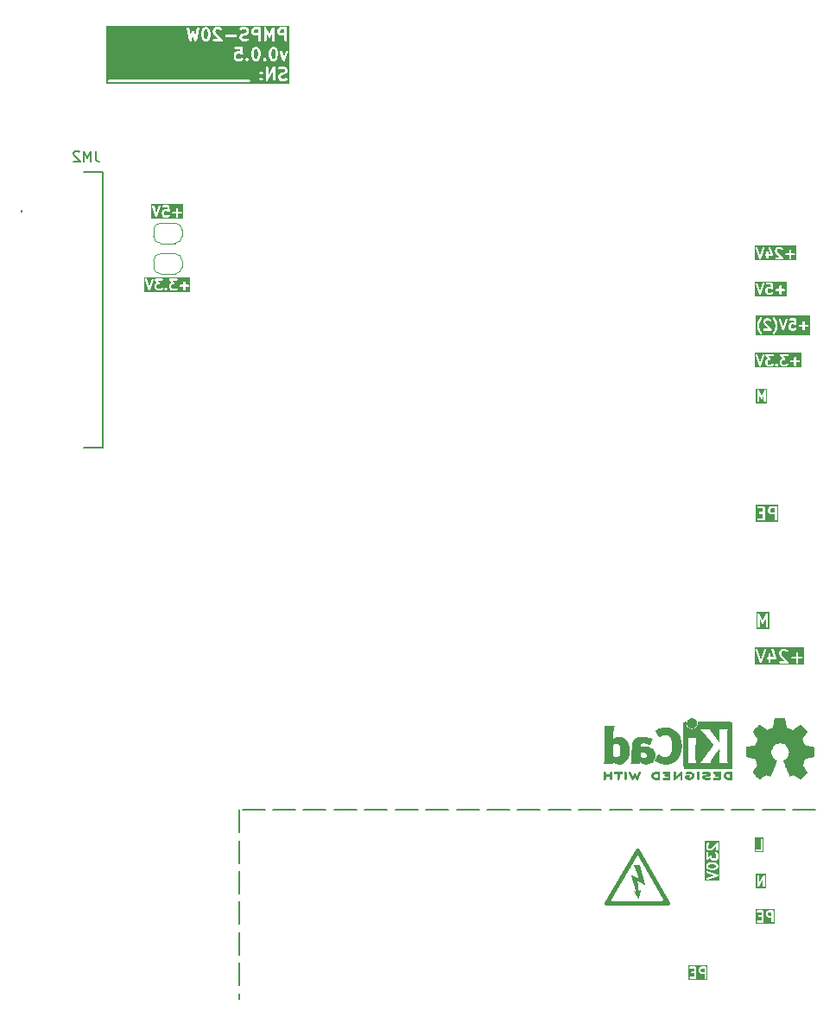
<source format=gbr>
%TF.GenerationSoftware,KiCad,Pcbnew,9.0.6*%
%TF.CreationDate,2025-12-07T12:12:16+03:00*%
%TF.ProjectId,PMPS-20W,504d5053-2d32-4305-972e-6b696361645f,rev?*%
%TF.SameCoordinates,Original*%
%TF.FileFunction,Legend,Bot*%
%TF.FilePolarity,Positive*%
%FSLAX46Y46*%
G04 Gerber Fmt 4.6, Leading zero omitted, Abs format (unit mm)*
G04 Created by KiCad (PCBNEW 9.0.6) date 2025-12-07 12:12:16*
%MOMM*%
%LPD*%
G01*
G04 APERTURE LIST*
%ADD10C,0.200000*%
%ADD11C,0.240000*%
%ADD12C,0.150000*%
%ADD13C,0.100000*%
%ADD14C,0.010000*%
%ADD15C,0.120000*%
%ADD16C,0.400000*%
%ADD17C,0.101600*%
G04 APERTURE END LIST*
D10*
X39500000Y-29000000D02*
X37300000Y-29000000D01*
X36500000Y-29000000D02*
X34300000Y-29000000D01*
X33500000Y-29000000D02*
X31300000Y-29000000D01*
X30500000Y-29000000D02*
X28300000Y-29000000D01*
X27500000Y-29000000D02*
X25300000Y-29000000D01*
X24500000Y-29000000D02*
X22300000Y-29000000D01*
X21500000Y-29000000D02*
X19300000Y-29000000D01*
X18500000Y-29000000D02*
X16300000Y-29000000D01*
X15500000Y-29000000D02*
X13300000Y-29000000D01*
X12500000Y-29000000D02*
X10300000Y-29000000D01*
X9500000Y-29000000D02*
X7300000Y-29000000D01*
X6500000Y-29000000D02*
X4300000Y-29000000D01*
X3500000Y-29000000D02*
X1300000Y-29000000D01*
X500000Y-29000000D02*
X-1700000Y-29000000D01*
X-2500000Y-29000000D02*
X-4700000Y-29000000D01*
X-5500000Y-29000000D02*
X-7700000Y-29000000D01*
X-8500000Y-29000000D02*
X-10700000Y-29000000D01*
X-11500000Y-29000000D02*
X-13700000Y-29000000D01*
X-14500000Y-29000000D02*
X-16700000Y-29000000D01*
X-17000000Y-29000000D02*
X-17000000Y-31200000D01*
X-17000000Y-32000000D02*
X-17000000Y-34200000D01*
X-17000000Y-35000000D02*
X-17000000Y-37200000D01*
X-17000000Y-38000000D02*
X-17000000Y-40200000D01*
X-17000000Y-41000000D02*
X-17000000Y-43200000D01*
X-17000000Y-44000000D02*
X-17000000Y-46200000D01*
X-17000000Y-47000000D02*
X-17000000Y-47500000D01*
G36*
X34652212Y-36663086D02*
G01*
X33658562Y-36663086D01*
X33658562Y-35452219D01*
X33769673Y-35452219D01*
X33769673Y-36452219D01*
X33770167Y-36457236D01*
X33769917Y-36459204D01*
X33770611Y-36461750D01*
X33771594Y-36471728D01*
X33776685Y-36484018D01*
X33780184Y-36496847D01*
X33784086Y-36501885D01*
X33786526Y-36507776D01*
X33795931Y-36517181D01*
X33804074Y-36527696D01*
X33809608Y-36530858D01*
X33814116Y-36535366D01*
X33826401Y-36540454D01*
X33837951Y-36547055D01*
X33844275Y-36547858D01*
X33850164Y-36550298D01*
X33863465Y-36550298D01*
X33876658Y-36551975D01*
X33882807Y-36550298D01*
X33889182Y-36550298D01*
X33901472Y-36545206D01*
X33914301Y-36541708D01*
X33919339Y-36537805D01*
X33925230Y-36535366D01*
X33934635Y-36525960D01*
X33945150Y-36517818D01*
X33950953Y-36509642D01*
X33952820Y-36507776D01*
X33953578Y-36505943D01*
X33956497Y-36501833D01*
X34341101Y-35828775D01*
X34341101Y-36452219D01*
X34343022Y-36471728D01*
X34357954Y-36507776D01*
X34385544Y-36535366D01*
X34421592Y-36550298D01*
X34460610Y-36550298D01*
X34496658Y-36535366D01*
X34524248Y-36507776D01*
X34539180Y-36471728D01*
X34541101Y-36452219D01*
X34541101Y-35452219D01*
X34540606Y-35447201D01*
X34540857Y-35445234D01*
X34540162Y-35442687D01*
X34539180Y-35432710D01*
X34534090Y-35420423D01*
X34530591Y-35407591D01*
X34526686Y-35402549D01*
X34524248Y-35396662D01*
X34514844Y-35387258D01*
X34506700Y-35376742D01*
X34501165Y-35373579D01*
X34496658Y-35369072D01*
X34484372Y-35363983D01*
X34472823Y-35357383D01*
X34466498Y-35356579D01*
X34460610Y-35354140D01*
X34447310Y-35354140D01*
X34434117Y-35352463D01*
X34427968Y-35354140D01*
X34421592Y-35354140D01*
X34409305Y-35359229D01*
X34396473Y-35362729D01*
X34391431Y-35366633D01*
X34385544Y-35369072D01*
X34376140Y-35378475D01*
X34365624Y-35386620D01*
X34359820Y-35394795D01*
X34357954Y-35396662D01*
X34357195Y-35398494D01*
X34354277Y-35402605D01*
X33969673Y-36075662D01*
X33969673Y-35452219D01*
X33967752Y-35432710D01*
X33952820Y-35396662D01*
X33925230Y-35369072D01*
X33889182Y-35354140D01*
X33850164Y-35354140D01*
X33814116Y-35369072D01*
X33786526Y-35396662D01*
X33771594Y-35432710D01*
X33769673Y-35452219D01*
X33658562Y-35452219D01*
X33658562Y-35241352D01*
X34652212Y-35241352D01*
X34652212Y-36663086D01*
G37*
G36*
X38078862Y14336670D02*
G01*
X33516490Y14336670D01*
X33516490Y15535274D01*
X33627601Y15535274D01*
X33631948Y15516158D01*
X33965281Y14516159D01*
X33973272Y14498258D01*
X33977955Y14492859D01*
X33981150Y14486469D01*
X33990621Y14478254D01*
X33998837Y14468782D01*
X34005225Y14465588D01*
X34010626Y14460904D01*
X34022527Y14456937D01*
X34033736Y14451333D01*
X34040860Y14450827D01*
X34047642Y14448566D01*
X34060151Y14449456D01*
X34072656Y14448566D01*
X34079434Y14450826D01*
X34086562Y14451332D01*
X34097778Y14456941D01*
X34109672Y14460905D01*
X34115069Y14465586D01*
X34121461Y14468782D01*
X34129679Y14478258D01*
X34139148Y14486470D01*
X34142341Y14492857D01*
X34147026Y14498258D01*
X34155017Y14516158D01*
X34308415Y14976353D01*
X34579197Y14976353D01*
X34579197Y14738258D01*
X34581118Y14718749D01*
X34582493Y14715429D01*
X34582748Y14711845D01*
X34589754Y14693537D01*
X34637373Y14598299D01*
X34642656Y14589907D01*
X34643668Y14587463D01*
X34645924Y14584714D01*
X34647816Y14581709D01*
X34649810Y14579980D01*
X34656105Y14572310D01*
X34703723Y14524690D01*
X34711391Y14518397D01*
X34713123Y14516400D01*
X34716131Y14514507D01*
X34718877Y14512253D01*
X34721317Y14511243D01*
X34729714Y14505957D01*
X34824951Y14458338D01*
X34843260Y14451332D01*
X34846843Y14451078D01*
X34850164Y14449702D01*
X34869673Y14447781D01*
X35155387Y14447781D01*
X35174896Y14449702D01*
X35178216Y14451078D01*
X35181800Y14451332D01*
X35200108Y14458338D01*
X35295346Y14505957D01*
X35303741Y14511242D01*
X35306183Y14512253D01*
X35308930Y14514509D01*
X35311936Y14516400D01*
X35313666Y14518395D01*
X35321336Y14524690D01*
X35368955Y14572310D01*
X35381392Y14587463D01*
X35392760Y14614909D01*
X35533498Y14614909D01*
X35533498Y14575891D01*
X35539961Y14560289D01*
X35548430Y14539842D01*
X35548434Y14539838D01*
X35560866Y14524689D01*
X35608485Y14477071D01*
X35623638Y14464634D01*
X35632641Y14460905D01*
X35659687Y14449702D01*
X35698705Y14449702D01*
X35734753Y14464634D01*
X35749907Y14477070D01*
X35797525Y14524689D01*
X35809962Y14539842D01*
X35816714Y14556144D01*
X35824893Y14575890D01*
X35824894Y14614908D01*
X35809963Y14650957D01*
X35797526Y14666110D01*
X35749907Y14713730D01*
X35734754Y14726167D01*
X35719822Y14732352D01*
X35698705Y14741099D01*
X35659687Y14741099D01*
X35649129Y14736726D01*
X35623639Y14726168D01*
X35623638Y14726167D01*
X35608484Y14713730D01*
X35560866Y14666110D01*
X35548429Y14650957D01*
X35538416Y14626781D01*
X35533498Y14614909D01*
X35392760Y14614909D01*
X35396323Y14623512D01*
X35396322Y14662530D01*
X35381391Y14698578D01*
X35353800Y14726168D01*
X35317752Y14741099D01*
X35278734Y14741098D01*
X35242686Y14726167D01*
X35227532Y14713730D01*
X35191389Y14677587D01*
X35131780Y14647781D01*
X34893280Y14647781D01*
X34833670Y14677586D01*
X34809003Y14702254D01*
X34779197Y14761866D01*
X34779197Y14952746D01*
X34791001Y14976353D01*
X36007768Y14976353D01*
X36007768Y14738258D01*
X36009689Y14718749D01*
X36011064Y14715429D01*
X36011319Y14711845D01*
X36018325Y14693537D01*
X36065944Y14598299D01*
X36071227Y14589907D01*
X36072239Y14587463D01*
X36074495Y14584714D01*
X36076387Y14581709D01*
X36078381Y14579980D01*
X36084676Y14572310D01*
X36132294Y14524690D01*
X36139962Y14518397D01*
X36141694Y14516400D01*
X36144702Y14514507D01*
X36147448Y14512253D01*
X36149888Y14511243D01*
X36158285Y14505957D01*
X36253522Y14458338D01*
X36271831Y14451332D01*
X36275414Y14451078D01*
X36278735Y14449702D01*
X36298244Y14447781D01*
X36583958Y14447781D01*
X36603467Y14449702D01*
X36606787Y14451078D01*
X36610371Y14451332D01*
X36628679Y14458338D01*
X36723917Y14505957D01*
X36732312Y14511242D01*
X36734754Y14512253D01*
X36737501Y14514509D01*
X36740507Y14516400D01*
X36742237Y14518395D01*
X36749907Y14524690D01*
X36797526Y14572310D01*
X36809963Y14587463D01*
X36824894Y14623512D01*
X36824893Y14662530D01*
X36809962Y14698578D01*
X36782371Y14726168D01*
X36746323Y14741099D01*
X36707305Y14741098D01*
X36671257Y14726167D01*
X36656103Y14713730D01*
X36619960Y14677587D01*
X36560351Y14647781D01*
X36321851Y14647781D01*
X36262241Y14677586D01*
X36237574Y14702254D01*
X36207768Y14761866D01*
X36207768Y14948243D01*
X37009689Y14948243D01*
X37009689Y14909225D01*
X37024621Y14873177D01*
X37052211Y14845587D01*
X37088259Y14830655D01*
X37107768Y14828734D01*
X37388720Y14828734D01*
X37388720Y14547781D01*
X37390641Y14528272D01*
X37405573Y14492224D01*
X37433163Y14464634D01*
X37469211Y14449702D01*
X37508229Y14449702D01*
X37544277Y14464634D01*
X37571867Y14492224D01*
X37586799Y14528272D01*
X37588720Y14547781D01*
X37588720Y14828734D01*
X37869672Y14828734D01*
X37889181Y14830655D01*
X37925229Y14845587D01*
X37952819Y14873177D01*
X37967751Y14909225D01*
X37967751Y14948243D01*
X37952819Y14984291D01*
X37925229Y15011881D01*
X37889181Y15026813D01*
X37869672Y15028734D01*
X37588720Y15028734D01*
X37588720Y15309686D01*
X37586799Y15329195D01*
X37571867Y15365243D01*
X37544277Y15392833D01*
X37508229Y15407765D01*
X37469211Y15407765D01*
X37433163Y15392833D01*
X37405573Y15365243D01*
X37390641Y15329195D01*
X37388720Y15309686D01*
X37388720Y15028734D01*
X37107768Y15028734D01*
X37088259Y15026813D01*
X37052211Y15011881D01*
X37024621Y14984291D01*
X37009689Y14948243D01*
X36207768Y14948243D01*
X36207768Y14952746D01*
X36237573Y15012356D01*
X36262241Y15037025D01*
X36321851Y15066829D01*
X36441101Y15066829D01*
X36451418Y15067845D01*
X36454043Y15067670D01*
X36455850Y15068282D01*
X36460610Y15068750D01*
X36475613Y15074965D01*
X36491005Y15080170D01*
X36493544Y15082393D01*
X36496658Y15083682D01*
X36508135Y15095160D01*
X36520369Y15105864D01*
X36521864Y15108889D01*
X36524248Y15111272D01*
X36530462Y15126274D01*
X36537665Y15140839D01*
X36537889Y15144205D01*
X36539180Y15147320D01*
X36539180Y15163569D01*
X36540260Y15179771D01*
X36539180Y15182965D01*
X36539180Y15186338D01*
X36532964Y15201344D01*
X36527760Y15216732D01*
X36524978Y15220623D01*
X36524248Y15222386D01*
X36522388Y15224246D01*
X36516359Y15232679D01*
X36328145Y15447781D01*
X36726815Y15447781D01*
X36746324Y15449702D01*
X36782372Y15464634D01*
X36809962Y15492224D01*
X36824894Y15528272D01*
X36824894Y15567290D01*
X36809962Y15603338D01*
X36782372Y15630928D01*
X36746324Y15645860D01*
X36726815Y15647781D01*
X36107768Y15647781D01*
X36097450Y15646766D01*
X36094826Y15646940D01*
X36093018Y15646329D01*
X36088259Y15645860D01*
X36073253Y15639645D01*
X36057865Y15634440D01*
X36055325Y15632219D01*
X36052211Y15630928D01*
X36040726Y15619444D01*
X36028501Y15608746D01*
X36027005Y15605723D01*
X36024621Y15603338D01*
X36018404Y15588332D01*
X36011204Y15573771D01*
X36010979Y15570406D01*
X36009689Y15567290D01*
X36009689Y15551042D01*
X36008609Y15534839D01*
X36009689Y15531646D01*
X36009689Y15528272D01*
X36015904Y15513267D01*
X36021109Y15497878D01*
X36023890Y15493988D01*
X36024621Y15492224D01*
X36026480Y15490365D01*
X36032510Y15481931D01*
X36237131Y15248077D01*
X36158285Y15208653D01*
X36149888Y15203368D01*
X36147448Y15202357D01*
X36144702Y15200104D01*
X36141694Y15198210D01*
X36139961Y15196213D01*
X36132295Y15189920D01*
X36084676Y15142302D01*
X36078381Y15134632D01*
X36076387Y15132902D01*
X36074493Y15129895D01*
X36072240Y15127148D01*
X36071229Y15124709D01*
X36065944Y15116312D01*
X36018325Y15021074D01*
X36011319Y15002766D01*
X36011064Y14999183D01*
X36009689Y14995862D01*
X36007768Y14976353D01*
X34791001Y14976353D01*
X34809002Y15012356D01*
X34833670Y15037025D01*
X34893280Y15066829D01*
X35012530Y15066829D01*
X35022847Y15067845D01*
X35025472Y15067670D01*
X35027279Y15068282D01*
X35032039Y15068750D01*
X35047042Y15074965D01*
X35062434Y15080170D01*
X35064973Y15082393D01*
X35068087Y15083682D01*
X35079564Y15095160D01*
X35091798Y15105864D01*
X35093293Y15108889D01*
X35095677Y15111272D01*
X35101891Y15126274D01*
X35109094Y15140839D01*
X35109318Y15144205D01*
X35110609Y15147320D01*
X35110609Y15163569D01*
X35111689Y15179771D01*
X35110609Y15182965D01*
X35110609Y15186338D01*
X35104393Y15201344D01*
X35099189Y15216732D01*
X35096407Y15220623D01*
X35095677Y15222386D01*
X35093817Y15224246D01*
X35087788Y15232679D01*
X34899574Y15447781D01*
X35298244Y15447781D01*
X35317753Y15449702D01*
X35353801Y15464634D01*
X35381391Y15492224D01*
X35396323Y15528272D01*
X35396323Y15567290D01*
X35381391Y15603338D01*
X35353801Y15630928D01*
X35317753Y15645860D01*
X35298244Y15647781D01*
X34679197Y15647781D01*
X34668879Y15646766D01*
X34666255Y15646940D01*
X34664447Y15646329D01*
X34659688Y15645860D01*
X34644682Y15639645D01*
X34629294Y15634440D01*
X34626754Y15632219D01*
X34623640Y15630928D01*
X34612155Y15619444D01*
X34599930Y15608746D01*
X34598434Y15605723D01*
X34596050Y15603338D01*
X34589833Y15588332D01*
X34582633Y15573771D01*
X34582408Y15570406D01*
X34581118Y15567290D01*
X34581118Y15551042D01*
X34580038Y15534839D01*
X34581118Y15531646D01*
X34581118Y15528272D01*
X34587333Y15513267D01*
X34592538Y15497878D01*
X34595319Y15493988D01*
X34596050Y15492224D01*
X34597909Y15490365D01*
X34603939Y15481931D01*
X34808560Y15248077D01*
X34729714Y15208653D01*
X34721317Y15203368D01*
X34718877Y15202357D01*
X34716131Y15200104D01*
X34713123Y15198210D01*
X34711390Y15196213D01*
X34703724Y15189920D01*
X34656105Y15142302D01*
X34649810Y15134632D01*
X34647816Y15132902D01*
X34645922Y15129895D01*
X34643669Y15127148D01*
X34642658Y15124709D01*
X34637373Y15116312D01*
X34589754Y15021074D01*
X34582748Y15002766D01*
X34582493Y14999183D01*
X34581118Y14995862D01*
X34579197Y14976353D01*
X34308415Y14976353D01*
X34488350Y15516158D01*
X34492697Y15535273D01*
X34489931Y15574193D01*
X34472481Y15609092D01*
X34443005Y15634657D01*
X34405989Y15646996D01*
X34367069Y15644229D01*
X34332170Y15626780D01*
X34306605Y15597304D01*
X34298614Y15579403D01*
X34060149Y14864009D01*
X33821684Y15579404D01*
X33813693Y15597304D01*
X33788128Y15626780D01*
X33753229Y15644230D01*
X33714309Y15646996D01*
X33677293Y15634658D01*
X33647817Y15609093D01*
X33630367Y15574194D01*
X33627601Y15535274D01*
X33516490Y15535274D01*
X33516490Y15758892D01*
X38078862Y15758892D01*
X38078862Y14336670D01*
G37*
G36*
X-22505097Y28921670D02*
G01*
X-25638898Y28921670D01*
X-25638898Y30120274D01*
X-25527787Y30120274D01*
X-25523440Y30101158D01*
X-25190107Y29101159D01*
X-25182116Y29083258D01*
X-25177433Y29077859D01*
X-25174238Y29071469D01*
X-25164767Y29063254D01*
X-25156551Y29053782D01*
X-25150163Y29050588D01*
X-25144762Y29045904D01*
X-25132861Y29041937D01*
X-25121652Y29036333D01*
X-25114528Y29035827D01*
X-25107746Y29033566D01*
X-25095237Y29034456D01*
X-25082732Y29033566D01*
X-25075954Y29035826D01*
X-25068826Y29036332D01*
X-25057610Y29041941D01*
X-25045716Y29045905D01*
X-25040319Y29050586D01*
X-25033927Y29053782D01*
X-25025709Y29063258D01*
X-25016240Y29071470D01*
X-25013047Y29077857D01*
X-25008362Y29083258D01*
X-25000371Y29101158D01*
X-24846973Y29561353D01*
X-24576191Y29561353D01*
X-24576191Y29323258D01*
X-24574270Y29303749D01*
X-24572895Y29300429D01*
X-24572640Y29296845D01*
X-24565634Y29278537D01*
X-24518015Y29183299D01*
X-24512732Y29174907D01*
X-24511720Y29172463D01*
X-24509464Y29169714D01*
X-24507572Y29166709D01*
X-24505578Y29164980D01*
X-24499283Y29157310D01*
X-24451665Y29109690D01*
X-24443997Y29103397D01*
X-24442265Y29101400D01*
X-24439257Y29099507D01*
X-24436511Y29097253D01*
X-24434071Y29096243D01*
X-24425674Y29090957D01*
X-24330437Y29043338D01*
X-24312128Y29036332D01*
X-24308545Y29036078D01*
X-24305224Y29034702D01*
X-24285715Y29032781D01*
X-24047620Y29032781D01*
X-24028111Y29034702D01*
X-24024791Y29036078D01*
X-24021207Y29036332D01*
X-24002899Y29043338D01*
X-23907661Y29090957D01*
X-23899266Y29096242D01*
X-23896824Y29097253D01*
X-23894077Y29099509D01*
X-23891071Y29101400D01*
X-23889341Y29103395D01*
X-23881671Y29109690D01*
X-23834052Y29157310D01*
X-23821615Y29172463D01*
X-23806684Y29208512D01*
X-23806685Y29247530D01*
X-23821616Y29283578D01*
X-23849207Y29311168D01*
X-23885255Y29326099D01*
X-23924273Y29326098D01*
X-23960321Y29311167D01*
X-23975475Y29298730D01*
X-24011618Y29262587D01*
X-24071227Y29232781D01*
X-24262108Y29232781D01*
X-24321718Y29262586D01*
X-24346385Y29287254D01*
X-24376191Y29346866D01*
X-24376191Y29533243D01*
X-23574270Y29533243D01*
X-23574270Y29494225D01*
X-23559338Y29458177D01*
X-23531748Y29430587D01*
X-23495700Y29415655D01*
X-23476191Y29413734D01*
X-23195239Y29413734D01*
X-23195239Y29132781D01*
X-23193318Y29113272D01*
X-23178386Y29077224D01*
X-23150796Y29049634D01*
X-23114748Y29034702D01*
X-23075730Y29034702D01*
X-23039682Y29049634D01*
X-23012092Y29077224D01*
X-22997160Y29113272D01*
X-22995239Y29132781D01*
X-22995239Y29413734D01*
X-22714287Y29413734D01*
X-22694778Y29415655D01*
X-22658730Y29430587D01*
X-22631140Y29458177D01*
X-22616208Y29494225D01*
X-22616208Y29533243D01*
X-22631140Y29569291D01*
X-22658730Y29596881D01*
X-22694778Y29611813D01*
X-22714287Y29613734D01*
X-22995239Y29613734D01*
X-22995239Y29894686D01*
X-22997160Y29914195D01*
X-23012092Y29950243D01*
X-23039682Y29977833D01*
X-23075730Y29992765D01*
X-23114748Y29992765D01*
X-23150796Y29977833D01*
X-23178386Y29950243D01*
X-23193318Y29914195D01*
X-23195239Y29894686D01*
X-23195239Y29613734D01*
X-23476191Y29613734D01*
X-23495700Y29611813D01*
X-23531748Y29596881D01*
X-23559338Y29569291D01*
X-23574270Y29533243D01*
X-24376191Y29533243D01*
X-24376191Y29537746D01*
X-24346386Y29597356D01*
X-24321718Y29622025D01*
X-24262108Y29651829D01*
X-24071227Y29651829D01*
X-24011618Y29622024D01*
X-23975474Y29585881D01*
X-23960321Y29573444D01*
X-23955667Y29571517D01*
X-23951771Y29568329D01*
X-23937778Y29564107D01*
X-23924272Y29558513D01*
X-23919238Y29558513D01*
X-23914416Y29557058D01*
X-23899865Y29558513D01*
X-23885254Y29558513D01*
X-23880605Y29560439D01*
X-23875592Y29560940D01*
X-23862709Y29567852D01*
X-23849206Y29573444D01*
X-23845646Y29577005D01*
X-23841208Y29579385D01*
X-23831953Y29590698D01*
X-23821616Y29601034D01*
X-23819689Y29605687D01*
X-23816501Y29609583D01*
X-23812279Y29623578D01*
X-23806685Y29637082D01*
X-23806685Y29642116D01*
X-23805230Y29646938D01*
X-23805259Y29666541D01*
X-23852878Y30142731D01*
X-23854303Y30149840D01*
X-23854303Y30152290D01*
X-23855255Y30154588D01*
X-23856731Y30161952D01*
X-23863641Y30174833D01*
X-23869235Y30188338D01*
X-23872796Y30191899D01*
X-23875176Y30196336D01*
X-23886489Y30205592D01*
X-23896825Y30215928D01*
X-23901478Y30217856D01*
X-23905374Y30221043D01*
X-23919364Y30225264D01*
X-23932873Y30230860D01*
X-23940351Y30231597D01*
X-23942729Y30232314D01*
X-23945166Y30232071D01*
X-23952382Y30232781D01*
X-24428572Y30232781D01*
X-24448081Y30230860D01*
X-24484129Y30215928D01*
X-24511719Y30188338D01*
X-24526651Y30152290D01*
X-24526651Y30113272D01*
X-24511719Y30077224D01*
X-24484129Y30049634D01*
X-24448081Y30034702D01*
X-24428572Y30032781D01*
X-24042881Y30032781D01*
X-24024454Y29848509D01*
X-24024791Y29848533D01*
X-24028111Y29849908D01*
X-24047620Y29851829D01*
X-24285715Y29851829D01*
X-24305224Y29849908D01*
X-24308545Y29848533D01*
X-24312128Y29848278D01*
X-24330437Y29841272D01*
X-24425674Y29793653D01*
X-24434071Y29788368D01*
X-24436511Y29787357D01*
X-24439257Y29785104D01*
X-24442265Y29783210D01*
X-24443998Y29781213D01*
X-24451664Y29774920D01*
X-24499283Y29727302D01*
X-24505578Y29719632D01*
X-24507572Y29717902D01*
X-24509466Y29714895D01*
X-24511719Y29712148D01*
X-24512730Y29709709D01*
X-24518015Y29701312D01*
X-24565634Y29606074D01*
X-24572640Y29587766D01*
X-24572895Y29584183D01*
X-24574270Y29580862D01*
X-24576191Y29561353D01*
X-24846973Y29561353D01*
X-24667038Y30101158D01*
X-24662691Y30120273D01*
X-24665457Y30159193D01*
X-24682907Y30194092D01*
X-24712383Y30219657D01*
X-24749399Y30231996D01*
X-24788319Y30229229D01*
X-24823218Y30211780D01*
X-24848783Y30182304D01*
X-24856774Y30164403D01*
X-25095239Y29449009D01*
X-25333704Y30164404D01*
X-25341695Y30182304D01*
X-25367260Y30211780D01*
X-25402159Y30229230D01*
X-25441079Y30231996D01*
X-25478095Y30219658D01*
X-25507571Y30194093D01*
X-25525021Y30159194D01*
X-25527787Y30120274D01*
X-25638898Y30120274D01*
X-25638898Y30343892D01*
X-22505097Y30343892D01*
X-22505097Y28921670D01*
G37*
G36*
X34414117Y-33163330D02*
G01*
X33517626Y-33163330D01*
X33517626Y-32932710D01*
X33628737Y-32932710D01*
X33628737Y-32971728D01*
X33643669Y-33007776D01*
X33671259Y-33035366D01*
X33707307Y-33050298D01*
X33726816Y-33052219D01*
X34203006Y-33052219D01*
X34222515Y-33050298D01*
X34258563Y-33035366D01*
X34286153Y-33007776D01*
X34301085Y-32971728D01*
X34303006Y-32952219D01*
X34303006Y-31952219D01*
X34301085Y-31932710D01*
X34286153Y-31896662D01*
X34258563Y-31869072D01*
X34222515Y-31854140D01*
X34183497Y-31854140D01*
X34147449Y-31869072D01*
X34119859Y-31896662D01*
X34104927Y-31932710D01*
X34103006Y-31952219D01*
X34103006Y-32852219D01*
X33726816Y-32852219D01*
X33707307Y-32854140D01*
X33671259Y-32869072D01*
X33643669Y-32896662D01*
X33628737Y-32932710D01*
X33517626Y-32932710D01*
X33517626Y-31743029D01*
X34414117Y-31743029D01*
X34414117Y-33163330D01*
G37*
G36*
X34747450Y10838591D02*
G01*
X33658562Y10838591D01*
X33658562Y12047781D01*
X33769673Y12047781D01*
X33769673Y11047781D01*
X33771594Y11028272D01*
X33786526Y10992224D01*
X33814116Y10964634D01*
X33850164Y10949702D01*
X33889182Y10949702D01*
X33925230Y10964634D01*
X33952820Y10992224D01*
X33967752Y11028272D01*
X33969673Y11047781D01*
X33969673Y11597025D01*
X34112388Y11291207D01*
X34116620Y11284062D01*
X34117500Y11281644D01*
X34119065Y11279935D01*
X34122379Y11274341D01*
X34133589Y11264075D01*
X34143851Y11252869D01*
X34147876Y11250991D01*
X34151154Y11247989D01*
X34165436Y11242796D01*
X34179209Y11236368D01*
X34183648Y11236173D01*
X34187823Y11234655D01*
X34203006Y11235323D01*
X34218189Y11234655D01*
X34222362Y11236173D01*
X34226804Y11236368D01*
X34240588Y11242801D01*
X34254858Y11247990D01*
X34258131Y11250988D01*
X34262161Y11252868D01*
X34272430Y11264083D01*
X34283633Y11274341D01*
X34286944Y11279932D01*
X34288513Y11281644D01*
X34289393Y11284066D01*
X34293624Y11291207D01*
X34436339Y11597026D01*
X34436339Y11047781D01*
X34438260Y11028272D01*
X34453192Y10992224D01*
X34480782Y10964634D01*
X34516830Y10949702D01*
X34555848Y10949702D01*
X34591896Y10964634D01*
X34619486Y10992224D01*
X34634418Y11028272D01*
X34636339Y11047781D01*
X34636339Y12047781D01*
X34635076Y12060605D01*
X34635180Y12062964D01*
X34634719Y12064232D01*
X34634418Y12067290D01*
X34627777Y12083321D01*
X34621846Y12099633D01*
X34620339Y12101279D01*
X34619486Y12103338D01*
X34607224Y12115600D01*
X34595494Y12128409D01*
X34593470Y12129354D01*
X34591896Y12130928D01*
X34575880Y12137563D01*
X34560137Y12144909D01*
X34557907Y12145007D01*
X34555848Y12145860D01*
X34538496Y12145860D01*
X34521156Y12146622D01*
X34519060Y12145860D01*
X34516830Y12145860D01*
X34500799Y12139220D01*
X34484487Y12133288D01*
X34482841Y12131782D01*
X34480782Y12130928D01*
X34468514Y12118661D01*
X34455712Y12106936D01*
X34454145Y12104292D01*
X34453192Y12103338D01*
X34452288Y12101157D01*
X34445721Y12090070D01*
X34203005Y11569967D01*
X33960291Y12090070D01*
X33953723Y12101157D01*
X33952820Y12103338D01*
X33951866Y12104292D01*
X33950300Y12106936D01*
X33937503Y12118655D01*
X33925230Y12130928D01*
X33923168Y12131782D01*
X33921525Y12133287D01*
X33905223Y12139216D01*
X33889182Y12145860D01*
X33886951Y12145860D01*
X33884856Y12146622D01*
X33867516Y12145860D01*
X33850164Y12145860D01*
X33848104Y12145007D01*
X33845876Y12144909D01*
X33830145Y12137568D01*
X33814116Y12130928D01*
X33812539Y12129352D01*
X33810518Y12128408D01*
X33798799Y12115612D01*
X33786526Y12103338D01*
X33785672Y12101277D01*
X33784167Y12099633D01*
X33778238Y12083332D01*
X33771594Y12067290D01*
X33771292Y12064232D01*
X33770832Y12062964D01*
X33770935Y12060605D01*
X33769673Y12047781D01*
X33658562Y12047781D01*
X33658562Y12257733D01*
X34747450Y12257733D01*
X34747450Y10838591D01*
G37*
G36*
X36650291Y21336670D02*
G01*
X33516490Y21336670D01*
X33516490Y22535274D01*
X33627601Y22535274D01*
X33631948Y22516158D01*
X33965281Y21516159D01*
X33973272Y21498258D01*
X33977955Y21492859D01*
X33981150Y21486469D01*
X33990621Y21478254D01*
X33998837Y21468782D01*
X34005225Y21465588D01*
X34010626Y21460904D01*
X34022527Y21456937D01*
X34033736Y21451333D01*
X34040860Y21450827D01*
X34047642Y21448566D01*
X34060151Y21449456D01*
X34072656Y21448566D01*
X34079434Y21450826D01*
X34086562Y21451332D01*
X34097778Y21456941D01*
X34109672Y21460905D01*
X34115069Y21465586D01*
X34121461Y21468782D01*
X34129679Y21478258D01*
X34139148Y21486470D01*
X34142341Y21492857D01*
X34147026Y21498258D01*
X34155017Y21516158D01*
X34308415Y21976353D01*
X34579197Y21976353D01*
X34579197Y21738258D01*
X34581118Y21718749D01*
X34582493Y21715429D01*
X34582748Y21711845D01*
X34589754Y21693537D01*
X34637373Y21598299D01*
X34642656Y21589907D01*
X34643668Y21587463D01*
X34645924Y21584714D01*
X34647816Y21581709D01*
X34649810Y21579980D01*
X34656105Y21572310D01*
X34703723Y21524690D01*
X34711391Y21518397D01*
X34713123Y21516400D01*
X34716131Y21514507D01*
X34718877Y21512253D01*
X34721317Y21511243D01*
X34729714Y21505957D01*
X34824951Y21458338D01*
X34843260Y21451332D01*
X34846843Y21451078D01*
X34850164Y21449702D01*
X34869673Y21447781D01*
X35107768Y21447781D01*
X35127277Y21449702D01*
X35130597Y21451078D01*
X35134181Y21451332D01*
X35152489Y21458338D01*
X35247727Y21505957D01*
X35256122Y21511242D01*
X35258564Y21512253D01*
X35261311Y21514509D01*
X35264317Y21516400D01*
X35266047Y21518395D01*
X35273717Y21524690D01*
X35321336Y21572310D01*
X35333773Y21587463D01*
X35348704Y21623512D01*
X35348703Y21662530D01*
X35333772Y21698578D01*
X35306181Y21726168D01*
X35270133Y21741099D01*
X35231115Y21741098D01*
X35195067Y21726167D01*
X35179913Y21713730D01*
X35143770Y21677587D01*
X35084161Y21647781D01*
X34893280Y21647781D01*
X34833670Y21677586D01*
X34809003Y21702254D01*
X34779197Y21761866D01*
X34779197Y21948243D01*
X35581118Y21948243D01*
X35581118Y21909225D01*
X35596050Y21873177D01*
X35623640Y21845587D01*
X35659688Y21830655D01*
X35679197Y21828734D01*
X35960149Y21828734D01*
X35960149Y21547781D01*
X35962070Y21528272D01*
X35977002Y21492224D01*
X36004592Y21464634D01*
X36040640Y21449702D01*
X36079658Y21449702D01*
X36115706Y21464634D01*
X36143296Y21492224D01*
X36158228Y21528272D01*
X36160149Y21547781D01*
X36160149Y21828734D01*
X36441101Y21828734D01*
X36460610Y21830655D01*
X36496658Y21845587D01*
X36524248Y21873177D01*
X36539180Y21909225D01*
X36539180Y21948243D01*
X36524248Y21984291D01*
X36496658Y22011881D01*
X36460610Y22026813D01*
X36441101Y22028734D01*
X36160149Y22028734D01*
X36160149Y22309686D01*
X36158228Y22329195D01*
X36143296Y22365243D01*
X36115706Y22392833D01*
X36079658Y22407765D01*
X36040640Y22407765D01*
X36004592Y22392833D01*
X35977002Y22365243D01*
X35962070Y22329195D01*
X35960149Y22309686D01*
X35960149Y22028734D01*
X35679197Y22028734D01*
X35659688Y22026813D01*
X35623640Y22011881D01*
X35596050Y21984291D01*
X35581118Y21948243D01*
X34779197Y21948243D01*
X34779197Y21952746D01*
X34809002Y22012356D01*
X34833670Y22037025D01*
X34893280Y22066829D01*
X35084161Y22066829D01*
X35143770Y22037024D01*
X35179914Y22000881D01*
X35195067Y21988444D01*
X35199721Y21986517D01*
X35203617Y21983329D01*
X35217610Y21979107D01*
X35231116Y21973513D01*
X35236150Y21973513D01*
X35240972Y21972058D01*
X35255523Y21973513D01*
X35270134Y21973513D01*
X35274783Y21975439D01*
X35279796Y21975940D01*
X35292679Y21982852D01*
X35306182Y21988444D01*
X35309742Y21992005D01*
X35314180Y21994385D01*
X35323435Y22005698D01*
X35333772Y22016034D01*
X35335699Y22020687D01*
X35338887Y22024583D01*
X35343109Y22038578D01*
X35348703Y22052082D01*
X35348703Y22057116D01*
X35350158Y22061938D01*
X35350129Y22081541D01*
X35302510Y22557731D01*
X35301085Y22564840D01*
X35301085Y22567290D01*
X35300133Y22569588D01*
X35298657Y22576952D01*
X35291747Y22589833D01*
X35286153Y22603338D01*
X35282592Y22606899D01*
X35280212Y22611336D01*
X35268899Y22620592D01*
X35258563Y22630928D01*
X35253910Y22632856D01*
X35250014Y22636043D01*
X35236024Y22640264D01*
X35222515Y22645860D01*
X35215037Y22646597D01*
X35212659Y22647314D01*
X35210222Y22647071D01*
X35203006Y22647781D01*
X34726816Y22647781D01*
X34707307Y22645860D01*
X34671259Y22630928D01*
X34643669Y22603338D01*
X34628737Y22567290D01*
X34628737Y22528272D01*
X34643669Y22492224D01*
X34671259Y22464634D01*
X34707307Y22449702D01*
X34726816Y22447781D01*
X35112507Y22447781D01*
X35130934Y22263509D01*
X35130597Y22263533D01*
X35127277Y22264908D01*
X35107768Y22266829D01*
X34869673Y22266829D01*
X34850164Y22264908D01*
X34846843Y22263533D01*
X34843260Y22263278D01*
X34824951Y22256272D01*
X34729714Y22208653D01*
X34721317Y22203368D01*
X34718877Y22202357D01*
X34716131Y22200104D01*
X34713123Y22198210D01*
X34711390Y22196213D01*
X34703724Y22189920D01*
X34656105Y22142302D01*
X34649810Y22134632D01*
X34647816Y22132902D01*
X34645922Y22129895D01*
X34643669Y22127148D01*
X34642658Y22124709D01*
X34637373Y22116312D01*
X34589754Y22021074D01*
X34582748Y22002766D01*
X34582493Y21999183D01*
X34581118Y21995862D01*
X34579197Y21976353D01*
X34308415Y21976353D01*
X34488350Y22516158D01*
X34492697Y22535273D01*
X34489931Y22574193D01*
X34472481Y22609092D01*
X34443005Y22634657D01*
X34405989Y22646996D01*
X34367069Y22644229D01*
X34332170Y22626780D01*
X34306605Y22597304D01*
X34298614Y22579403D01*
X34060149Y21864009D01*
X33821684Y22579404D01*
X33813693Y22597304D01*
X33788128Y22626780D01*
X33753229Y22644230D01*
X33714309Y22646996D01*
X33677293Y22634658D01*
X33647817Y22609093D01*
X33630367Y22574194D01*
X33627601Y22535274D01*
X33516490Y22535274D01*
X33516490Y22758892D01*
X36650291Y22758892D01*
X36650291Y21336670D01*
G37*
G36*
X38377274Y-14778075D02*
G01*
X33513315Y-14778075D01*
X33513315Y-13357249D01*
X33646648Y-13357249D01*
X33650995Y-13376365D01*
X34050995Y-14576365D01*
X34058986Y-14594265D01*
X34063669Y-14599664D01*
X34066864Y-14606054D01*
X34076335Y-14614269D01*
X34084551Y-14623741D01*
X34090940Y-14626935D01*
X34096340Y-14631619D01*
X34108237Y-14635584D01*
X34119450Y-14641191D01*
X34126577Y-14641697D01*
X34133356Y-14643957D01*
X34145863Y-14643068D01*
X34158370Y-14643957D01*
X34165148Y-14641697D01*
X34172276Y-14641191D01*
X34183488Y-14635584D01*
X34195386Y-14631619D01*
X34200785Y-14626935D01*
X34207175Y-14623741D01*
X34215392Y-14614266D01*
X34224862Y-14606053D01*
X34228055Y-14599665D01*
X34232740Y-14594265D01*
X34240731Y-14576365D01*
X34391108Y-14125233D01*
X34733498Y-14125233D01*
X34733498Y-14164251D01*
X34748430Y-14200299D01*
X34776020Y-14227889D01*
X34812068Y-14242821D01*
X34831577Y-14244742D01*
X34903006Y-14244742D01*
X34903006Y-14544742D01*
X34904927Y-14564251D01*
X34919859Y-14600299D01*
X34947449Y-14627889D01*
X34983497Y-14642821D01*
X35022515Y-14642821D01*
X35058563Y-14627889D01*
X35086153Y-14600299D01*
X35101085Y-14564251D01*
X35103006Y-14544742D01*
X35103006Y-14244742D01*
X35574434Y-14244742D01*
X35584307Y-14243769D01*
X35586941Y-14243957D01*
X35588842Y-14243323D01*
X35593943Y-14242821D01*
X35608747Y-14236688D01*
X35623957Y-14231619D01*
X35626672Y-14229263D01*
X35629991Y-14227889D01*
X35641321Y-14216558D01*
X35653433Y-14206054D01*
X35655040Y-14202839D01*
X35657581Y-14200299D01*
X35663715Y-14185490D01*
X35670883Y-14171155D01*
X35671137Y-14167571D01*
X35672513Y-14164251D01*
X35672513Y-14148219D01*
X35673649Y-14132235D01*
X35672513Y-14127239D01*
X35672513Y-14125233D01*
X35671501Y-14122790D01*
X35669302Y-14113119D01*
X35489367Y-13573314D01*
X35931577Y-13573314D01*
X35931577Y-13687600D01*
X35932549Y-13697473D01*
X35932362Y-13700108D01*
X35933149Y-13703571D01*
X35933498Y-13707109D01*
X35934509Y-13709550D01*
X35936709Y-13719223D01*
X35993852Y-13890651D01*
X36001843Y-13908551D01*
X36004198Y-13911266D01*
X36005573Y-13914585D01*
X36018009Y-13929739D01*
X36533012Y-14444742D01*
X36031577Y-14444742D01*
X36012068Y-14446663D01*
X35976020Y-14461595D01*
X35948430Y-14489185D01*
X35933498Y-14525233D01*
X35933498Y-14564251D01*
X35948430Y-14600299D01*
X35976020Y-14627889D01*
X36012068Y-14642821D01*
X36031577Y-14644742D01*
X36774434Y-14644742D01*
X36793943Y-14642821D01*
X36829991Y-14627889D01*
X36857581Y-14600299D01*
X36872513Y-14564251D01*
X36872513Y-14525233D01*
X36857581Y-14489185D01*
X36845145Y-14474031D01*
X36439205Y-14068091D01*
X37133498Y-14068091D01*
X37133498Y-14107109D01*
X37148430Y-14143157D01*
X37176020Y-14170747D01*
X37212068Y-14185679D01*
X37231577Y-14187600D01*
X37588719Y-14187600D01*
X37588719Y-14544742D01*
X37590640Y-14564251D01*
X37605572Y-14600299D01*
X37633162Y-14627889D01*
X37669210Y-14642821D01*
X37708228Y-14642821D01*
X37744276Y-14627889D01*
X37771866Y-14600299D01*
X37786798Y-14564251D01*
X37788719Y-14544742D01*
X37788719Y-14187600D01*
X38145862Y-14187600D01*
X38165371Y-14185679D01*
X38201419Y-14170747D01*
X38229009Y-14143157D01*
X38243941Y-14107109D01*
X38243941Y-14068091D01*
X38229009Y-14032043D01*
X38201419Y-14004453D01*
X38165371Y-13989521D01*
X38145862Y-13987600D01*
X37788719Y-13987600D01*
X37788719Y-13630457D01*
X37786798Y-13610948D01*
X37771866Y-13574900D01*
X37744276Y-13547310D01*
X37708228Y-13532378D01*
X37669210Y-13532378D01*
X37633162Y-13547310D01*
X37605572Y-13574900D01*
X37590640Y-13610948D01*
X37588719Y-13630457D01*
X37588719Y-13987600D01*
X37231577Y-13987600D01*
X37212068Y-13989521D01*
X37176020Y-14004453D01*
X37148430Y-14032043D01*
X37133498Y-14068091D01*
X36439205Y-14068091D01*
X36176122Y-13805008D01*
X36131577Y-13671372D01*
X36131577Y-13596921D01*
X36170905Y-13518264D01*
X36205097Y-13484071D01*
X36283755Y-13444742D01*
X36522255Y-13444742D01*
X36600911Y-13484070D01*
X36646580Y-13529738D01*
X36661733Y-13542175D01*
X36697782Y-13557106D01*
X36736800Y-13557106D01*
X36772848Y-13542175D01*
X36800438Y-13514585D01*
X36815369Y-13478537D01*
X36815369Y-13439519D01*
X36800438Y-13403470D01*
X36788001Y-13388317D01*
X36730859Y-13331174D01*
X36723192Y-13324882D01*
X36721460Y-13322885D01*
X36718448Y-13320989D01*
X36715705Y-13318738D01*
X36713266Y-13317727D01*
X36704870Y-13312443D01*
X36590585Y-13255299D01*
X36572276Y-13248293D01*
X36568692Y-13248038D01*
X36565372Y-13246663D01*
X36545863Y-13244742D01*
X36260148Y-13244742D01*
X36240639Y-13246663D01*
X36237318Y-13248038D01*
X36233735Y-13248293D01*
X36215427Y-13255299D01*
X36101141Y-13312442D01*
X36092743Y-13317727D01*
X36090305Y-13318738D01*
X36087560Y-13320990D01*
X36084551Y-13322885D01*
X36082818Y-13324882D01*
X36075152Y-13331175D01*
X36018009Y-13388317D01*
X36011717Y-13395983D01*
X36009720Y-13397716D01*
X36007824Y-13400727D01*
X36005573Y-13403471D01*
X36004563Y-13405907D01*
X35999277Y-13414306D01*
X35942134Y-13528593D01*
X35935128Y-13546901D01*
X35934873Y-13550484D01*
X35933498Y-13553805D01*
X35931577Y-13573314D01*
X35489367Y-13573314D01*
X35383588Y-13255977D01*
X35375597Y-13238077D01*
X35350032Y-13208601D01*
X35315133Y-13191151D01*
X35276213Y-13188385D01*
X35239197Y-13200723D01*
X35209721Y-13226288D01*
X35192271Y-13261187D01*
X35189505Y-13300107D01*
X35193852Y-13319223D01*
X35435692Y-14044742D01*
X35103006Y-14044742D01*
X35103006Y-13744742D01*
X35101085Y-13725233D01*
X35086153Y-13689185D01*
X35058563Y-13661595D01*
X35022515Y-13646663D01*
X34983497Y-13646663D01*
X34947449Y-13661595D01*
X34919859Y-13689185D01*
X34904927Y-13725233D01*
X34903006Y-13744742D01*
X34903006Y-14044742D01*
X34831577Y-14044742D01*
X34812068Y-14046663D01*
X34776020Y-14061595D01*
X34748430Y-14089185D01*
X34733498Y-14125233D01*
X34391108Y-14125233D01*
X34640731Y-13376365D01*
X34645078Y-13357250D01*
X34642312Y-13318329D01*
X34624862Y-13283431D01*
X34595386Y-13257865D01*
X34558370Y-13245527D01*
X34519450Y-13248293D01*
X34484551Y-13265743D01*
X34458986Y-13295219D01*
X34450995Y-13313119D01*
X34145863Y-14228515D01*
X33840731Y-13313119D01*
X33832740Y-13295219D01*
X33807175Y-13265743D01*
X33772276Y-13248293D01*
X33733356Y-13245527D01*
X33696340Y-13257865D01*
X33666864Y-13283430D01*
X33649414Y-13318329D01*
X33646648Y-13357249D01*
X33513315Y-13357249D01*
X33513315Y-13055052D01*
X38377274Y-13055052D01*
X38377274Y-14778075D01*
G37*
G36*
X28614285Y-44876028D02*
G01*
X28356940Y-44876028D01*
X28297330Y-44846223D01*
X28272662Y-44821554D01*
X28242857Y-44761944D01*
X28242857Y-44666302D01*
X28272662Y-44606692D01*
X28297330Y-44582023D01*
X28356940Y-44552219D01*
X28614285Y-44552219D01*
X28614285Y-44876028D01*
G37*
G36*
X28925396Y-45663330D02*
G01*
X27028905Y-45663330D01*
X27028905Y-44432710D01*
X27140016Y-44432710D01*
X27140016Y-44471728D01*
X27154948Y-44507776D01*
X27182538Y-44535366D01*
X27218586Y-44550298D01*
X27238095Y-44552219D01*
X27614285Y-44552219D01*
X27614285Y-44828409D01*
X27380952Y-44828409D01*
X27361443Y-44830330D01*
X27325395Y-44845262D01*
X27297805Y-44872852D01*
X27282873Y-44908900D01*
X27282873Y-44947918D01*
X27297805Y-44983966D01*
X27325395Y-45011556D01*
X27361443Y-45026488D01*
X27380952Y-45028409D01*
X27614285Y-45028409D01*
X27614285Y-45352219D01*
X27238095Y-45352219D01*
X27218586Y-45354140D01*
X27182538Y-45369072D01*
X27154948Y-45396662D01*
X27140016Y-45432710D01*
X27140016Y-45471728D01*
X27154948Y-45507776D01*
X27182538Y-45535366D01*
X27218586Y-45550298D01*
X27238095Y-45552219D01*
X27714285Y-45552219D01*
X27733794Y-45550298D01*
X27769842Y-45535366D01*
X27797432Y-45507776D01*
X27812364Y-45471728D01*
X27814285Y-45452219D01*
X27814285Y-44642695D01*
X28042857Y-44642695D01*
X28042857Y-44785552D01*
X28044778Y-44805061D01*
X28046153Y-44808381D01*
X28046408Y-44811965D01*
X28053414Y-44830273D01*
X28101033Y-44925511D01*
X28106318Y-44933907D01*
X28107329Y-44936347D01*
X28109582Y-44939093D01*
X28111476Y-44942101D01*
X28113470Y-44943830D01*
X28119765Y-44951501D01*
X28167384Y-44999119D01*
X28175050Y-45005411D01*
X28176783Y-45007409D01*
X28179791Y-45009302D01*
X28182537Y-45011556D01*
X28184977Y-45012566D01*
X28193374Y-45017852D01*
X28288611Y-45065471D01*
X28306920Y-45072477D01*
X28310503Y-45072731D01*
X28313824Y-45074107D01*
X28333333Y-45076028D01*
X28614285Y-45076028D01*
X28614285Y-45452219D01*
X28616206Y-45471728D01*
X28631138Y-45507776D01*
X28658728Y-45535366D01*
X28694776Y-45550298D01*
X28733794Y-45550298D01*
X28769842Y-45535366D01*
X28797432Y-45507776D01*
X28812364Y-45471728D01*
X28814285Y-45452219D01*
X28814285Y-44452219D01*
X28812364Y-44432710D01*
X28797432Y-44396662D01*
X28769842Y-44369072D01*
X28733794Y-44354140D01*
X28714285Y-44352219D01*
X28333333Y-44352219D01*
X28313824Y-44354140D01*
X28310503Y-44355515D01*
X28306920Y-44355770D01*
X28288611Y-44362776D01*
X28193374Y-44410395D01*
X28184977Y-44415680D01*
X28182537Y-44416691D01*
X28179791Y-44418944D01*
X28176783Y-44420838D01*
X28175050Y-44422835D01*
X28167384Y-44429128D01*
X28119765Y-44476746D01*
X28113470Y-44484416D01*
X28111476Y-44486146D01*
X28109582Y-44489153D01*
X28107329Y-44491900D01*
X28106318Y-44494339D01*
X28101033Y-44502736D01*
X28053414Y-44597974D01*
X28046408Y-44616282D01*
X28046153Y-44619865D01*
X28044778Y-44623186D01*
X28042857Y-44642695D01*
X27814285Y-44642695D01*
X27814285Y-44452219D01*
X27812364Y-44432710D01*
X27797432Y-44396662D01*
X27769842Y-44369072D01*
X27733794Y-44354140D01*
X27714285Y-44352219D01*
X27238095Y-44352219D01*
X27218586Y-44354140D01*
X27182538Y-44369072D01*
X27154948Y-44396662D01*
X27140016Y-44432710D01*
X27028905Y-44432710D01*
X27028905Y-44241108D01*
X28925396Y-44241108D01*
X28925396Y-45663330D01*
G37*
G36*
X37602672Y24836670D02*
G01*
X33516490Y24836670D01*
X33516490Y26035274D01*
X33627601Y26035274D01*
X33631948Y26016158D01*
X33965281Y25016159D01*
X33973272Y24998258D01*
X33977955Y24992859D01*
X33981150Y24986469D01*
X33990621Y24978254D01*
X33998837Y24968782D01*
X34005225Y24965588D01*
X34010626Y24960904D01*
X34022527Y24956937D01*
X34033736Y24951333D01*
X34040860Y24950827D01*
X34047642Y24948566D01*
X34060151Y24949456D01*
X34072656Y24948566D01*
X34079434Y24950826D01*
X34086562Y24951332D01*
X34097778Y24956941D01*
X34109672Y24960905D01*
X34115069Y24965586D01*
X34121461Y24968782D01*
X34129679Y24978258D01*
X34139148Y24986470D01*
X34142341Y24992857D01*
X34147026Y24998258D01*
X34155017Y25016158D01*
X34283172Y25400624D01*
X34533499Y25400624D01*
X34533499Y25361606D01*
X34548431Y25325558D01*
X34576021Y25297968D01*
X34612069Y25283036D01*
X34631578Y25281115D01*
X34674435Y25281115D01*
X34674435Y25047781D01*
X34676356Y25028272D01*
X34691288Y24992224D01*
X34718878Y24964634D01*
X34754926Y24949702D01*
X34793944Y24949702D01*
X34829992Y24964634D01*
X34857582Y24992224D01*
X34872514Y25028272D01*
X34874435Y25047781D01*
X34874435Y25281115D01*
X35250625Y25281115D01*
X35260498Y25282088D01*
X35263132Y25281900D01*
X35265033Y25282534D01*
X35270134Y25283036D01*
X35284946Y25289172D01*
X35300148Y25294239D01*
X35302861Y25296593D01*
X35306182Y25297968D01*
X35317520Y25309307D01*
X35329624Y25319804D01*
X35331230Y25323017D01*
X35333772Y25325558D01*
X35339908Y25340373D01*
X35347074Y25354703D01*
X35347328Y25358286D01*
X35348704Y25361606D01*
X35348704Y25377639D01*
X35349840Y25393623D01*
X35348704Y25398619D01*
X35348704Y25400624D01*
X35347692Y25403066D01*
X35345493Y25412738D01*
X35197304Y25857305D01*
X35531578Y25857305D01*
X35531578Y25762067D01*
X35532550Y25752194D01*
X35532363Y25749560D01*
X35533150Y25746097D01*
X35533499Y25742558D01*
X35534510Y25740116D01*
X35536710Y25730444D01*
X35584329Y25587588D01*
X35592320Y25569687D01*
X35594675Y25566972D01*
X35596050Y25563653D01*
X35608486Y25548499D01*
X36009203Y25147781D01*
X35631578Y25147781D01*
X35612069Y25145860D01*
X35576021Y25130928D01*
X35548431Y25103338D01*
X35533499Y25067290D01*
X35533499Y25028272D01*
X35548431Y24992224D01*
X35576021Y24964634D01*
X35612069Y24949702D01*
X35631578Y24947781D01*
X36250625Y24947781D01*
X36270134Y24949702D01*
X36306182Y24964634D01*
X36333772Y24992224D01*
X36348704Y25028272D01*
X36348704Y25067290D01*
X36333772Y25103338D01*
X36321336Y25118492D01*
X35991586Y25448243D01*
X36533499Y25448243D01*
X36533499Y25409225D01*
X36548431Y25373177D01*
X36576021Y25345587D01*
X36612069Y25330655D01*
X36631578Y25328734D01*
X36912530Y25328734D01*
X36912530Y25047781D01*
X36914451Y25028272D01*
X36929383Y24992224D01*
X36956973Y24964634D01*
X36993021Y24949702D01*
X37032039Y24949702D01*
X37068087Y24964634D01*
X37095677Y24992224D01*
X37110609Y25028272D01*
X37112530Y25047781D01*
X37112530Y25328734D01*
X37393482Y25328734D01*
X37412991Y25330655D01*
X37449039Y25345587D01*
X37476629Y25373177D01*
X37491561Y25409225D01*
X37491561Y25448243D01*
X37476629Y25484291D01*
X37449039Y25511881D01*
X37412991Y25526813D01*
X37393482Y25528734D01*
X37112530Y25528734D01*
X37112530Y25809686D01*
X37110609Y25829195D01*
X37095677Y25865243D01*
X37068087Y25892833D01*
X37032039Y25907765D01*
X36993021Y25907765D01*
X36956973Y25892833D01*
X36929383Y25865243D01*
X36914451Y25829195D01*
X36912530Y25809686D01*
X36912530Y25528734D01*
X36631578Y25528734D01*
X36612069Y25526813D01*
X36576021Y25511881D01*
X36548431Y25484291D01*
X36533499Y25448243D01*
X35991586Y25448243D01*
X35766599Y25673230D01*
X35731578Y25778294D01*
X35731578Y25833698D01*
X35761383Y25893308D01*
X35786051Y25917977D01*
X35845661Y25947781D01*
X36036542Y25947781D01*
X36096151Y25917976D01*
X36132295Y25881833D01*
X36147448Y25869396D01*
X36183497Y25854465D01*
X36222515Y25854465D01*
X36258563Y25869396D01*
X36286153Y25896986D01*
X36301084Y25933034D01*
X36301084Y25972052D01*
X36286153Y26008101D01*
X36273716Y26023254D01*
X36226098Y26070873D01*
X36218427Y26077168D01*
X36216698Y26079162D01*
X36213690Y26081056D01*
X36210944Y26083309D01*
X36208504Y26084320D01*
X36200108Y26089605D01*
X36104870Y26137224D01*
X36086562Y26144230D01*
X36082978Y26144485D01*
X36079658Y26145860D01*
X36060149Y26147781D01*
X35822054Y26147781D01*
X35802545Y26145860D01*
X35799224Y26144485D01*
X35795641Y26144230D01*
X35777332Y26137224D01*
X35682095Y26089605D01*
X35673698Y26084320D01*
X35671258Y26083309D01*
X35668512Y26081056D01*
X35665504Y26079162D01*
X35663771Y26077165D01*
X35656105Y26070872D01*
X35608486Y26023254D01*
X35602191Y26015584D01*
X35600197Y26013854D01*
X35598303Y26010847D01*
X35596050Y26008100D01*
X35595039Y26005661D01*
X35589754Y25997264D01*
X35542135Y25902026D01*
X35535129Y25883718D01*
X35534874Y25880135D01*
X35533499Y25876814D01*
X35531578Y25857305D01*
X35197304Y25857305D01*
X35107398Y26127023D01*
X35099407Y26144923D01*
X35073842Y26174399D01*
X35038943Y26191849D01*
X35000023Y26194615D01*
X34963007Y26182277D01*
X34933531Y26156712D01*
X34916081Y26121813D01*
X34913315Y26082893D01*
X34917662Y26063777D01*
X35111883Y25481115D01*
X34874435Y25481115D01*
X34874435Y25714448D01*
X34872514Y25733957D01*
X34857582Y25770005D01*
X34829992Y25797595D01*
X34793944Y25812527D01*
X34754926Y25812527D01*
X34718878Y25797595D01*
X34691288Y25770005D01*
X34676356Y25733957D01*
X34674435Y25714448D01*
X34674435Y25481115D01*
X34631578Y25481115D01*
X34612069Y25479194D01*
X34576021Y25464262D01*
X34548431Y25436672D01*
X34533499Y25400624D01*
X34283172Y25400624D01*
X34488350Y26016158D01*
X34492697Y26035273D01*
X34489931Y26074193D01*
X34472481Y26109092D01*
X34443005Y26134657D01*
X34405989Y26146996D01*
X34367069Y26144229D01*
X34332170Y26126780D01*
X34306605Y26097304D01*
X34298614Y26079403D01*
X34060149Y25364009D01*
X33821684Y26079404D01*
X33813693Y26097304D01*
X33788128Y26126780D01*
X33753229Y26144230D01*
X33714309Y26146996D01*
X33677293Y26134658D01*
X33647817Y26109093D01*
X33630367Y26074194D01*
X33627601Y26035274D01*
X33516490Y26035274D01*
X33516490Y26305726D01*
X37602672Y26305726D01*
X37602672Y24836670D01*
G37*
G36*
X29641837Y-34380065D02*
G01*
X29712746Y-34415520D01*
X29737414Y-34440187D01*
X29767219Y-34499797D01*
X29767219Y-34547821D01*
X29737414Y-34607430D01*
X29712746Y-34632097D01*
X29641837Y-34667552D01*
X29473956Y-34709523D01*
X29260480Y-34709523D01*
X29092599Y-34667552D01*
X29021692Y-34632099D01*
X28997024Y-34607430D01*
X28967219Y-34547820D01*
X28967219Y-34499797D01*
X28997024Y-34440187D01*
X29021692Y-34415518D01*
X29092599Y-34380065D01*
X29260480Y-34338095D01*
X29473956Y-34338095D01*
X29641837Y-34380065D01*
G37*
G36*
X30078330Y-35972230D02*
G01*
X28656108Y-35972230D01*
X28656108Y-35082731D01*
X28768004Y-35082731D01*
X28770770Y-35121651D01*
X28788220Y-35156550D01*
X28817696Y-35182115D01*
X28835596Y-35190106D01*
X29550991Y-35428571D01*
X28835596Y-35667036D01*
X28817696Y-35675027D01*
X28788220Y-35700592D01*
X28770770Y-35735491D01*
X28768004Y-35774411D01*
X28780342Y-35811427D01*
X28805907Y-35840903D01*
X28840806Y-35858353D01*
X28879726Y-35861119D01*
X28898842Y-35856772D01*
X29898841Y-35523439D01*
X29916742Y-35515448D01*
X29922143Y-35510763D01*
X29928530Y-35507570D01*
X29936742Y-35498101D01*
X29946218Y-35489883D01*
X29949413Y-35483491D01*
X29954095Y-35478094D01*
X29958061Y-35466196D01*
X29963667Y-35454984D01*
X29964173Y-35447859D01*
X29966434Y-35441078D01*
X29965544Y-35428571D01*
X29966434Y-35416064D01*
X29964173Y-35409282D01*
X29963667Y-35402158D01*
X29958061Y-35390945D01*
X29954095Y-35379048D01*
X29949413Y-35373650D01*
X29946218Y-35367259D01*
X29936742Y-35359040D01*
X29928530Y-35349572D01*
X29922143Y-35346378D01*
X29916742Y-35341694D01*
X29898841Y-35333703D01*
X28898842Y-35000370D01*
X28879726Y-34996023D01*
X28840806Y-34998789D01*
X28805907Y-35016239D01*
X28780342Y-35045715D01*
X28768004Y-35082731D01*
X28656108Y-35082731D01*
X28656108Y-34476190D01*
X28767219Y-34476190D01*
X28767219Y-34571428D01*
X28769140Y-34590937D01*
X28770515Y-34594257D01*
X28770770Y-34597841D01*
X28777776Y-34616149D01*
X28825395Y-34711387D01*
X28830680Y-34719783D01*
X28831691Y-34722223D01*
X28833944Y-34724969D01*
X28835838Y-34727977D01*
X28837832Y-34729706D01*
X28844127Y-34737377D01*
X28891746Y-34784995D01*
X28899412Y-34791287D01*
X28901145Y-34793285D01*
X28904153Y-34795178D01*
X28906899Y-34797432D01*
X28909339Y-34798442D01*
X28917736Y-34803728D01*
X29012973Y-34851347D01*
X29014401Y-34851893D01*
X29014981Y-34852323D01*
X29023157Y-34855244D01*
X29031282Y-34858353D01*
X29032002Y-34858404D01*
X29033441Y-34858918D01*
X29223917Y-34906537D01*
X29227298Y-34907037D01*
X29228662Y-34907602D01*
X29236012Y-34908325D01*
X29243310Y-34909405D01*
X29244768Y-34909187D01*
X29248171Y-34909523D01*
X29486266Y-34909523D01*
X29489668Y-34909187D01*
X29491127Y-34909405D01*
X29498424Y-34908325D01*
X29505775Y-34907602D01*
X29507138Y-34907037D01*
X29510520Y-34906537D01*
X29700995Y-34858918D01*
X29702432Y-34858404D01*
X29703155Y-34858353D01*
X29711279Y-34855244D01*
X29719456Y-34852323D01*
X29720036Y-34851892D01*
X29721463Y-34851347D01*
X29816701Y-34803728D01*
X29825093Y-34798444D01*
X29827537Y-34797433D01*
X29830286Y-34795176D01*
X29833291Y-34793285D01*
X29835020Y-34791290D01*
X29842690Y-34784996D01*
X29890310Y-34737378D01*
X29896603Y-34729709D01*
X29898600Y-34727978D01*
X29900493Y-34724969D01*
X29902747Y-34722224D01*
X29903757Y-34719783D01*
X29909043Y-34711387D01*
X29956662Y-34616150D01*
X29963668Y-34597841D01*
X29963922Y-34594257D01*
X29965298Y-34590937D01*
X29967219Y-34571428D01*
X29967219Y-34476190D01*
X29965298Y-34456681D01*
X29963922Y-34453360D01*
X29963668Y-34449777D01*
X29956662Y-34431468D01*
X29909043Y-34336231D01*
X29903757Y-34327834D01*
X29902747Y-34325394D01*
X29900493Y-34322648D01*
X29898600Y-34319640D01*
X29896603Y-34317908D01*
X29890310Y-34310240D01*
X29842690Y-34262622D01*
X29835020Y-34256327D01*
X29833291Y-34254333D01*
X29830286Y-34252441D01*
X29827537Y-34250185D01*
X29825093Y-34249173D01*
X29816701Y-34243890D01*
X29721463Y-34196271D01*
X29720036Y-34195725D01*
X29719456Y-34195295D01*
X29711279Y-34192373D01*
X29703155Y-34189265D01*
X29702432Y-34189213D01*
X29700995Y-34188700D01*
X29510520Y-34141081D01*
X29507138Y-34140580D01*
X29505775Y-34140016D01*
X29498424Y-34139292D01*
X29491127Y-34138213D01*
X29489668Y-34138430D01*
X29486266Y-34138095D01*
X29248171Y-34138095D01*
X29244768Y-34138430D01*
X29243310Y-34138213D01*
X29236012Y-34139292D01*
X29228662Y-34140016D01*
X29227298Y-34140580D01*
X29223917Y-34141081D01*
X29033441Y-34188700D01*
X29032002Y-34189213D01*
X29031282Y-34189265D01*
X29023157Y-34192373D01*
X29014981Y-34195295D01*
X29014401Y-34195724D01*
X29012973Y-34196271D01*
X28917736Y-34243890D01*
X28909339Y-34249175D01*
X28906899Y-34250186D01*
X28904153Y-34252439D01*
X28901145Y-34254333D01*
X28899412Y-34256330D01*
X28891746Y-34262623D01*
X28844127Y-34310241D01*
X28837832Y-34317911D01*
X28835838Y-34319641D01*
X28833944Y-34322648D01*
X28831691Y-34325395D01*
X28830680Y-34327834D01*
X28825395Y-34336231D01*
X28777776Y-34431469D01*
X28770770Y-34449777D01*
X28770515Y-34453360D01*
X28769140Y-34456681D01*
X28767219Y-34476190D01*
X28656108Y-34476190D01*
X28656108Y-33238095D01*
X28767219Y-33238095D01*
X28767219Y-33857142D01*
X28768234Y-33867459D01*
X28768060Y-33870084D01*
X28768671Y-33871891D01*
X28769140Y-33876651D01*
X28775355Y-33891656D01*
X28780560Y-33907045D01*
X28782781Y-33909584D01*
X28784072Y-33912699D01*
X28795556Y-33924183D01*
X28806254Y-33936409D01*
X28809277Y-33937904D01*
X28811662Y-33940289D01*
X28826668Y-33946505D01*
X28841229Y-33953706D01*
X28844594Y-33953930D01*
X28847710Y-33955221D01*
X28863958Y-33955221D01*
X28880161Y-33956301D01*
X28883354Y-33955221D01*
X28886728Y-33955221D01*
X28901733Y-33949005D01*
X28917122Y-33943801D01*
X28921012Y-33941019D01*
X28922776Y-33940289D01*
X28924635Y-33938429D01*
X28933069Y-33932400D01*
X29166923Y-33727777D01*
X29206347Y-33806625D01*
X29211632Y-33815021D01*
X29212643Y-33817461D01*
X29214896Y-33820207D01*
X29216790Y-33823215D01*
X29218784Y-33824944D01*
X29225079Y-33832615D01*
X29272698Y-33880233D01*
X29280364Y-33886525D01*
X29282097Y-33888523D01*
X29285105Y-33890416D01*
X29287851Y-33892670D01*
X29290291Y-33893680D01*
X29298688Y-33898966D01*
X29393925Y-33946585D01*
X29412234Y-33953591D01*
X29415817Y-33953845D01*
X29419138Y-33955221D01*
X29438647Y-33957142D01*
X29676742Y-33957142D01*
X29696251Y-33955221D01*
X29699571Y-33953845D01*
X29703155Y-33953591D01*
X29721463Y-33946585D01*
X29816701Y-33898966D01*
X29825093Y-33893682D01*
X29827537Y-33892671D01*
X29830286Y-33890414D01*
X29833291Y-33888523D01*
X29835020Y-33886528D01*
X29842690Y-33880234D01*
X29890310Y-33832616D01*
X29896603Y-33824947D01*
X29898600Y-33823216D01*
X29900493Y-33820207D01*
X29902747Y-33817462D01*
X29903757Y-33815021D01*
X29909043Y-33806625D01*
X29956662Y-33711388D01*
X29963668Y-33693079D01*
X29963922Y-33689495D01*
X29965298Y-33686175D01*
X29967219Y-33666666D01*
X29967219Y-33380952D01*
X29965298Y-33361443D01*
X29963922Y-33358122D01*
X29963668Y-33354539D01*
X29956662Y-33336230D01*
X29909043Y-33240993D01*
X29903757Y-33232596D01*
X29902747Y-33230156D01*
X29900493Y-33227410D01*
X29898600Y-33224402D01*
X29896603Y-33222670D01*
X29890310Y-33215002D01*
X29842690Y-33167384D01*
X29827537Y-33154947D01*
X29791488Y-33140016D01*
X29752470Y-33140017D01*
X29716422Y-33154948D01*
X29688832Y-33182538D01*
X29673901Y-33218587D01*
X29673902Y-33257605D01*
X29688833Y-33293653D01*
X29701270Y-33308806D01*
X29737414Y-33344949D01*
X29767219Y-33404559D01*
X29767219Y-33643059D01*
X29737414Y-33702668D01*
X29712746Y-33727335D01*
X29653135Y-33757142D01*
X29462254Y-33757142D01*
X29402644Y-33727337D01*
X29377976Y-33702668D01*
X29348171Y-33643058D01*
X29348171Y-33523809D01*
X29347155Y-33513491D01*
X29347330Y-33510867D01*
X29346718Y-33509059D01*
X29346250Y-33504300D01*
X29340035Y-33489296D01*
X29334830Y-33473905D01*
X29332607Y-33471365D01*
X29331318Y-33468252D01*
X29319840Y-33456774D01*
X29309136Y-33444541D01*
X29306111Y-33443045D01*
X29303728Y-33440662D01*
X29288726Y-33434447D01*
X29274161Y-33427245D01*
X29270795Y-33427020D01*
X29267680Y-33425730D01*
X29251432Y-33425730D01*
X29235229Y-33424650D01*
X29232036Y-33425730D01*
X29228662Y-33425730D01*
X29213656Y-33431945D01*
X29198268Y-33437150D01*
X29194377Y-33439931D01*
X29192614Y-33440662D01*
X29190754Y-33442521D01*
X29182321Y-33448551D01*
X28967219Y-33636765D01*
X28967219Y-33238095D01*
X28965298Y-33218586D01*
X28950366Y-33182538D01*
X28922776Y-33154948D01*
X28886728Y-33140016D01*
X28847710Y-33140016D01*
X28811662Y-33154948D01*
X28784072Y-33182538D01*
X28769140Y-33218586D01*
X28767219Y-33238095D01*
X28656108Y-33238095D01*
X28656108Y-32476190D01*
X28767219Y-32476190D01*
X28767219Y-32714285D01*
X28769140Y-32733794D01*
X28770515Y-32737114D01*
X28770770Y-32740698D01*
X28777776Y-32759006D01*
X28825395Y-32854244D01*
X28830680Y-32862640D01*
X28831691Y-32865080D01*
X28833944Y-32867826D01*
X28835838Y-32870834D01*
X28837832Y-32872563D01*
X28844127Y-32880234D01*
X28891746Y-32927852D01*
X28899412Y-32934144D01*
X28901145Y-32936142D01*
X28904153Y-32938035D01*
X28906899Y-32940289D01*
X28909339Y-32941299D01*
X28917736Y-32946585D01*
X29012973Y-32994204D01*
X29031282Y-33001210D01*
X29034865Y-33001464D01*
X29038186Y-33002840D01*
X29057695Y-33004761D01*
X29152933Y-33004761D01*
X29162806Y-33003788D01*
X29165440Y-33003976D01*
X29168903Y-33003188D01*
X29172442Y-33002840D01*
X29174884Y-33001828D01*
X29184556Y-32999629D01*
X29327412Y-32952010D01*
X29345313Y-32944019D01*
X29348028Y-32941663D01*
X29351347Y-32940289D01*
X29366501Y-32927853D01*
X29767219Y-32527135D01*
X29767219Y-32904761D01*
X29769140Y-32924270D01*
X29784072Y-32960318D01*
X29811662Y-32987908D01*
X29847710Y-33002840D01*
X29886728Y-33002840D01*
X29922776Y-32987908D01*
X29950366Y-32960318D01*
X29965298Y-32924270D01*
X29967219Y-32904761D01*
X29967219Y-32285714D01*
X29965298Y-32266205D01*
X29950366Y-32230157D01*
X29922776Y-32202567D01*
X29886728Y-32187635D01*
X29847710Y-32187635D01*
X29811662Y-32202567D01*
X29796508Y-32215003D01*
X29241770Y-32769739D01*
X29136706Y-32804761D01*
X29081302Y-32804761D01*
X29021692Y-32774956D01*
X28997024Y-32750287D01*
X28967219Y-32690677D01*
X28967219Y-32499797D01*
X28997024Y-32440187D01*
X29033167Y-32404044D01*
X29045604Y-32388891D01*
X29060535Y-32352842D01*
X29060535Y-32313824D01*
X29045604Y-32277776D01*
X29018014Y-32250186D01*
X28981966Y-32235255D01*
X28942948Y-32235255D01*
X28906899Y-32250186D01*
X28891746Y-32262623D01*
X28844127Y-32310241D01*
X28837832Y-32317911D01*
X28835838Y-32319641D01*
X28833944Y-32322648D01*
X28831691Y-32325395D01*
X28830680Y-32327834D01*
X28825395Y-32336231D01*
X28777776Y-32431469D01*
X28770770Y-32449777D01*
X28770515Y-32453360D01*
X28769140Y-32456681D01*
X28767219Y-32476190D01*
X28656108Y-32476190D01*
X28656108Y-32076524D01*
X30078330Y-32076524D01*
X30078330Y-35972230D01*
G37*
G36*
X35198244Y-39376028D02*
G01*
X34940899Y-39376028D01*
X34881289Y-39346223D01*
X34856621Y-39321554D01*
X34826816Y-39261944D01*
X34826816Y-39166302D01*
X34856621Y-39106692D01*
X34881289Y-39082023D01*
X34940899Y-39052219D01*
X35198244Y-39052219D01*
X35198244Y-39376028D01*
G37*
G36*
X35509355Y-40163330D02*
G01*
X33612864Y-40163330D01*
X33612864Y-38932710D01*
X33723975Y-38932710D01*
X33723975Y-38971728D01*
X33738907Y-39007776D01*
X33766497Y-39035366D01*
X33802545Y-39050298D01*
X33822054Y-39052219D01*
X34198244Y-39052219D01*
X34198244Y-39328409D01*
X33964911Y-39328409D01*
X33945402Y-39330330D01*
X33909354Y-39345262D01*
X33881764Y-39372852D01*
X33866832Y-39408900D01*
X33866832Y-39447918D01*
X33881764Y-39483966D01*
X33909354Y-39511556D01*
X33945402Y-39526488D01*
X33964911Y-39528409D01*
X34198244Y-39528409D01*
X34198244Y-39852219D01*
X33822054Y-39852219D01*
X33802545Y-39854140D01*
X33766497Y-39869072D01*
X33738907Y-39896662D01*
X33723975Y-39932710D01*
X33723975Y-39971728D01*
X33738907Y-40007776D01*
X33766497Y-40035366D01*
X33802545Y-40050298D01*
X33822054Y-40052219D01*
X34298244Y-40052219D01*
X34317753Y-40050298D01*
X34353801Y-40035366D01*
X34381391Y-40007776D01*
X34396323Y-39971728D01*
X34398244Y-39952219D01*
X34398244Y-39142695D01*
X34626816Y-39142695D01*
X34626816Y-39285552D01*
X34628737Y-39305061D01*
X34630112Y-39308381D01*
X34630367Y-39311965D01*
X34637373Y-39330273D01*
X34684992Y-39425511D01*
X34690277Y-39433907D01*
X34691288Y-39436347D01*
X34693541Y-39439093D01*
X34695435Y-39442101D01*
X34697429Y-39443830D01*
X34703724Y-39451501D01*
X34751343Y-39499119D01*
X34759009Y-39505411D01*
X34760742Y-39507409D01*
X34763750Y-39509302D01*
X34766496Y-39511556D01*
X34768936Y-39512566D01*
X34777333Y-39517852D01*
X34872570Y-39565471D01*
X34890879Y-39572477D01*
X34894462Y-39572731D01*
X34897783Y-39574107D01*
X34917292Y-39576028D01*
X35198244Y-39576028D01*
X35198244Y-39952219D01*
X35200165Y-39971728D01*
X35215097Y-40007776D01*
X35242687Y-40035366D01*
X35278735Y-40050298D01*
X35317753Y-40050298D01*
X35353801Y-40035366D01*
X35381391Y-40007776D01*
X35396323Y-39971728D01*
X35398244Y-39952219D01*
X35398244Y-38952219D01*
X35396323Y-38932710D01*
X35381391Y-38896662D01*
X35353801Y-38869072D01*
X35317753Y-38854140D01*
X35298244Y-38852219D01*
X34917292Y-38852219D01*
X34897783Y-38854140D01*
X34894462Y-38855515D01*
X34890879Y-38855770D01*
X34872570Y-38862776D01*
X34777333Y-38910395D01*
X34768936Y-38915680D01*
X34766496Y-38916691D01*
X34763750Y-38918944D01*
X34760742Y-38920838D01*
X34759009Y-38922835D01*
X34751343Y-38929128D01*
X34703724Y-38976746D01*
X34697429Y-38984416D01*
X34695435Y-38986146D01*
X34693541Y-38989153D01*
X34691288Y-38991900D01*
X34690277Y-38994339D01*
X34684992Y-39002736D01*
X34637373Y-39097974D01*
X34630367Y-39116282D01*
X34630112Y-39119865D01*
X34628737Y-39123186D01*
X34626816Y-39142695D01*
X34398244Y-39142695D01*
X34398244Y-38952219D01*
X34396323Y-38932710D01*
X34381391Y-38896662D01*
X34353801Y-38869072D01*
X34317753Y-38854140D01*
X34298244Y-38852219D01*
X33822054Y-38852219D01*
X33802545Y-38854140D01*
X33766497Y-38869072D01*
X33738907Y-38896662D01*
X33723975Y-38932710D01*
X33612864Y-38932710D01*
X33612864Y-38741108D01*
X35509355Y-38741108D01*
X35509355Y-40163330D01*
G37*
D11*
G36*
X-15257551Y45501574D02*
G01*
X-15227947Y45471970D01*
X-15185403Y45386882D01*
X-15135038Y45185422D01*
X-15135038Y44929253D01*
X-15185403Y44727793D01*
X-15227947Y44642705D01*
X-15257549Y44613104D01*
X-15329081Y44577338D01*
X-15386709Y44577338D01*
X-15458241Y44613104D01*
X-15487845Y44642708D01*
X-15530387Y44727793D01*
X-15580752Y44929253D01*
X-15580752Y45185423D01*
X-15530387Y45386883D01*
X-15487845Y45471968D01*
X-15458240Y45501574D01*
X-15386710Y45537338D01*
X-15329080Y45537338D01*
X-15257551Y45501574D01*
G37*
G36*
X-13543265Y45501574D02*
G01*
X-13513661Y45471970D01*
X-13471117Y45386882D01*
X-13420752Y45185422D01*
X-13420752Y44929253D01*
X-13471117Y44727793D01*
X-13513661Y44642705D01*
X-13543263Y44613104D01*
X-13614795Y44577338D01*
X-13672423Y44577338D01*
X-13743955Y44613104D01*
X-13773559Y44642708D01*
X-13816101Y44727793D01*
X-13866466Y44929253D01*
X-13866466Y45185423D01*
X-13816101Y45386883D01*
X-13773559Y45471968D01*
X-13743954Y45501574D01*
X-13672424Y45537338D01*
X-13614794Y45537338D01*
X-13543265Y45501574D01*
G37*
G36*
X-20171836Y47433506D02*
G01*
X-20142232Y47403902D01*
X-20099688Y47318814D01*
X-20049323Y47117354D01*
X-20049323Y46861185D01*
X-20099688Y46659725D01*
X-20142232Y46574637D01*
X-20171834Y46545036D01*
X-20243366Y46509270D01*
X-20300994Y46509270D01*
X-20372526Y46545036D01*
X-20402130Y46574640D01*
X-20444672Y46659725D01*
X-20495037Y46861185D01*
X-20495037Y47117355D01*
X-20444672Y47318815D01*
X-20402130Y47403900D01*
X-20372525Y47433506D01*
X-20300995Y47469270D01*
X-20243365Y47469270D01*
X-20171836Y47433506D01*
G37*
G36*
X-15135038Y47080698D02*
G01*
X-15443853Y47080698D01*
X-15515382Y47116463D01*
X-15544988Y47146069D01*
X-15580752Y47217598D01*
X-15580752Y47332371D01*
X-15544988Y47403900D01*
X-15515382Y47433506D01*
X-15443853Y47469270D01*
X-15135038Y47469270D01*
X-15135038Y47080698D01*
G37*
G36*
X-12563609Y47080698D02*
G01*
X-12872424Y47080698D01*
X-12943953Y47116463D01*
X-12973559Y47146069D01*
X-13009323Y47217598D01*
X-13009323Y47332371D01*
X-12973559Y47403900D01*
X-12943953Y47433506D01*
X-12872424Y47469270D01*
X-12563609Y47469270D01*
X-12563609Y47080698D01*
G37*
G36*
X-12077278Y42157787D02*
G01*
X-30008926Y42157787D01*
X-30008926Y42434531D01*
X-29875593Y42434531D01*
X-29875593Y42387709D01*
X-29857675Y42344452D01*
X-29824567Y42311344D01*
X-29781310Y42293426D01*
X-29757899Y42291120D01*
X-28843613Y42291120D01*
X-27929327Y42291120D01*
X-27015041Y42291120D01*
X-26100755Y42291120D01*
X-25186469Y42291120D01*
X-24272183Y42291120D01*
X-23357897Y42291120D01*
X-22443611Y42291120D01*
X-21529325Y42291120D01*
X-20615039Y42291120D01*
X-19700753Y42291120D01*
X-18786467Y42291120D01*
X-17872181Y42291120D01*
X-16957895Y42291120D01*
X-16043609Y42291120D01*
X-16020198Y42293426D01*
X-15976941Y42311344D01*
X-15943833Y42344452D01*
X-15925915Y42387709D01*
X-15925915Y42434531D01*
X-15943833Y42477788D01*
X-15976941Y42510896D01*
X-16020198Y42528814D01*
X-16043609Y42531120D01*
X-16957895Y42531120D01*
X-17872181Y42531120D01*
X-18786467Y42531120D01*
X-19700753Y42531120D01*
X-20615039Y42531120D01*
X-21529325Y42531120D01*
X-22443611Y42531120D01*
X-23357897Y42531120D01*
X-24272183Y42531120D01*
X-25186469Y42531120D01*
X-26100755Y42531120D01*
X-27015041Y42531120D01*
X-27929327Y42531120D01*
X-28843613Y42531120D01*
X-29757899Y42531120D01*
X-29781310Y42528814D01*
X-29824567Y42510896D01*
X-29857675Y42477788D01*
X-29875593Y42434531D01*
X-30008926Y42434531D01*
X-30008926Y42605959D01*
X-15018446Y42605959D01*
X-15018446Y42559137D01*
X-15014171Y42548817D01*
X-15000528Y42515879D01*
X-14985604Y42497694D01*
X-14928461Y42440552D01*
X-14910282Y42425634D01*
X-14910278Y42425630D01*
X-14910277Y42425630D01*
X-14910276Y42425629D01*
X-14899474Y42421155D01*
X-14867020Y42407712D01*
X-14867019Y42407712D01*
X-14820199Y42407712D01*
X-14820197Y42407712D01*
X-14776940Y42425630D01*
X-14776937Y42425634D01*
X-14758757Y42440552D01*
X-14701614Y42497695D01*
X-14686690Y42515879D01*
X-14668772Y42559136D01*
X-14668772Y42605958D01*
X-14686689Y42649215D01*
X-14686691Y42649217D01*
X-14701613Y42667401D01*
X-14758756Y42724544D01*
X-14776941Y42739467D01*
X-14820198Y42757385D01*
X-14867020Y42757385D01*
X-14910277Y42739467D01*
X-14928462Y42724544D01*
X-14985605Y42667401D01*
X-15000528Y42649217D01*
X-15000529Y42649215D01*
X-15004657Y42639248D01*
X-15018446Y42605959D01*
X-30008926Y42605959D01*
X-30008926Y43234531D01*
X-15018446Y43234531D01*
X-15018446Y43187709D01*
X-15000528Y43144452D01*
X-14985605Y43126267D01*
X-14928462Y43069124D01*
X-14910277Y43054201D01*
X-14867020Y43036283D01*
X-14820198Y43036283D01*
X-14776941Y43054201D01*
X-14758756Y43069124D01*
X-14701613Y43126267D01*
X-14686690Y43144452D01*
X-14668773Y43187709D01*
X-14668773Y43234531D01*
X-14686690Y43277788D01*
X-14701613Y43295973D01*
X-14758756Y43353116D01*
X-14776941Y43368039D01*
X-14820198Y43385957D01*
X-14867020Y43385957D01*
X-14910277Y43368039D01*
X-14928462Y43353116D01*
X-14985605Y43295973D01*
X-15000528Y43277788D01*
X-15018446Y43234531D01*
X-30008926Y43234531D01*
X-30008926Y43725406D01*
X-14392180Y43725406D01*
X-14392180Y42525406D01*
X-14391587Y42519381D01*
X-14391886Y42517025D01*
X-14391054Y42513974D01*
X-14389874Y42501995D01*
X-14383766Y42487248D01*
X-14379567Y42471853D01*
X-14374884Y42465805D01*
X-14371956Y42458738D01*
X-14360673Y42447455D01*
X-14350899Y42434834D01*
X-14344257Y42431039D01*
X-14338848Y42425630D01*
X-14324104Y42419523D01*
X-14310246Y42411604D01*
X-14302659Y42410640D01*
X-14295591Y42407712D01*
X-14279627Y42407712D01*
X-14263799Y42405700D01*
X-14256421Y42407712D01*
X-14248769Y42407712D01*
X-14234022Y42413821D01*
X-14218627Y42418019D01*
X-14212579Y42422703D01*
X-14205512Y42425630D01*
X-14194229Y42436914D01*
X-14181608Y42446687D01*
X-14174642Y42456501D01*
X-14172404Y42458738D01*
X-14171495Y42460934D01*
X-14167991Y42465869D01*
X-13706466Y43273539D01*
X-13706466Y42525406D01*
X-13704160Y42501995D01*
X-13686242Y42458738D01*
X-13653134Y42425630D01*
X-13609877Y42407712D01*
X-13563055Y42407712D01*
X-13519798Y42425630D01*
X-13486690Y42458738D01*
X-13468772Y42501995D01*
X-13466466Y42525406D01*
X-13466466Y42868263D01*
X-13192180Y42868263D01*
X-13192180Y42753977D01*
X-13189874Y42730566D01*
X-13188224Y42726582D01*
X-13187918Y42722282D01*
X-13179511Y42700311D01*
X-13122368Y42586025D01*
X-13116025Y42575949D01*
X-13114813Y42573023D01*
X-13112110Y42569729D01*
X-13109836Y42566117D01*
X-13107442Y42564041D01*
X-13099890Y42554838D01*
X-13042747Y42497695D01*
X-13033542Y42490141D01*
X-13031467Y42487749D01*
X-13027860Y42485479D01*
X-13024562Y42482772D01*
X-13021635Y42481560D01*
X-13011559Y42475217D01*
X-12897275Y42418075D01*
X-12875304Y42409668D01*
X-12871005Y42409363D01*
X-12867020Y42407712D01*
X-12843609Y42405406D01*
X-12557894Y42405406D01*
X-12546049Y42406573D01*
X-12542886Y42406348D01*
X-12538725Y42407295D01*
X-12534483Y42407712D01*
X-12531557Y42408925D01*
X-12519947Y42411564D01*
X-12348519Y42468706D01*
X-12327038Y42478297D01*
X-12291667Y42508974D01*
X-12270728Y42550853D01*
X-12267408Y42597556D01*
X-12282214Y42641975D01*
X-12312892Y42677347D01*
X-12354770Y42698286D01*
X-12401474Y42701606D01*
X-12424413Y42696390D01*
X-12577367Y42645406D01*
X-12815281Y42645406D01*
X-12886810Y42681170D01*
X-12916416Y42710776D01*
X-12952180Y42782305D01*
X-12952180Y42839935D01*
X-12916416Y42911464D01*
X-12886810Y42941070D01*
X-12801725Y42983613D01*
X-12585932Y43037560D01*
X-12584203Y43038178D01*
X-12583342Y43038239D01*
X-12573617Y43041961D01*
X-12563780Y43045475D01*
X-12563085Y43045991D01*
X-12561371Y43046646D01*
X-12447086Y43103789D01*
X-12437010Y43110133D01*
X-12434084Y43111344D01*
X-12430790Y43114048D01*
X-12427178Y43116321D01*
X-12425102Y43118716D01*
X-12415899Y43126267D01*
X-12358756Y43183410D01*
X-12351205Y43192613D01*
X-12348810Y43194689D01*
X-12346537Y43198301D01*
X-12343833Y43201595D01*
X-12342622Y43204520D01*
X-12336278Y43214597D01*
X-12279135Y43328882D01*
X-12270728Y43350853D01*
X-12270423Y43355153D01*
X-12268772Y43359137D01*
X-12266466Y43382548D01*
X-12266466Y43496834D01*
X-12268772Y43520245D01*
X-12270422Y43524227D01*
X-12270727Y43528529D01*
X-12279135Y43550499D01*
X-12336278Y43664786D01*
X-12342622Y43674864D01*
X-12343833Y43677788D01*
X-12346537Y43681083D01*
X-12348810Y43684694D01*
X-12351205Y43686771D01*
X-12358756Y43695973D01*
X-12415899Y43753116D01*
X-12425102Y43760668D01*
X-12427178Y43763062D01*
X-12430790Y43765336D01*
X-12434084Y43768039D01*
X-12437010Y43769251D01*
X-12447086Y43775594D01*
X-12561371Y43832737D01*
X-12583342Y43841144D01*
X-12587642Y43841450D01*
X-12591626Y43843100D01*
X-12615037Y43845406D01*
X-12900752Y43845406D01*
X-12912604Y43844239D01*
X-12915761Y43844463D01*
X-12919917Y43843519D01*
X-12924163Y43843100D01*
X-12927091Y43841888D01*
X-12938700Y43839248D01*
X-13110128Y43782105D01*
X-13131608Y43772514D01*
X-13166979Y43741836D01*
X-13187918Y43699958D01*
X-13191238Y43653254D01*
X-13176431Y43608835D01*
X-13145753Y43573464D01*
X-13103875Y43552525D01*
X-13057171Y43549205D01*
X-13034232Y43554421D01*
X-12881279Y43605406D01*
X-12643365Y43605406D01*
X-12571837Y43569642D01*
X-12542231Y43540036D01*
X-12506466Y43468506D01*
X-12506466Y43410877D01*
X-12542231Y43339348D01*
X-12571837Y43309742D01*
X-12656922Y43267199D01*
X-12872713Y43213251D01*
X-12874442Y43212634D01*
X-12875304Y43212572D01*
X-12885036Y43208849D01*
X-12894866Y43205336D01*
X-12895562Y43204821D01*
X-12897275Y43204165D01*
X-13011560Y43147022D01*
X-13021638Y43140679D01*
X-13024562Y43139467D01*
X-13027857Y43136764D01*
X-13031468Y43134490D01*
X-13033545Y43132096D01*
X-13042747Y43124544D01*
X-13099890Y43067401D01*
X-13107442Y43058199D01*
X-13109836Y43056122D01*
X-13112110Y43052511D01*
X-13114813Y43049216D01*
X-13116025Y43046291D01*
X-13122368Y43036214D01*
X-13179511Y42921929D01*
X-13187918Y42899958D01*
X-13188224Y42895659D01*
X-13189874Y42891674D01*
X-13192180Y42868263D01*
X-13466466Y42868263D01*
X-13466466Y43725406D01*
X-13467060Y43731432D01*
X-13466760Y43733787D01*
X-13467593Y43736839D01*
X-13468772Y43748817D01*
X-13474881Y43763565D01*
X-13479079Y43778959D01*
X-13483763Y43785008D01*
X-13486690Y43792074D01*
X-13497974Y43803358D01*
X-13507747Y43815978D01*
X-13514390Y43819774D01*
X-13519798Y43825182D01*
X-13534543Y43831290D01*
X-13548400Y43839208D01*
X-13555988Y43840173D01*
X-13563055Y43843100D01*
X-13579019Y43843100D01*
X-13594847Y43845112D01*
X-13602225Y43843100D01*
X-13609877Y43843100D01*
X-13624625Y43836992D01*
X-13640019Y43832793D01*
X-13646068Y43828110D01*
X-13653134Y43825182D01*
X-13664418Y43813899D01*
X-13677038Y43804125D01*
X-13684004Y43794313D01*
X-13686242Y43792074D01*
X-13687153Y43789877D01*
X-13690655Y43784942D01*
X-14152180Y42977274D01*
X-14152180Y43725406D01*
X-14154486Y43748817D01*
X-14172404Y43792074D01*
X-14205512Y43825182D01*
X-14248769Y43843100D01*
X-14295591Y43843100D01*
X-14338848Y43825182D01*
X-14371956Y43792074D01*
X-14389874Y43748817D01*
X-14392180Y43725406D01*
X-30008926Y43725406D01*
X-30008926Y44971623D01*
X-17535038Y44971623D01*
X-17535038Y44685909D01*
X-17532732Y44662498D01*
X-17531082Y44658514D01*
X-17530776Y44654214D01*
X-17522369Y44632243D01*
X-17465226Y44517957D01*
X-17458883Y44507881D01*
X-17457671Y44504955D01*
X-17454968Y44501661D01*
X-17452694Y44498049D01*
X-17450300Y44495973D01*
X-17442748Y44486770D01*
X-17385605Y44429627D01*
X-17376400Y44422073D01*
X-17374325Y44419681D01*
X-17370718Y44417411D01*
X-17367420Y44414704D01*
X-17364493Y44413492D01*
X-17354417Y44407149D01*
X-17240133Y44350007D01*
X-17218162Y44341600D01*
X-17213863Y44341295D01*
X-17209878Y44339644D01*
X-17186467Y44337338D01*
X-16900752Y44337338D01*
X-16877341Y44339644D01*
X-16873360Y44341294D01*
X-16869057Y44341599D01*
X-16847087Y44350007D01*
X-16732802Y44407148D01*
X-16722725Y44413493D01*
X-16719799Y44414704D01*
X-16716502Y44417410D01*
X-16712894Y44419681D01*
X-16710820Y44422073D01*
X-16701614Y44429627D01*
X-16644471Y44486770D01*
X-16629548Y44504955D01*
X-16615906Y44537891D01*
X-16389875Y44537891D01*
X-16389875Y44491069D01*
X-16382120Y44472347D01*
X-16371957Y44447811D01*
X-16357033Y44429626D01*
X-16299890Y44372484D01*
X-16281711Y44357566D01*
X-16281707Y44357562D01*
X-16281706Y44357562D01*
X-16281705Y44357561D01*
X-16270903Y44353087D01*
X-16238449Y44339644D01*
X-16238448Y44339644D01*
X-16191628Y44339644D01*
X-16191626Y44339644D01*
X-16148369Y44357562D01*
X-16148366Y44357566D01*
X-16130186Y44372484D01*
X-16073043Y44429627D01*
X-16058119Y44447811D01*
X-16040201Y44491068D01*
X-16040201Y44537890D01*
X-16058118Y44581147D01*
X-16058120Y44581149D01*
X-16073042Y44599333D01*
X-16130185Y44656476D01*
X-16148370Y44671399D01*
X-16191627Y44689317D01*
X-16238449Y44689317D01*
X-16281704Y44671400D01*
X-16281706Y44671399D01*
X-16299891Y44656476D01*
X-16357034Y44599333D01*
X-16371957Y44581149D01*
X-16371958Y44581147D01*
X-16377314Y44568215D01*
X-16389875Y44537891D01*
X-16615906Y44537891D01*
X-16611631Y44548212D01*
X-16611631Y44595034D01*
X-16629548Y44638291D01*
X-16662656Y44671399D01*
X-16705913Y44689316D01*
X-16752735Y44689316D01*
X-16795992Y44671399D01*
X-16814177Y44656476D01*
X-16857551Y44613102D01*
X-16929079Y44577338D01*
X-17158139Y44577338D01*
X-17229668Y44613102D01*
X-17259274Y44642708D01*
X-17295038Y44714237D01*
X-17295038Y44943296D01*
X-17259274Y45014825D01*
X-17229668Y45044431D01*
X-17158139Y45080195D01*
X-16929080Y45080195D01*
X-16857552Y45044431D01*
X-16814177Y45001056D01*
X-16795992Y44986133D01*
X-16790411Y44983822D01*
X-16785733Y44979994D01*
X-16768935Y44974926D01*
X-16752735Y44968216D01*
X-16746695Y44968216D01*
X-16740908Y44966470D01*
X-16723448Y44968216D01*
X-16705913Y44968216D01*
X-16700333Y44970528D01*
X-16694318Y44971129D01*
X-16678860Y44979422D01*
X-16662656Y44986133D01*
X-16658384Y44990406D01*
X-16653059Y44993262D01*
X-16641952Y45006838D01*
X-16629548Y45019241D01*
X-16627237Y45024823D01*
X-16623409Y45029500D01*
X-16618341Y45046299D01*
X-16611631Y45062498D01*
X-16611631Y45068538D01*
X-16609885Y45074325D01*
X-16609920Y45097850D01*
X-16620155Y45200195D01*
X-15820752Y45200195D01*
X-15820752Y44914480D01*
X-15820350Y44910396D01*
X-15820610Y44908647D01*
X-15819315Y44899885D01*
X-15818446Y44891069D01*
X-15817770Y44889436D01*
X-15817169Y44885376D01*
X-15760026Y44656804D01*
X-15759409Y44655075D01*
X-15759347Y44654214D01*
X-15755626Y44644489D01*
X-15752111Y44634652D01*
X-15751596Y44633957D01*
X-15750940Y44632243D01*
X-15693797Y44517957D01*
X-15687456Y44507883D01*
X-15686243Y44504956D01*
X-15683538Y44501660D01*
X-15681265Y44498049D01*
X-15678872Y44495974D01*
X-15671320Y44486771D01*
X-15614177Y44429628D01*
X-15604975Y44422075D01*
X-15602897Y44419680D01*
X-15599288Y44417408D01*
X-15595993Y44414704D01*
X-15593067Y44413492D01*
X-15582989Y44407148D01*
X-15468703Y44350006D01*
X-15446732Y44341599D01*
X-15442432Y44341294D01*
X-15438449Y44339644D01*
X-15415038Y44337338D01*
X-15300752Y44337338D01*
X-15277341Y44339644D01*
X-15273359Y44341294D01*
X-15269058Y44341599D01*
X-15247087Y44350006D01*
X-15132801Y44407148D01*
X-15122724Y44413493D01*
X-15119797Y44414704D01*
X-15116502Y44417409D01*
X-15112893Y44419680D01*
X-15110818Y44422074D01*
X-15101612Y44429628D01*
X-15044470Y44486771D01*
X-15036919Y44495974D01*
X-15034525Y44498049D01*
X-15032253Y44501660D01*
X-15029547Y44504956D01*
X-15028335Y44507883D01*
X-15021993Y44517957D01*
X-15012026Y44537891D01*
X-14675589Y44537891D01*
X-14675589Y44491069D01*
X-14667834Y44472347D01*
X-14657671Y44447811D01*
X-14642747Y44429626D01*
X-14585604Y44372484D01*
X-14567425Y44357566D01*
X-14567421Y44357562D01*
X-14567420Y44357562D01*
X-14567419Y44357561D01*
X-14556617Y44353087D01*
X-14524163Y44339644D01*
X-14524162Y44339644D01*
X-14477342Y44339644D01*
X-14477340Y44339644D01*
X-14434083Y44357562D01*
X-14434080Y44357566D01*
X-14415900Y44372484D01*
X-14358757Y44429627D01*
X-14343833Y44447811D01*
X-14325915Y44491068D01*
X-14325915Y44537890D01*
X-14343832Y44581147D01*
X-14343834Y44581149D01*
X-14358756Y44599333D01*
X-14415899Y44656476D01*
X-14434084Y44671399D01*
X-14477341Y44689317D01*
X-14524163Y44689317D01*
X-14567418Y44671400D01*
X-14567420Y44671399D01*
X-14585605Y44656476D01*
X-14642748Y44599333D01*
X-14657671Y44581149D01*
X-14657672Y44581147D01*
X-14663028Y44568215D01*
X-14675589Y44537891D01*
X-15012026Y44537891D01*
X-14964850Y44632244D01*
X-14964195Y44633956D01*
X-14963679Y44634652D01*
X-14960173Y44644467D01*
X-14956442Y44654214D01*
X-14956381Y44655080D01*
X-14955764Y44656805D01*
X-14898621Y44885376D01*
X-14898021Y44889436D01*
X-14897344Y44891069D01*
X-14896476Y44899885D01*
X-14895180Y44908647D01*
X-14895441Y44910396D01*
X-14895038Y44914480D01*
X-14895038Y45200195D01*
X-14106466Y45200195D01*
X-14106466Y44914480D01*
X-14106064Y44910396D01*
X-14106324Y44908647D01*
X-14105029Y44899885D01*
X-14104160Y44891069D01*
X-14103484Y44889436D01*
X-14102883Y44885376D01*
X-14045740Y44656804D01*
X-14045123Y44655075D01*
X-14045061Y44654214D01*
X-14041340Y44644489D01*
X-14037825Y44634652D01*
X-14037310Y44633957D01*
X-14036654Y44632243D01*
X-13979511Y44517957D01*
X-13973170Y44507883D01*
X-13971957Y44504956D01*
X-13969252Y44501660D01*
X-13966979Y44498049D01*
X-13964586Y44495974D01*
X-13957034Y44486771D01*
X-13899891Y44429628D01*
X-13890689Y44422075D01*
X-13888611Y44419680D01*
X-13885002Y44417408D01*
X-13881707Y44414704D01*
X-13878781Y44413492D01*
X-13868703Y44407148D01*
X-13754417Y44350006D01*
X-13732446Y44341599D01*
X-13728146Y44341294D01*
X-13724163Y44339644D01*
X-13700752Y44337338D01*
X-13586466Y44337338D01*
X-13563055Y44339644D01*
X-13559073Y44341294D01*
X-13554772Y44341599D01*
X-13532801Y44350006D01*
X-13418515Y44407148D01*
X-13408438Y44413493D01*
X-13405511Y44414704D01*
X-13402216Y44417409D01*
X-13398607Y44419680D01*
X-13396532Y44422074D01*
X-13387326Y44429628D01*
X-13330184Y44486771D01*
X-13322633Y44495974D01*
X-13320239Y44498049D01*
X-13317967Y44501660D01*
X-13315261Y44504956D01*
X-13314049Y44507883D01*
X-13307707Y44517957D01*
X-13250564Y44632244D01*
X-13249909Y44633956D01*
X-13249393Y44634652D01*
X-13245887Y44644467D01*
X-13242156Y44654214D01*
X-13242095Y44655080D01*
X-13241478Y44656805D01*
X-13184335Y44885376D01*
X-13183735Y44889436D01*
X-13183058Y44891069D01*
X-13182190Y44899885D01*
X-13180894Y44908647D01*
X-13181155Y44910396D01*
X-13180752Y44914480D01*
X-13180752Y45200195D01*
X-13181155Y45204280D01*
X-13180894Y45206028D01*
X-13182190Y45214791D01*
X-13183058Y45223606D01*
X-13183735Y45225240D01*
X-13184335Y45229299D01*
X-13186960Y45239800D01*
X-13019463Y45239800D01*
X-13013761Y45216978D01*
X-12728046Y44416977D01*
X-12718000Y44395706D01*
X-12713957Y44391240D01*
X-12711379Y44385798D01*
X-12698365Y44374017D01*
X-12686577Y44360995D01*
X-12681134Y44358417D01*
X-12676669Y44354375D01*
X-12660134Y44348470D01*
X-12644263Y44340952D01*
X-12638248Y44340653D01*
X-12632575Y44338627D01*
X-12615037Y44339499D01*
X-12597499Y44338627D01*
X-12591827Y44340653D01*
X-12585811Y44340952D01*
X-12569944Y44348469D01*
X-12553405Y44354375D01*
X-12548939Y44358419D01*
X-12543497Y44360996D01*
X-12531713Y44374014D01*
X-12518695Y44385798D01*
X-12516118Y44391240D01*
X-12512074Y44395706D01*
X-12502028Y44416978D01*
X-12216314Y45216978D01*
X-12210611Y45239801D01*
X-12212937Y45286564D01*
X-12232981Y45328879D01*
X-12267691Y45360302D01*
X-12311785Y45376050D01*
X-12358549Y45373725D01*
X-12400863Y45353681D01*
X-12432286Y45318970D01*
X-12442332Y45297699D01*
X-12615038Y44814124D01*
X-12787743Y45297698D01*
X-12797789Y45318970D01*
X-12829212Y45353680D01*
X-12871526Y45373724D01*
X-12918290Y45376049D01*
X-12962384Y45360301D01*
X-12997094Y45328878D01*
X-13017138Y45286564D01*
X-13019463Y45239800D01*
X-13186960Y45239800D01*
X-13241478Y45457870D01*
X-13242095Y45459596D01*
X-13242156Y45460461D01*
X-13245887Y45470209D01*
X-13249393Y45480023D01*
X-13249909Y45480720D01*
X-13250564Y45482431D01*
X-13307707Y45596718D01*
X-13314049Y45606793D01*
X-13315261Y45609719D01*
X-13317967Y45613016D01*
X-13320239Y45616626D01*
X-13322633Y45618702D01*
X-13330184Y45627904D01*
X-13387326Y45685047D01*
X-13396531Y45692602D01*
X-13398606Y45694994D01*
X-13402214Y45697266D01*
X-13405511Y45699971D01*
X-13408439Y45701184D01*
X-13418514Y45707526D01*
X-13532800Y45764669D01*
X-13554771Y45773076D01*
X-13559071Y45773382D01*
X-13563055Y45775032D01*
X-13586466Y45777338D01*
X-13700752Y45777338D01*
X-13724163Y45775032D01*
X-13728145Y45773383D01*
X-13732447Y45773077D01*
X-13754417Y45764669D01*
X-13868704Y45707526D01*
X-13878779Y45701184D01*
X-13881707Y45699971D01*
X-13885004Y45697266D01*
X-13888612Y45694994D01*
X-13890689Y45692600D01*
X-13899891Y45685047D01*
X-13957034Y45627904D01*
X-13964586Y45618702D01*
X-13966979Y45616626D01*
X-13969252Y45613016D01*
X-13971957Y45609719D01*
X-13973170Y45606793D01*
X-13979511Y45596718D01*
X-14036654Y45482432D01*
X-14037310Y45480719D01*
X-14037825Y45480023D01*
X-14041340Y45470187D01*
X-14045061Y45460461D01*
X-14045123Y45459601D01*
X-14045740Y45457871D01*
X-14102883Y45229299D01*
X-14103484Y45225240D01*
X-14104160Y45223606D01*
X-14105029Y45214791D01*
X-14106324Y45206028D01*
X-14106064Y45204280D01*
X-14106466Y45200195D01*
X-14895038Y45200195D01*
X-14895441Y45204280D01*
X-14895180Y45206028D01*
X-14896476Y45214791D01*
X-14897344Y45223606D01*
X-14898021Y45225240D01*
X-14898621Y45229299D01*
X-14955764Y45457870D01*
X-14956381Y45459596D01*
X-14956442Y45460461D01*
X-14960173Y45470209D01*
X-14963679Y45480023D01*
X-14964195Y45480720D01*
X-14964850Y45482431D01*
X-15021993Y45596718D01*
X-15028335Y45606793D01*
X-15029547Y45609719D01*
X-15032253Y45613016D01*
X-15034525Y45616626D01*
X-15036919Y45618702D01*
X-15044470Y45627904D01*
X-15101612Y45685047D01*
X-15110817Y45692602D01*
X-15112892Y45694994D01*
X-15116500Y45697266D01*
X-15119797Y45699971D01*
X-15122725Y45701184D01*
X-15132800Y45707526D01*
X-15247086Y45764669D01*
X-15269057Y45773076D01*
X-15273357Y45773382D01*
X-15277341Y45775032D01*
X-15300752Y45777338D01*
X-15415038Y45777338D01*
X-15438449Y45775032D01*
X-15442431Y45773383D01*
X-15446733Y45773077D01*
X-15468703Y45764669D01*
X-15582990Y45707526D01*
X-15593065Y45701184D01*
X-15595993Y45699971D01*
X-15599290Y45697266D01*
X-15602898Y45694994D01*
X-15604975Y45692600D01*
X-15614177Y45685047D01*
X-15671320Y45627904D01*
X-15678872Y45618702D01*
X-15681265Y45616626D01*
X-15683538Y45613016D01*
X-15686243Y45609719D01*
X-15687456Y45606793D01*
X-15693797Y45596718D01*
X-15750940Y45482432D01*
X-15751596Y45480719D01*
X-15752111Y45480023D01*
X-15755626Y45470187D01*
X-15759347Y45460461D01*
X-15759409Y45459601D01*
X-15760026Y45457871D01*
X-15817169Y45229299D01*
X-15817770Y45225240D01*
X-15818446Y45223606D01*
X-15819315Y45214791D01*
X-15820610Y45206028D01*
X-15820350Y45204280D01*
X-15820752Y45200195D01*
X-16620155Y45200195D01*
X-16667063Y45669278D01*
X-16668773Y45677809D01*
X-16668773Y45680749D01*
X-16669916Y45683508D01*
X-16671687Y45692344D01*
X-16679978Y45707800D01*
X-16686691Y45724006D01*
X-16690964Y45728279D01*
X-16693820Y45733603D01*
X-16707396Y45744711D01*
X-16719799Y45757114D01*
X-16725381Y45759427D01*
X-16730058Y45763253D01*
X-16746852Y45768320D01*
X-16763056Y45775032D01*
X-16772029Y45775916D01*
X-16774883Y45776777D01*
X-16777806Y45776485D01*
X-16786467Y45777338D01*
X-17357895Y45777338D01*
X-17381306Y45775032D01*
X-17424563Y45757114D01*
X-17457671Y45724006D01*
X-17475589Y45680749D01*
X-17475589Y45633927D01*
X-17457671Y45590670D01*
X-17424563Y45557562D01*
X-17381306Y45539644D01*
X-17357895Y45537338D01*
X-16895065Y45537338D01*
X-16872953Y45316210D01*
X-16873357Y45316239D01*
X-16877341Y45317889D01*
X-16900752Y45320195D01*
X-17186467Y45320195D01*
X-17209878Y45317889D01*
X-17213863Y45316239D01*
X-17218162Y45315933D01*
X-17240133Y45307526D01*
X-17354418Y45250383D01*
X-17364496Y45244040D01*
X-17367420Y45242828D01*
X-17370715Y45240125D01*
X-17374326Y45237851D01*
X-17376403Y45235457D01*
X-17385605Y45227905D01*
X-17442748Y45170762D01*
X-17450300Y45161560D01*
X-17452694Y45159483D01*
X-17454968Y45155872D01*
X-17457671Y45152577D01*
X-17458883Y45149652D01*
X-17465226Y45139575D01*
X-17522369Y45025289D01*
X-17530776Y45003318D01*
X-17531082Y44999019D01*
X-17532732Y44995034D01*
X-17535038Y44971623D01*
X-30008926Y44971623D01*
X-30008926Y47584784D01*
X-22163524Y47584784D01*
X-22160345Y47561476D01*
X-21874631Y46361475D01*
X-21871862Y46353441D01*
X-21871479Y46350562D01*
X-21869973Y46347960D01*
X-21866965Y46339235D01*
X-21856745Y46325113D01*
X-21848019Y46310041D01*
X-21843130Y46306298D01*
X-21839515Y46301304D01*
X-21824673Y46292171D01*
X-21810840Y46281582D01*
X-21804888Y46279995D01*
X-21799639Y46276765D01*
X-21782432Y46274007D01*
X-21765599Y46269518D01*
X-21759493Y46270330D01*
X-21753408Y46269354D01*
X-21736455Y46273391D01*
X-21719186Y46275685D01*
X-21713856Y46278772D01*
X-21707859Y46280199D01*
X-21693739Y46290419D01*
X-21678665Y46299145D01*
X-21674921Y46304037D01*
X-21669929Y46307649D01*
X-21660800Y46322486D01*
X-21650206Y46336324D01*
X-21646967Y46344964D01*
X-21645390Y46347525D01*
X-21644931Y46350394D01*
X-21641946Y46358351D01*
X-21529323Y46780689D01*
X-21416699Y46358350D01*
X-21413715Y46350392D01*
X-21413255Y46347525D01*
X-21411680Y46344965D01*
X-21408439Y46336324D01*
X-21397845Y46322484D01*
X-21388716Y46307649D01*
X-21383726Y46304038D01*
X-21379980Y46299144D01*
X-21364903Y46290416D01*
X-21350786Y46280199D01*
X-21344791Y46278772D01*
X-21339459Y46275685D01*
X-21322191Y46273391D01*
X-21305237Y46269354D01*
X-21299153Y46270330D01*
X-21293046Y46269518D01*
X-21276208Y46274009D01*
X-21259006Y46276766D01*
X-21253761Y46279994D01*
X-21247805Y46281582D01*
X-21233965Y46292177D01*
X-21219130Y46301305D01*
X-21215519Y46306296D01*
X-21210625Y46310041D01*
X-21201897Y46325119D01*
X-21191680Y46339235D01*
X-21188674Y46347959D01*
X-21187166Y46350562D01*
X-21186784Y46353442D01*
X-21184014Y46361476D01*
X-21000526Y47132127D01*
X-20735037Y47132127D01*
X-20735037Y46846412D01*
X-20734635Y46842328D01*
X-20734895Y46840579D01*
X-20733600Y46831817D01*
X-20732731Y46823001D01*
X-20732055Y46821368D01*
X-20731454Y46817308D01*
X-20674311Y46588736D01*
X-20673694Y46587007D01*
X-20673632Y46586146D01*
X-20669911Y46576421D01*
X-20666396Y46566584D01*
X-20665881Y46565889D01*
X-20665225Y46564175D01*
X-20608082Y46449889D01*
X-20601741Y46439815D01*
X-20600528Y46436888D01*
X-20597823Y46433592D01*
X-20595550Y46429981D01*
X-20593157Y46427906D01*
X-20585605Y46418703D01*
X-20528462Y46361560D01*
X-20519260Y46354007D01*
X-20517182Y46351612D01*
X-20513573Y46349340D01*
X-20510278Y46346636D01*
X-20507352Y46345424D01*
X-20497274Y46339080D01*
X-20382988Y46281938D01*
X-20361017Y46273531D01*
X-20356717Y46273226D01*
X-20352734Y46271576D01*
X-20329323Y46269270D01*
X-20215037Y46269270D01*
X-20191626Y46271576D01*
X-20187644Y46273226D01*
X-20183343Y46273531D01*
X-20161372Y46281938D01*
X-20047086Y46339080D01*
X-20037009Y46345425D01*
X-20034082Y46346636D01*
X-20030787Y46349341D01*
X-20027178Y46351612D01*
X-20025103Y46354006D01*
X-20015897Y46361560D01*
X-19958755Y46418703D01*
X-19951204Y46427906D01*
X-19948810Y46429981D01*
X-19946538Y46433592D01*
X-19943832Y46436888D01*
X-19942620Y46439815D01*
X-19936278Y46449889D01*
X-19879135Y46564176D01*
X-19878480Y46565888D01*
X-19877964Y46566584D01*
X-19874458Y46576399D01*
X-19870727Y46586146D01*
X-19870666Y46587012D01*
X-19870049Y46588737D01*
X-19812906Y46817308D01*
X-19812306Y46821368D01*
X-19811629Y46823001D01*
X-19810761Y46831817D01*
X-19809465Y46840579D01*
X-19809726Y46842328D01*
X-19809323Y46846412D01*
X-19809323Y47132127D01*
X-19809726Y47136212D01*
X-19809465Y47137960D01*
X-19810761Y47146723D01*
X-19811629Y47155538D01*
X-19812306Y47157172D01*
X-19812906Y47161231D01*
X-19862773Y47360698D01*
X-19592180Y47360698D01*
X-19592180Y47246412D01*
X-19591014Y47234566D01*
X-19591238Y47231403D01*
X-19590292Y47227242D01*
X-19589874Y47223001D01*
X-19588663Y47220077D01*
X-19586022Y47208464D01*
X-19528879Y47037037D01*
X-19519288Y47015556D01*
X-19516463Y47012299D01*
X-19514813Y47008316D01*
X-19499890Y46990131D01*
X-19019029Y46509270D01*
X-19472180Y46509270D01*
X-19495591Y46506964D01*
X-19538848Y46489046D01*
X-19571956Y46455938D01*
X-19589874Y46412681D01*
X-19589874Y46365859D01*
X-19571956Y46322602D01*
X-19538848Y46289494D01*
X-19495591Y46271576D01*
X-19472180Y46269270D01*
X-18729323Y46269270D01*
X-18705912Y46271576D01*
X-18662655Y46289494D01*
X-18629547Y46322602D01*
X-18611629Y46365859D01*
X-18611629Y46412681D01*
X-18629547Y46455938D01*
X-18644470Y46474123D01*
X-19040170Y46869823D01*
X-18389874Y46869823D01*
X-18389874Y46823001D01*
X-18371956Y46779744D01*
X-18338848Y46746636D01*
X-18295591Y46728718D01*
X-18272180Y46726412D01*
X-17357895Y46726412D01*
X-17334484Y46728718D01*
X-17326254Y46732127D01*
X-16963609Y46732127D01*
X-16963609Y46617841D01*
X-16961303Y46594430D01*
X-16959653Y46590446D01*
X-16959347Y46586146D01*
X-16950940Y46564175D01*
X-16893797Y46449889D01*
X-16887454Y46439813D01*
X-16886242Y46436887D01*
X-16883539Y46433593D01*
X-16881265Y46429981D01*
X-16878871Y46427905D01*
X-16871319Y46418702D01*
X-16814176Y46361559D01*
X-16804971Y46354005D01*
X-16802896Y46351613D01*
X-16799289Y46349343D01*
X-16795991Y46346636D01*
X-16793064Y46345424D01*
X-16782988Y46339081D01*
X-16668704Y46281939D01*
X-16646733Y46273532D01*
X-16642434Y46273227D01*
X-16638449Y46271576D01*
X-16615038Y46269270D01*
X-16329323Y46269270D01*
X-16317478Y46270437D01*
X-16314315Y46270212D01*
X-16310154Y46271159D01*
X-16305912Y46271576D01*
X-16302986Y46272789D01*
X-16291376Y46275428D01*
X-16119948Y46332570D01*
X-16098467Y46342161D01*
X-16063096Y46372838D01*
X-16042157Y46414717D01*
X-16038837Y46461420D01*
X-16053643Y46505839D01*
X-16084321Y46541211D01*
X-16126199Y46562150D01*
X-16172903Y46565470D01*
X-16195842Y46560254D01*
X-16348796Y46509270D01*
X-16586710Y46509270D01*
X-16658239Y46545034D01*
X-16687845Y46574640D01*
X-16723609Y46646169D01*
X-16723609Y46703799D01*
X-16687845Y46775328D01*
X-16658239Y46804934D01*
X-16573154Y46847477D01*
X-16357361Y46901424D01*
X-16355632Y46902042D01*
X-16354771Y46902103D01*
X-16345046Y46905825D01*
X-16335209Y46909339D01*
X-16334514Y46909855D01*
X-16332800Y46910510D01*
X-16218515Y46967653D01*
X-16208439Y46973997D01*
X-16205513Y46975208D01*
X-16202219Y46977912D01*
X-16198607Y46980185D01*
X-16196531Y46982580D01*
X-16187328Y46990131D01*
X-16130185Y47047274D01*
X-16122634Y47056477D01*
X-16120239Y47058553D01*
X-16117966Y47062165D01*
X-16115262Y47065459D01*
X-16114051Y47068384D01*
X-16107707Y47078461D01*
X-16050564Y47192746D01*
X-16042157Y47214717D01*
X-16041852Y47219017D01*
X-16040201Y47223001D01*
X-16037895Y47246412D01*
X-16037895Y47360698D01*
X-15820752Y47360698D01*
X-15820752Y47189270D01*
X-15818446Y47165859D01*
X-15816796Y47161875D01*
X-15816490Y47157575D01*
X-15808083Y47135604D01*
X-15750940Y47021318D01*
X-15744597Y47011242D01*
X-15743385Y47008316D01*
X-15740682Y47005022D01*
X-15738408Y47001410D01*
X-15736014Y46999334D01*
X-15728462Y46990131D01*
X-15671319Y46932988D01*
X-15662117Y46925437D01*
X-15660040Y46923042D01*
X-15656429Y46920769D01*
X-15653134Y46918065D01*
X-15650210Y46916854D01*
X-15640132Y46910510D01*
X-15525847Y46853367D01*
X-15503876Y46844960D01*
X-15499577Y46844655D01*
X-15495592Y46843004D01*
X-15472181Y46840698D01*
X-15135038Y46840698D01*
X-15135038Y46389270D01*
X-15132732Y46365859D01*
X-15114814Y46322602D01*
X-15081706Y46289494D01*
X-15038449Y46271576D01*
X-14991627Y46271576D01*
X-14948370Y46289494D01*
X-14915262Y46322602D01*
X-14897344Y46365859D01*
X-14895038Y46389270D01*
X-14895038Y47589270D01*
X-14563609Y47589270D01*
X-14563609Y46389270D01*
X-14561303Y46365859D01*
X-14543385Y46322602D01*
X-14510277Y46289494D01*
X-14467020Y46271576D01*
X-14420198Y46271576D01*
X-14376941Y46289494D01*
X-14343833Y46322602D01*
X-14325915Y46365859D01*
X-14323609Y46389270D01*
X-14323609Y47048362D01*
X-14152351Y46681380D01*
X-14147270Y46672804D01*
X-14146216Y46669905D01*
X-14144339Y46667855D01*
X-14140361Y46661141D01*
X-14126912Y46648825D01*
X-14114595Y46635375D01*
X-14109762Y46633120D01*
X-14105831Y46629520D01*
X-14088692Y46623288D01*
X-14072165Y46615575D01*
X-14066841Y46615341D01*
X-14061828Y46613518D01*
X-14043598Y46614320D01*
X-14025389Y46613519D01*
X-14020383Y46615340D01*
X-14015052Y46615574D01*
X-13998516Y46623292D01*
X-13981387Y46629520D01*
X-13977457Y46633120D01*
X-13972623Y46635375D01*
X-13960305Y46648827D01*
X-13946857Y46661141D01*
X-13942882Y46667852D01*
X-13941002Y46669904D01*
X-13939947Y46672807D01*
X-13934867Y46681381D01*
X-13763609Y47048363D01*
X-13763609Y46389270D01*
X-13761303Y46365859D01*
X-13743385Y46322602D01*
X-13710277Y46289494D01*
X-13667020Y46271576D01*
X-13620198Y46271576D01*
X-13576941Y46289494D01*
X-13543833Y46322602D01*
X-13525915Y46365859D01*
X-13523609Y46389270D01*
X-13523609Y47360698D01*
X-13249323Y47360698D01*
X-13249323Y47189270D01*
X-13247017Y47165859D01*
X-13245367Y47161875D01*
X-13245061Y47157575D01*
X-13236654Y47135604D01*
X-13179511Y47021318D01*
X-13173168Y47011242D01*
X-13171956Y47008316D01*
X-13169253Y47005022D01*
X-13166979Y47001410D01*
X-13164585Y46999334D01*
X-13157033Y46990131D01*
X-13099890Y46932988D01*
X-13090688Y46925437D01*
X-13088611Y46923042D01*
X-13085000Y46920769D01*
X-13081705Y46918065D01*
X-13078781Y46916854D01*
X-13068703Y46910510D01*
X-12954418Y46853367D01*
X-12932447Y46844960D01*
X-12928148Y46844655D01*
X-12924163Y46843004D01*
X-12900752Y46840698D01*
X-12563609Y46840698D01*
X-12563609Y46389270D01*
X-12561303Y46365859D01*
X-12543385Y46322602D01*
X-12510277Y46289494D01*
X-12467020Y46271576D01*
X-12420198Y46271576D01*
X-12376941Y46289494D01*
X-12343833Y46322602D01*
X-12325915Y46365859D01*
X-12323609Y46389270D01*
X-12323609Y47589270D01*
X-12325915Y47612681D01*
X-12343833Y47655938D01*
X-12376941Y47689046D01*
X-12420198Y47706964D01*
X-12443609Y47709270D01*
X-12900752Y47709270D01*
X-12924163Y47706964D01*
X-12928148Y47705314D01*
X-12932447Y47705008D01*
X-12954418Y47696601D01*
X-13068703Y47639458D01*
X-13078781Y47633115D01*
X-13081705Y47631903D01*
X-13085000Y47629200D01*
X-13088611Y47626926D01*
X-13090688Y47624532D01*
X-13099890Y47616980D01*
X-13157033Y47559837D01*
X-13164585Y47550635D01*
X-13166979Y47548558D01*
X-13169253Y47544947D01*
X-13171956Y47541652D01*
X-13173168Y47538727D01*
X-13179511Y47528650D01*
X-13236654Y47414364D01*
X-13245061Y47392393D01*
X-13245367Y47388094D01*
X-13247017Y47384109D01*
X-13249323Y47360698D01*
X-13523609Y47360698D01*
X-13523609Y47589270D01*
X-13525126Y47604663D01*
X-13525001Y47607490D01*
X-13525554Y47609009D01*
X-13525915Y47612681D01*
X-13533888Y47631928D01*
X-13541002Y47651493D01*
X-13542810Y47653467D01*
X-13543833Y47655938D01*
X-13558553Y47670658D01*
X-13572623Y47686022D01*
X-13575050Y47687155D01*
X-13576941Y47689046D01*
X-13596171Y47697012D01*
X-13615052Y47705823D01*
X-13617728Y47705941D01*
X-13620198Y47706964D01*
X-13641011Y47706964D01*
X-13661828Y47707879D01*
X-13664344Y47706964D01*
X-13667020Y47706964D01*
X-13686265Y47698993D01*
X-13705831Y47691877D01*
X-13707804Y47690071D01*
X-13710277Y47689046D01*
X-13725002Y47674322D01*
X-13740361Y47660256D01*
X-13742242Y47657082D01*
X-13743385Y47655938D01*
X-13744469Y47653324D01*
X-13752351Y47640017D01*
X-14043610Y47015892D01*
X-14334867Y47640016D01*
X-14342750Y47653323D01*
X-14343833Y47655938D01*
X-14344977Y47657082D01*
X-14346857Y47660256D01*
X-14362217Y47674322D01*
X-14376941Y47689046D01*
X-14379415Y47690071D01*
X-14381387Y47691877D01*
X-14400948Y47698991D01*
X-14420198Y47706964D01*
X-14422876Y47706964D01*
X-14425389Y47707878D01*
X-14446183Y47706964D01*
X-14467020Y47706964D01*
X-14469494Y47705940D01*
X-14472165Y47705822D01*
X-14491032Y47697018D01*
X-14510277Y47689046D01*
X-14512169Y47687155D01*
X-14514595Y47686022D01*
X-14528661Y47670663D01*
X-14543385Y47655938D01*
X-14544410Y47653465D01*
X-14546216Y47651492D01*
X-14553330Y47631932D01*
X-14561303Y47612681D01*
X-14561665Y47609009D01*
X-14562217Y47607490D01*
X-14562093Y47604664D01*
X-14563609Y47589270D01*
X-14895038Y47589270D01*
X-14897344Y47612681D01*
X-14915262Y47655938D01*
X-14948370Y47689046D01*
X-14991627Y47706964D01*
X-15015038Y47709270D01*
X-15472181Y47709270D01*
X-15495592Y47706964D01*
X-15499577Y47705314D01*
X-15503876Y47705008D01*
X-15525847Y47696601D01*
X-15640132Y47639458D01*
X-15650210Y47633115D01*
X-15653134Y47631903D01*
X-15656429Y47629200D01*
X-15660040Y47626926D01*
X-15662117Y47624532D01*
X-15671319Y47616980D01*
X-15728462Y47559837D01*
X-15736014Y47550635D01*
X-15738408Y47548558D01*
X-15740682Y47544947D01*
X-15743385Y47541652D01*
X-15744597Y47538727D01*
X-15750940Y47528650D01*
X-15808083Y47414364D01*
X-15816490Y47392393D01*
X-15816796Y47388094D01*
X-15818446Y47384109D01*
X-15820752Y47360698D01*
X-16037895Y47360698D01*
X-16040201Y47384109D01*
X-16041851Y47388091D01*
X-16042156Y47392393D01*
X-16050564Y47414363D01*
X-16107707Y47528650D01*
X-16114051Y47538728D01*
X-16115262Y47541652D01*
X-16117966Y47544947D01*
X-16120239Y47548558D01*
X-16122634Y47550635D01*
X-16130185Y47559837D01*
X-16187328Y47616980D01*
X-16196531Y47624532D01*
X-16198607Y47626926D01*
X-16202219Y47629200D01*
X-16205513Y47631903D01*
X-16208439Y47633115D01*
X-16218515Y47639458D01*
X-16332800Y47696601D01*
X-16354771Y47705008D01*
X-16359071Y47705314D01*
X-16363055Y47706964D01*
X-16386466Y47709270D01*
X-16672181Y47709270D01*
X-16684033Y47708103D01*
X-16687190Y47708327D01*
X-16691346Y47707383D01*
X-16695592Y47706964D01*
X-16698520Y47705752D01*
X-16710129Y47703112D01*
X-16881557Y47645969D01*
X-16903037Y47636378D01*
X-16938408Y47605700D01*
X-16959347Y47563822D01*
X-16962667Y47517118D01*
X-16947860Y47472699D01*
X-16917182Y47437328D01*
X-16875304Y47416389D01*
X-16828600Y47413069D01*
X-16805661Y47418285D01*
X-16652708Y47469270D01*
X-16414794Y47469270D01*
X-16343266Y47433506D01*
X-16313660Y47403900D01*
X-16277895Y47332370D01*
X-16277895Y47274741D01*
X-16313660Y47203212D01*
X-16343266Y47173606D01*
X-16428351Y47131063D01*
X-16644142Y47077115D01*
X-16645871Y47076498D01*
X-16646733Y47076436D01*
X-16656465Y47072713D01*
X-16666295Y47069200D01*
X-16666991Y47068685D01*
X-16668704Y47068029D01*
X-16782989Y47010886D01*
X-16793067Y47004543D01*
X-16795991Y47003331D01*
X-16799286Y47000628D01*
X-16802897Y46998354D01*
X-16804974Y46995960D01*
X-16814176Y46988408D01*
X-16871319Y46931265D01*
X-16878871Y46922063D01*
X-16881265Y46919986D01*
X-16883539Y46916375D01*
X-16886242Y46913080D01*
X-16887454Y46910155D01*
X-16893797Y46900078D01*
X-16950940Y46785793D01*
X-16959347Y46763822D01*
X-16959653Y46759523D01*
X-16961303Y46755538D01*
X-16963609Y46732127D01*
X-17326254Y46732127D01*
X-17291227Y46746636D01*
X-17258119Y46779744D01*
X-17240201Y46823001D01*
X-17240201Y46869823D01*
X-17258119Y46913080D01*
X-17291227Y46946188D01*
X-17334484Y46964106D01*
X-17357895Y46966412D01*
X-18272180Y46966412D01*
X-18295591Y46964106D01*
X-18338848Y46946188D01*
X-18371956Y46913080D01*
X-18389874Y46869823D01*
X-19040170Y46869823D01*
X-19310154Y47139807D01*
X-19352180Y47265887D01*
X-19352180Y47332371D01*
X-19316416Y47403900D01*
X-19286810Y47433506D01*
X-19215281Y47469270D01*
X-18986222Y47469270D01*
X-18914694Y47433506D01*
X-18871319Y47390131D01*
X-18853134Y47375208D01*
X-18809877Y47357291D01*
X-18763055Y47357291D01*
X-18719798Y47375208D01*
X-18686690Y47408316D01*
X-18668773Y47451573D01*
X-18668773Y47498395D01*
X-18686690Y47541652D01*
X-18701613Y47559837D01*
X-18758756Y47616980D01*
X-18767959Y47624532D01*
X-18770035Y47626926D01*
X-18773647Y47629200D01*
X-18776941Y47631903D01*
X-18779867Y47633115D01*
X-18789943Y47639458D01*
X-18904228Y47696601D01*
X-18926199Y47705008D01*
X-18930499Y47705314D01*
X-18934483Y47706964D01*
X-18957894Y47709270D01*
X-19243609Y47709270D01*
X-19267020Y47706964D01*
X-19271005Y47705314D01*
X-19275304Y47705008D01*
X-19297275Y47696601D01*
X-19411560Y47639458D01*
X-19421638Y47633115D01*
X-19424562Y47631903D01*
X-19427857Y47629200D01*
X-19431468Y47626926D01*
X-19433545Y47624532D01*
X-19442747Y47616980D01*
X-19499890Y47559837D01*
X-19507442Y47550635D01*
X-19509836Y47548558D01*
X-19512110Y47544947D01*
X-19514813Y47541652D01*
X-19516025Y47538727D01*
X-19522368Y47528650D01*
X-19579511Y47414364D01*
X-19587918Y47392393D01*
X-19588224Y47388094D01*
X-19589874Y47384109D01*
X-19592180Y47360698D01*
X-19862773Y47360698D01*
X-19870049Y47389802D01*
X-19870666Y47391528D01*
X-19870727Y47392393D01*
X-19874458Y47402141D01*
X-19877964Y47411955D01*
X-19878480Y47412652D01*
X-19879135Y47414363D01*
X-19936278Y47528650D01*
X-19942620Y47538725D01*
X-19943832Y47541651D01*
X-19946538Y47544948D01*
X-19948810Y47548558D01*
X-19951204Y47550634D01*
X-19958755Y47559836D01*
X-20015897Y47616979D01*
X-20025102Y47624534D01*
X-20027177Y47626926D01*
X-20030785Y47629198D01*
X-20034082Y47631903D01*
X-20037010Y47633116D01*
X-20047085Y47639458D01*
X-20161371Y47696601D01*
X-20183342Y47705008D01*
X-20187642Y47705314D01*
X-20191626Y47706964D01*
X-20215037Y47709270D01*
X-20329323Y47709270D01*
X-20352734Y47706964D01*
X-20356716Y47705315D01*
X-20361018Y47705009D01*
X-20382988Y47696601D01*
X-20497275Y47639458D01*
X-20507350Y47633116D01*
X-20510278Y47631903D01*
X-20513575Y47629198D01*
X-20517183Y47626926D01*
X-20519260Y47624532D01*
X-20528462Y47616979D01*
X-20585605Y47559836D01*
X-20593157Y47550634D01*
X-20595550Y47548558D01*
X-20597823Y47544948D01*
X-20600528Y47541651D01*
X-20601741Y47538725D01*
X-20608082Y47528650D01*
X-20665225Y47414364D01*
X-20665881Y47412651D01*
X-20666396Y47411955D01*
X-20669911Y47402119D01*
X-20673632Y47392393D01*
X-20673694Y47391533D01*
X-20674311Y47389803D01*
X-20731454Y47161231D01*
X-20732055Y47157172D01*
X-20732731Y47155538D01*
X-20733600Y47146723D01*
X-20734895Y47137960D01*
X-20734635Y47136212D01*
X-20735037Y47132127D01*
X-21000526Y47132127D01*
X-20898300Y47561476D01*
X-20895121Y47584784D01*
X-20902533Y47631015D01*
X-20927072Y47670891D01*
X-20965002Y47698341D01*
X-21010551Y47709186D01*
X-21056782Y47701775D01*
X-21096658Y47677236D01*
X-21124108Y47639305D01*
X-21131774Y47617065D01*
X-21307339Y46879695D01*
X-21413375Y47277332D01*
X-21415432Y47282817D01*
X-21415738Y47285121D01*
X-21417322Y47287857D01*
X-21421635Y47299358D01*
X-21431262Y47311936D01*
X-21439197Y47325641D01*
X-21445370Y47330366D01*
X-21450094Y47336538D01*
X-21463799Y47344473D01*
X-21476377Y47354100D01*
X-21483890Y47356104D01*
X-21490615Y47359997D01*
X-21506314Y47362083D01*
X-21521618Y47366164D01*
X-21529323Y47365141D01*
X-21537028Y47366164D01*
X-21552333Y47362083D01*
X-21568031Y47359997D01*
X-21574757Y47356104D01*
X-21582269Y47354100D01*
X-21594848Y47344473D01*
X-21608552Y47336538D01*
X-21613277Y47330366D01*
X-21619449Y47325641D01*
X-21627384Y47311937D01*
X-21637011Y47299358D01*
X-21641326Y47287855D01*
X-21642908Y47285120D01*
X-21643214Y47282818D01*
X-21645271Y47277332D01*
X-21751308Y46879696D01*
X-21926871Y47617064D01*
X-21934537Y47639305D01*
X-21961987Y47677235D01*
X-22001863Y47701774D01*
X-22048094Y47709186D01*
X-22093643Y47698341D01*
X-22131573Y47670891D01*
X-22156112Y47631015D01*
X-22163524Y47584784D01*
X-30008926Y47584784D01*
X-30008926Y47842603D01*
X-12077278Y47842603D01*
X-12077278Y42157787D01*
G37*
D10*
G36*
X38936006Y17457639D02*
G01*
X33658562Y17457639D01*
X33658562Y18524077D01*
X33769673Y18524077D01*
X33769679Y18524043D01*
X33769673Y18523972D01*
X33769673Y18333496D01*
X33769679Y18333426D01*
X33769673Y18333391D01*
X33770620Y18323877D01*
X33771594Y18313987D01*
X33771608Y18313953D01*
X33771615Y18313884D01*
X33819234Y18075789D01*
X33821045Y18069841D01*
X33822424Y18063777D01*
X33870043Y17920921D01*
X33872931Y17914451D01*
X33875468Y17907822D01*
X33923087Y17812584D01*
X33926400Y17807321D01*
X33929325Y17801835D01*
X34024563Y17658978D01*
X34024607Y17658924D01*
X34024621Y17658891D01*
X34030801Y17651360D01*
X34036983Y17643811D01*
X34037012Y17643792D01*
X34037057Y17643737D01*
X34084676Y17596119D01*
X34099829Y17583682D01*
X34135878Y17568751D01*
X34174896Y17568751D01*
X34210944Y17583682D01*
X34238534Y17611272D01*
X34253465Y17647320D01*
X34253465Y17686338D01*
X34238534Y17722387D01*
X34226097Y17737540D01*
X34185479Y17778159D01*
X34099190Y17907592D01*
X34057530Y17990911D01*
X34014129Y18121115D01*
X33969673Y18343398D01*
X33969673Y18514070D01*
X34014129Y18736353D01*
X34054446Y18857305D01*
X34388721Y18857305D01*
X34388721Y18762067D01*
X34389693Y18752194D01*
X34389506Y18749560D01*
X34390293Y18746097D01*
X34390642Y18742558D01*
X34391653Y18740116D01*
X34393853Y18730444D01*
X34441472Y18587588D01*
X34449463Y18569687D01*
X34451818Y18566972D01*
X34453193Y18563653D01*
X34465629Y18548499D01*
X34866346Y18147781D01*
X34488721Y18147781D01*
X34469212Y18145860D01*
X34433164Y18130928D01*
X34405574Y18103338D01*
X34390642Y18067290D01*
X34390642Y18028272D01*
X34405574Y17992224D01*
X34433164Y17964634D01*
X34469212Y17949702D01*
X34488721Y17947781D01*
X35107768Y17947781D01*
X35127277Y17949702D01*
X35163325Y17964634D01*
X35190915Y17992224D01*
X35205847Y18028272D01*
X35205847Y18067290D01*
X35190915Y18103338D01*
X35178479Y18118492D01*
X34623742Y18673230D01*
X34588721Y18778294D01*
X34588721Y18833698D01*
X34618526Y18893308D01*
X34643194Y18917977D01*
X34702804Y18947781D01*
X34893685Y18947781D01*
X34953294Y18917976D01*
X34989438Y18881833D01*
X35004591Y18869396D01*
X35040640Y18854465D01*
X35079658Y18854465D01*
X35115706Y18869396D01*
X35143296Y18896986D01*
X35158227Y18933034D01*
X35158227Y18972052D01*
X35143296Y19008101D01*
X35130859Y19023254D01*
X35083241Y19070873D01*
X35075570Y19077168D01*
X35073841Y19079162D01*
X35070833Y19081056D01*
X35068087Y19083309D01*
X35065647Y19084320D01*
X35057251Y19089605D01*
X34962013Y19137224D01*
X34943705Y19144230D01*
X34940121Y19144485D01*
X34936801Y19145860D01*
X34917292Y19147781D01*
X34679197Y19147781D01*
X34659688Y19145860D01*
X34656367Y19144485D01*
X34652784Y19144230D01*
X34634475Y19137224D01*
X34539238Y19089605D01*
X34530841Y19084320D01*
X34528401Y19083309D01*
X34525655Y19081056D01*
X34522647Y19079162D01*
X34520914Y19077165D01*
X34513248Y19070872D01*
X34465629Y19023254D01*
X34459334Y19015584D01*
X34457340Y19013854D01*
X34455446Y19010847D01*
X34453193Y19008100D01*
X34452182Y19005661D01*
X34446897Y18997264D01*
X34399278Y18902026D01*
X34392272Y18883718D01*
X34392017Y18880135D01*
X34390642Y18876814D01*
X34388721Y18857305D01*
X34054446Y18857305D01*
X34057530Y18866557D01*
X34099191Y18949877D01*
X34185477Y19079308D01*
X34226097Y19119928D01*
X34238534Y19135081D01*
X34253465Y19171130D01*
X34253465Y19210148D01*
X35295404Y19210148D01*
X35295404Y19171130D01*
X35310336Y19135082D01*
X35322772Y19119928D01*
X35363389Y19079312D01*
X35449680Y18949874D01*
X35491339Y18866557D01*
X35534740Y18736355D01*
X35579197Y18514071D01*
X35579197Y18343397D01*
X35534740Y18121113D01*
X35491339Y17990911D01*
X35449681Y17907594D01*
X35363389Y17778157D01*
X35322772Y17737540D01*
X35310336Y17722386D01*
X35295404Y17686338D01*
X35295404Y17647320D01*
X35310336Y17611272D01*
X35337926Y17583682D01*
X35373974Y17568750D01*
X35412992Y17568750D01*
X35449040Y17583682D01*
X35464194Y17596118D01*
X35511812Y17643737D01*
X35511855Y17643790D01*
X35511887Y17643811D01*
X35518104Y17651405D01*
X35524249Y17658890D01*
X35524263Y17658925D01*
X35524307Y17658978D01*
X35619545Y17801835D01*
X35622468Y17807319D01*
X35625783Y17812584D01*
X35673402Y17907821D01*
X35675938Y17914450D01*
X35678827Y17920920D01*
X35726446Y18063777D01*
X35727824Y18069839D01*
X35729636Y18075788D01*
X35777255Y18313884D01*
X35777261Y18313953D01*
X35777276Y18313987D01*
X35778249Y18323877D01*
X35779197Y18333391D01*
X35779190Y18333426D01*
X35779197Y18333496D01*
X35779197Y18523972D01*
X35779190Y18524043D01*
X35779197Y18524077D01*
X35778249Y18533592D01*
X35777276Y18543481D01*
X35777261Y18543516D01*
X35777255Y18543584D01*
X35729636Y18781679D01*
X35727824Y18787629D01*
X35726446Y18793690D01*
X35678827Y18936547D01*
X35675938Y18943018D01*
X35673402Y18949646D01*
X35630588Y19035274D01*
X35913316Y19035274D01*
X35917663Y19016158D01*
X36250996Y18016159D01*
X36258987Y17998258D01*
X36263670Y17992859D01*
X36266865Y17986469D01*
X36276336Y17978254D01*
X36284552Y17968782D01*
X36290940Y17965588D01*
X36296341Y17960904D01*
X36308242Y17956937D01*
X36319451Y17951333D01*
X36326575Y17950827D01*
X36333357Y17948566D01*
X36345866Y17949456D01*
X36358371Y17948566D01*
X36365149Y17950826D01*
X36372277Y17951332D01*
X36383493Y17956941D01*
X36395387Y17960905D01*
X36400784Y17965586D01*
X36407176Y17968782D01*
X36415394Y17978258D01*
X36424863Y17986470D01*
X36428056Y17992857D01*
X36432741Y17998258D01*
X36440732Y18016158D01*
X36594130Y18476353D01*
X36864912Y18476353D01*
X36864912Y18238258D01*
X36866833Y18218749D01*
X36868208Y18215429D01*
X36868463Y18211845D01*
X36875469Y18193537D01*
X36923088Y18098299D01*
X36928371Y18089907D01*
X36929383Y18087463D01*
X36931639Y18084714D01*
X36933531Y18081709D01*
X36935525Y18079980D01*
X36941820Y18072310D01*
X36989438Y18024690D01*
X36997106Y18018397D01*
X36998838Y18016400D01*
X37001846Y18014507D01*
X37004592Y18012253D01*
X37007032Y18011243D01*
X37015429Y18005957D01*
X37110666Y17958338D01*
X37128975Y17951332D01*
X37132558Y17951078D01*
X37135879Y17949702D01*
X37155388Y17947781D01*
X37393483Y17947781D01*
X37412992Y17949702D01*
X37416312Y17951078D01*
X37419896Y17951332D01*
X37438204Y17958338D01*
X37533442Y18005957D01*
X37541837Y18011242D01*
X37544279Y18012253D01*
X37547026Y18014509D01*
X37550032Y18016400D01*
X37551762Y18018395D01*
X37559432Y18024690D01*
X37607051Y18072310D01*
X37619488Y18087463D01*
X37634419Y18123512D01*
X37634418Y18162530D01*
X37619487Y18198578D01*
X37591896Y18226168D01*
X37555848Y18241099D01*
X37516830Y18241098D01*
X37480782Y18226167D01*
X37465628Y18213730D01*
X37429485Y18177587D01*
X37369876Y18147781D01*
X37178995Y18147781D01*
X37119385Y18177586D01*
X37094718Y18202254D01*
X37064912Y18261866D01*
X37064912Y18448243D01*
X37866833Y18448243D01*
X37866833Y18409225D01*
X37881765Y18373177D01*
X37909355Y18345587D01*
X37945403Y18330655D01*
X37964912Y18328734D01*
X38245864Y18328734D01*
X38245864Y18047781D01*
X38247785Y18028272D01*
X38262717Y17992224D01*
X38290307Y17964634D01*
X38326355Y17949702D01*
X38365373Y17949702D01*
X38401421Y17964634D01*
X38429011Y17992224D01*
X38443943Y18028272D01*
X38445864Y18047781D01*
X38445864Y18328734D01*
X38726816Y18328734D01*
X38746325Y18330655D01*
X38782373Y18345587D01*
X38809963Y18373177D01*
X38824895Y18409225D01*
X38824895Y18448243D01*
X38809963Y18484291D01*
X38782373Y18511881D01*
X38746325Y18526813D01*
X38726816Y18528734D01*
X38445864Y18528734D01*
X38445864Y18809686D01*
X38443943Y18829195D01*
X38429011Y18865243D01*
X38401421Y18892833D01*
X38365373Y18907765D01*
X38326355Y18907765D01*
X38290307Y18892833D01*
X38262717Y18865243D01*
X38247785Y18829195D01*
X38245864Y18809686D01*
X38245864Y18528734D01*
X37964912Y18528734D01*
X37945403Y18526813D01*
X37909355Y18511881D01*
X37881765Y18484291D01*
X37866833Y18448243D01*
X37064912Y18448243D01*
X37064912Y18452746D01*
X37094717Y18512356D01*
X37119385Y18537025D01*
X37178995Y18566829D01*
X37369876Y18566829D01*
X37429485Y18537024D01*
X37465629Y18500881D01*
X37480782Y18488444D01*
X37485436Y18486517D01*
X37489332Y18483329D01*
X37503325Y18479107D01*
X37516831Y18473513D01*
X37521865Y18473513D01*
X37526687Y18472058D01*
X37541238Y18473513D01*
X37555849Y18473513D01*
X37560498Y18475439D01*
X37565511Y18475940D01*
X37578394Y18482852D01*
X37591897Y18488444D01*
X37595457Y18492005D01*
X37599895Y18494385D01*
X37609150Y18505698D01*
X37619487Y18516034D01*
X37621414Y18520687D01*
X37624602Y18524583D01*
X37628824Y18538578D01*
X37634418Y18552082D01*
X37634418Y18557116D01*
X37635873Y18561938D01*
X37635844Y18581541D01*
X37588225Y19057731D01*
X37586800Y19064840D01*
X37586800Y19067290D01*
X37585848Y19069588D01*
X37584372Y19076952D01*
X37577462Y19089833D01*
X37571868Y19103338D01*
X37568307Y19106899D01*
X37565927Y19111336D01*
X37554614Y19120592D01*
X37544278Y19130928D01*
X37539625Y19132856D01*
X37535729Y19136043D01*
X37521739Y19140264D01*
X37508230Y19145860D01*
X37500752Y19146597D01*
X37498374Y19147314D01*
X37495937Y19147071D01*
X37488721Y19147781D01*
X37012531Y19147781D01*
X36993022Y19145860D01*
X36956974Y19130928D01*
X36929384Y19103338D01*
X36914452Y19067290D01*
X36914452Y19028272D01*
X36929384Y18992224D01*
X36956974Y18964634D01*
X36993022Y18949702D01*
X37012531Y18947781D01*
X37398222Y18947781D01*
X37416649Y18763509D01*
X37416312Y18763533D01*
X37412992Y18764908D01*
X37393483Y18766829D01*
X37155388Y18766829D01*
X37135879Y18764908D01*
X37132558Y18763533D01*
X37128975Y18763278D01*
X37110666Y18756272D01*
X37015429Y18708653D01*
X37007032Y18703368D01*
X37004592Y18702357D01*
X37001846Y18700104D01*
X36998838Y18698210D01*
X36997105Y18696213D01*
X36989439Y18689920D01*
X36941820Y18642302D01*
X36935525Y18634632D01*
X36933531Y18632902D01*
X36931637Y18629895D01*
X36929384Y18627148D01*
X36928373Y18624709D01*
X36923088Y18616312D01*
X36875469Y18521074D01*
X36868463Y18502766D01*
X36868208Y18499183D01*
X36866833Y18495862D01*
X36864912Y18476353D01*
X36594130Y18476353D01*
X36774065Y19016158D01*
X36778412Y19035273D01*
X36775646Y19074193D01*
X36758196Y19109092D01*
X36728720Y19134657D01*
X36691704Y19146996D01*
X36652784Y19144229D01*
X36617885Y19126780D01*
X36592320Y19097304D01*
X36584329Y19079403D01*
X36345864Y18364009D01*
X36107399Y19079404D01*
X36099408Y19097304D01*
X36073843Y19126780D01*
X36038944Y19144230D01*
X36000024Y19146996D01*
X35963008Y19134658D01*
X35933532Y19109093D01*
X35916082Y19074194D01*
X35913316Y19035274D01*
X35630588Y19035274D01*
X35625783Y19044883D01*
X35622467Y19050151D01*
X35619545Y19055631D01*
X35524307Y19198490D01*
X35524263Y19198544D01*
X35524249Y19198578D01*
X35518104Y19206064D01*
X35511887Y19213657D01*
X35511855Y19213679D01*
X35511812Y19213731D01*
X35464194Y19261350D01*
X35449040Y19273786D01*
X35412992Y19288718D01*
X35373974Y19288718D01*
X35337926Y19273786D01*
X35310336Y19246196D01*
X35295404Y19210148D01*
X34253465Y19210148D01*
X34238534Y19246196D01*
X34210944Y19273786D01*
X34174896Y19288717D01*
X34135878Y19288717D01*
X34099829Y19273786D01*
X34084676Y19261349D01*
X34037057Y19213731D01*
X34037012Y19213677D01*
X34036983Y19213657D01*
X34030801Y19206109D01*
X34024621Y19198577D01*
X34024607Y19198545D01*
X34024563Y19198490D01*
X33929325Y19055632D01*
X33926400Y19050147D01*
X33923087Y19044883D01*
X33875468Y18949645D01*
X33872931Y18943017D01*
X33870043Y18936546D01*
X33822424Y18793690D01*
X33821045Y18787627D01*
X33819234Y18781678D01*
X33771615Y18543584D01*
X33771608Y18543516D01*
X33771594Y18543481D01*
X33770620Y18533592D01*
X33769673Y18524077D01*
X33658562Y18524077D01*
X33658562Y19399829D01*
X38936006Y19399829D01*
X38936006Y17457639D01*
G37*
G36*
X35531577Y126686D02*
G01*
X35198041Y126686D01*
X35119383Y166016D01*
X35085191Y200209D01*
X35045863Y278865D01*
X35045863Y403079D01*
X35085191Y481736D01*
X35119383Y515929D01*
X35198041Y555258D01*
X35531577Y555258D01*
X35531577Y126686D01*
G37*
G36*
X35864910Y-778075D02*
G01*
X33628737Y-778075D01*
X33628737Y674767D01*
X33762070Y674767D01*
X33762070Y635749D01*
X33777002Y599701D01*
X33804592Y572111D01*
X33840640Y557179D01*
X33860149Y555258D01*
X34331577Y555258D01*
X34331577Y183829D01*
X34031577Y183829D01*
X34012068Y181908D01*
X33976020Y166976D01*
X33948430Y139386D01*
X33933498Y103338D01*
X33933498Y64320D01*
X33948430Y28272D01*
X33976020Y682D01*
X34012068Y-14250D01*
X34031577Y-16171D01*
X34331577Y-16171D01*
X34331577Y-444742D01*
X33860149Y-444742D01*
X33840640Y-446663D01*
X33804592Y-461595D01*
X33777002Y-489185D01*
X33762070Y-525233D01*
X33762070Y-564251D01*
X33777002Y-600299D01*
X33804592Y-627889D01*
X33840640Y-642821D01*
X33860149Y-644742D01*
X34431577Y-644742D01*
X34451086Y-642821D01*
X34487134Y-627889D01*
X34514724Y-600299D01*
X34529656Y-564251D01*
X34531577Y-544742D01*
X34531577Y426686D01*
X34845863Y426686D01*
X34845863Y255258D01*
X34847784Y235749D01*
X34849159Y232429D01*
X34849414Y228845D01*
X34856420Y210537D01*
X34913563Y96250D01*
X34918849Y87852D01*
X34919859Y85415D01*
X34922110Y82672D01*
X34924006Y79660D01*
X34926003Y77928D01*
X34932295Y70261D01*
X34989438Y13119D01*
X34997104Y6827D01*
X34998837Y4829D01*
X35001846Y2935D01*
X35004591Y682D01*
X35007029Y-328D01*
X35015427Y-5614D01*
X35129713Y-62757D01*
X35148021Y-69763D01*
X35151604Y-70017D01*
X35154925Y-71393D01*
X35174434Y-73314D01*
X35531577Y-73314D01*
X35531577Y-544742D01*
X35533498Y-564251D01*
X35548430Y-600299D01*
X35576020Y-627889D01*
X35612068Y-642821D01*
X35651086Y-642821D01*
X35687134Y-627889D01*
X35714724Y-600299D01*
X35729656Y-564251D01*
X35731577Y-544742D01*
X35731577Y655258D01*
X35729656Y674767D01*
X35714724Y710815D01*
X35687134Y738405D01*
X35651086Y753337D01*
X35631577Y755258D01*
X35174434Y755258D01*
X35154925Y753337D01*
X35151604Y751962D01*
X35148021Y751707D01*
X35129713Y744701D01*
X35015427Y687558D01*
X35007029Y682273D01*
X35004591Y681262D01*
X35001846Y679010D01*
X34998837Y677115D01*
X34997104Y675118D01*
X34989438Y668825D01*
X34932295Y611683D01*
X34926003Y604017D01*
X34924006Y602284D01*
X34922110Y599273D01*
X34919859Y596529D01*
X34918849Y594093D01*
X34913563Y585694D01*
X34856420Y471407D01*
X34849414Y453099D01*
X34849159Y449516D01*
X34847784Y446195D01*
X34845863Y426686D01*
X34531577Y426686D01*
X34531577Y655258D01*
X34529656Y674767D01*
X34514724Y710815D01*
X34487134Y738405D01*
X34451086Y753337D01*
X34431577Y755258D01*
X33860149Y755258D01*
X33840640Y753337D01*
X33804592Y738405D01*
X33777002Y710815D01*
X33762070Y674767D01*
X33628737Y674767D01*
X33628737Y888591D01*
X35864910Y888591D01*
X35864910Y-778075D01*
G37*
G36*
X34950625Y-11276154D02*
G01*
X33683959Y-11276154D01*
X33683959Y-9844742D01*
X33817292Y-9844742D01*
X33817292Y-11044742D01*
X33819213Y-11064251D01*
X33834145Y-11100299D01*
X33861735Y-11127889D01*
X33897783Y-11142821D01*
X33936801Y-11142821D01*
X33972849Y-11127889D01*
X34000439Y-11100299D01*
X34015371Y-11064251D01*
X34017292Y-11044742D01*
X34017292Y-10295498D01*
X34226674Y-10744174D01*
X34230906Y-10751319D01*
X34231786Y-10753737D01*
X34233351Y-10755446D01*
X34236665Y-10761040D01*
X34247875Y-10771306D01*
X34258137Y-10782512D01*
X34262162Y-10784390D01*
X34265440Y-10787392D01*
X34279722Y-10792585D01*
X34293495Y-10799013D01*
X34297934Y-10799208D01*
X34302109Y-10800726D01*
X34317292Y-10800058D01*
X34332475Y-10800726D01*
X34336648Y-10799208D01*
X34341090Y-10799013D01*
X34354874Y-10792580D01*
X34369144Y-10787391D01*
X34372417Y-10784393D01*
X34376447Y-10782513D01*
X34386716Y-10771298D01*
X34397919Y-10761040D01*
X34401230Y-10755449D01*
X34402799Y-10753737D01*
X34403679Y-10751315D01*
X34407910Y-10744174D01*
X34617292Y-10295497D01*
X34617292Y-11044742D01*
X34619213Y-11064251D01*
X34634145Y-11100299D01*
X34661735Y-11127889D01*
X34697783Y-11142821D01*
X34736801Y-11142821D01*
X34772849Y-11127889D01*
X34800439Y-11100299D01*
X34815371Y-11064251D01*
X34817292Y-11044742D01*
X34817292Y-9844742D01*
X34816029Y-9831918D01*
X34816133Y-9829559D01*
X34815672Y-9828291D01*
X34815371Y-9825233D01*
X34808730Y-9809202D01*
X34802799Y-9792890D01*
X34801292Y-9791244D01*
X34800439Y-9789185D01*
X34788177Y-9776923D01*
X34776447Y-9764114D01*
X34774423Y-9763169D01*
X34772849Y-9761595D01*
X34756833Y-9754960D01*
X34741090Y-9747614D01*
X34738860Y-9747516D01*
X34736801Y-9746663D01*
X34719449Y-9746663D01*
X34702109Y-9745901D01*
X34700013Y-9746663D01*
X34697783Y-9746663D01*
X34681752Y-9753303D01*
X34665440Y-9759235D01*
X34663794Y-9760741D01*
X34661735Y-9761595D01*
X34649467Y-9773862D01*
X34636665Y-9785587D01*
X34635098Y-9788231D01*
X34634145Y-9789185D01*
X34633241Y-9791366D01*
X34626674Y-9802453D01*
X34317291Y-10465414D01*
X34007910Y-9802453D01*
X34001342Y-9791366D01*
X34000439Y-9789185D01*
X33999485Y-9788231D01*
X33997919Y-9785587D01*
X33985122Y-9773868D01*
X33972849Y-9761595D01*
X33970787Y-9760741D01*
X33969144Y-9759236D01*
X33952842Y-9753307D01*
X33936801Y-9746663D01*
X33934570Y-9746663D01*
X33932475Y-9745901D01*
X33915135Y-9746663D01*
X33897783Y-9746663D01*
X33895723Y-9747516D01*
X33893495Y-9747614D01*
X33877764Y-9754955D01*
X33861735Y-9761595D01*
X33860158Y-9763171D01*
X33858137Y-9764115D01*
X33846418Y-9776911D01*
X33834145Y-9789185D01*
X33833291Y-9791246D01*
X33831786Y-9792890D01*
X33825857Y-9809191D01*
X33819213Y-9825233D01*
X33818911Y-9828291D01*
X33818451Y-9829559D01*
X33818554Y-9831918D01*
X33817292Y-9844742D01*
X33683959Y-9844742D01*
X33683959Y-9612568D01*
X34950625Y-9612568D01*
X34950625Y-11276154D01*
G37*
G36*
X-21790811Y21751670D02*
G01*
X-26353183Y21751670D01*
X-26353183Y22950274D01*
X-26242072Y22950274D01*
X-26237725Y22931158D01*
X-25904392Y21931159D01*
X-25896401Y21913258D01*
X-25891718Y21907859D01*
X-25888523Y21901469D01*
X-25879052Y21893254D01*
X-25870836Y21883782D01*
X-25864448Y21880588D01*
X-25859047Y21875904D01*
X-25847146Y21871937D01*
X-25835937Y21866333D01*
X-25828813Y21865827D01*
X-25822031Y21863566D01*
X-25809522Y21864456D01*
X-25797017Y21863566D01*
X-25790239Y21865826D01*
X-25783111Y21866332D01*
X-25771895Y21871941D01*
X-25760001Y21875905D01*
X-25754604Y21880586D01*
X-25748212Y21883782D01*
X-25739994Y21893258D01*
X-25730525Y21901470D01*
X-25727332Y21907857D01*
X-25722647Y21913258D01*
X-25714656Y21931158D01*
X-25561258Y22391353D01*
X-25290476Y22391353D01*
X-25290476Y22153258D01*
X-25288555Y22133749D01*
X-25287180Y22130429D01*
X-25286925Y22126845D01*
X-25279919Y22108537D01*
X-25232300Y22013299D01*
X-25227017Y22004907D01*
X-25226005Y22002463D01*
X-25223749Y21999714D01*
X-25221857Y21996709D01*
X-25219863Y21994980D01*
X-25213568Y21987310D01*
X-25165950Y21939690D01*
X-25158282Y21933397D01*
X-25156550Y21931400D01*
X-25153542Y21929507D01*
X-25150796Y21927253D01*
X-25148356Y21926243D01*
X-25139959Y21920957D01*
X-25044722Y21873338D01*
X-25026413Y21866332D01*
X-25022830Y21866078D01*
X-25019509Y21864702D01*
X-25000000Y21862781D01*
X-24714286Y21862781D01*
X-24694777Y21864702D01*
X-24691457Y21866078D01*
X-24687873Y21866332D01*
X-24669565Y21873338D01*
X-24574327Y21920957D01*
X-24565932Y21926242D01*
X-24563490Y21927253D01*
X-24560743Y21929509D01*
X-24557737Y21931400D01*
X-24556007Y21933395D01*
X-24548337Y21939690D01*
X-24500718Y21987310D01*
X-24488281Y22002463D01*
X-24476913Y22029909D01*
X-24336175Y22029909D01*
X-24336175Y21990891D01*
X-24329712Y21975289D01*
X-24321243Y21954842D01*
X-24321239Y21954838D01*
X-24308807Y21939689D01*
X-24261188Y21892071D01*
X-24246035Y21879634D01*
X-24237032Y21875905D01*
X-24209986Y21864702D01*
X-24170968Y21864702D01*
X-24134920Y21879634D01*
X-24119766Y21892070D01*
X-24072148Y21939689D01*
X-24059711Y21954842D01*
X-24052959Y21971144D01*
X-24044780Y21990890D01*
X-24044779Y22029908D01*
X-24059710Y22065957D01*
X-24072147Y22081110D01*
X-24119766Y22128730D01*
X-24134919Y22141167D01*
X-24149851Y22147352D01*
X-24170968Y22156099D01*
X-24209986Y22156099D01*
X-24220544Y22151726D01*
X-24246034Y22141168D01*
X-24246035Y22141167D01*
X-24261189Y22128730D01*
X-24308807Y22081110D01*
X-24321244Y22065957D01*
X-24331257Y22041781D01*
X-24336175Y22029909D01*
X-24476913Y22029909D01*
X-24473350Y22038512D01*
X-24473351Y22077530D01*
X-24488282Y22113578D01*
X-24515873Y22141168D01*
X-24551921Y22156099D01*
X-24590939Y22156098D01*
X-24626987Y22141167D01*
X-24642141Y22128730D01*
X-24678284Y22092587D01*
X-24737893Y22062781D01*
X-24976393Y22062781D01*
X-25036003Y22092586D01*
X-25060670Y22117254D01*
X-25090476Y22176866D01*
X-25090476Y22367746D01*
X-25078672Y22391353D01*
X-23861905Y22391353D01*
X-23861905Y22153258D01*
X-23859984Y22133749D01*
X-23858609Y22130429D01*
X-23858354Y22126845D01*
X-23851348Y22108537D01*
X-23803729Y22013299D01*
X-23798446Y22004907D01*
X-23797434Y22002463D01*
X-23795178Y21999714D01*
X-23793286Y21996709D01*
X-23791292Y21994980D01*
X-23784997Y21987310D01*
X-23737379Y21939690D01*
X-23729711Y21933397D01*
X-23727979Y21931400D01*
X-23724971Y21929507D01*
X-23722225Y21927253D01*
X-23719785Y21926243D01*
X-23711388Y21920957D01*
X-23616151Y21873338D01*
X-23597842Y21866332D01*
X-23594259Y21866078D01*
X-23590938Y21864702D01*
X-23571429Y21862781D01*
X-23285715Y21862781D01*
X-23266206Y21864702D01*
X-23262886Y21866078D01*
X-23259302Y21866332D01*
X-23240994Y21873338D01*
X-23145756Y21920957D01*
X-23137361Y21926242D01*
X-23134919Y21927253D01*
X-23132172Y21929509D01*
X-23129166Y21931400D01*
X-23127436Y21933395D01*
X-23119766Y21939690D01*
X-23072147Y21987310D01*
X-23059710Y22002463D01*
X-23044779Y22038512D01*
X-23044780Y22077530D01*
X-23059711Y22113578D01*
X-23087302Y22141168D01*
X-23123350Y22156099D01*
X-23162368Y22156098D01*
X-23198416Y22141167D01*
X-23213570Y22128730D01*
X-23249713Y22092587D01*
X-23309322Y22062781D01*
X-23547822Y22062781D01*
X-23607432Y22092586D01*
X-23632099Y22117254D01*
X-23661905Y22176866D01*
X-23661905Y22363243D01*
X-22859984Y22363243D01*
X-22859984Y22324225D01*
X-22845052Y22288177D01*
X-22817462Y22260587D01*
X-22781414Y22245655D01*
X-22761905Y22243734D01*
X-22480953Y22243734D01*
X-22480953Y21962781D01*
X-22479032Y21943272D01*
X-22464100Y21907224D01*
X-22436510Y21879634D01*
X-22400462Y21864702D01*
X-22361444Y21864702D01*
X-22325396Y21879634D01*
X-22297806Y21907224D01*
X-22282874Y21943272D01*
X-22280953Y21962781D01*
X-22280953Y22243734D01*
X-22000001Y22243734D01*
X-21980492Y22245655D01*
X-21944444Y22260587D01*
X-21916854Y22288177D01*
X-21901922Y22324225D01*
X-21901922Y22363243D01*
X-21916854Y22399291D01*
X-21944444Y22426881D01*
X-21980492Y22441813D01*
X-22000001Y22443734D01*
X-22280953Y22443734D01*
X-22280953Y22724686D01*
X-22282874Y22744195D01*
X-22297806Y22780243D01*
X-22325396Y22807833D01*
X-22361444Y22822765D01*
X-22400462Y22822765D01*
X-22436510Y22807833D01*
X-22464100Y22780243D01*
X-22479032Y22744195D01*
X-22480953Y22724686D01*
X-22480953Y22443734D01*
X-22761905Y22443734D01*
X-22781414Y22441813D01*
X-22817462Y22426881D01*
X-22845052Y22399291D01*
X-22859984Y22363243D01*
X-23661905Y22363243D01*
X-23661905Y22367746D01*
X-23632100Y22427356D01*
X-23607432Y22452025D01*
X-23547822Y22481829D01*
X-23428572Y22481829D01*
X-23418255Y22482845D01*
X-23415630Y22482670D01*
X-23413823Y22483282D01*
X-23409063Y22483750D01*
X-23394060Y22489965D01*
X-23378668Y22495170D01*
X-23376129Y22497393D01*
X-23373015Y22498682D01*
X-23361538Y22510160D01*
X-23349304Y22520864D01*
X-23347809Y22523889D01*
X-23345425Y22526272D01*
X-23339211Y22541274D01*
X-23332008Y22555839D01*
X-23331784Y22559205D01*
X-23330493Y22562320D01*
X-23330493Y22578569D01*
X-23329413Y22594771D01*
X-23330493Y22597965D01*
X-23330493Y22601338D01*
X-23336709Y22616344D01*
X-23341913Y22631732D01*
X-23344695Y22635623D01*
X-23345425Y22637386D01*
X-23347285Y22639246D01*
X-23353314Y22647679D01*
X-23541528Y22862781D01*
X-23142858Y22862781D01*
X-23123349Y22864702D01*
X-23087301Y22879634D01*
X-23059711Y22907224D01*
X-23044779Y22943272D01*
X-23044779Y22982290D01*
X-23059711Y23018338D01*
X-23087301Y23045928D01*
X-23123349Y23060860D01*
X-23142858Y23062781D01*
X-23761905Y23062781D01*
X-23772223Y23061766D01*
X-23774847Y23061940D01*
X-23776655Y23061329D01*
X-23781414Y23060860D01*
X-23796420Y23054645D01*
X-23811808Y23049440D01*
X-23814348Y23047219D01*
X-23817462Y23045928D01*
X-23828947Y23034444D01*
X-23841172Y23023746D01*
X-23842668Y23020723D01*
X-23845052Y23018338D01*
X-23851269Y23003332D01*
X-23858469Y22988771D01*
X-23858694Y22985406D01*
X-23859984Y22982290D01*
X-23859984Y22966042D01*
X-23861064Y22949839D01*
X-23859984Y22946646D01*
X-23859984Y22943272D01*
X-23853769Y22928267D01*
X-23848564Y22912878D01*
X-23845783Y22908988D01*
X-23845052Y22907224D01*
X-23843193Y22905365D01*
X-23837163Y22896931D01*
X-23632542Y22663077D01*
X-23711388Y22623653D01*
X-23719785Y22618368D01*
X-23722225Y22617357D01*
X-23724971Y22615104D01*
X-23727979Y22613210D01*
X-23729712Y22611213D01*
X-23737378Y22604920D01*
X-23784997Y22557302D01*
X-23791292Y22549632D01*
X-23793286Y22547902D01*
X-23795180Y22544895D01*
X-23797433Y22542148D01*
X-23798444Y22539709D01*
X-23803729Y22531312D01*
X-23851348Y22436074D01*
X-23858354Y22417766D01*
X-23858609Y22414183D01*
X-23859984Y22410862D01*
X-23861905Y22391353D01*
X-25078672Y22391353D01*
X-25060671Y22427356D01*
X-25036003Y22452025D01*
X-24976393Y22481829D01*
X-24857143Y22481829D01*
X-24846826Y22482845D01*
X-24844201Y22482670D01*
X-24842394Y22483282D01*
X-24837634Y22483750D01*
X-24822631Y22489965D01*
X-24807239Y22495170D01*
X-24804700Y22497393D01*
X-24801586Y22498682D01*
X-24790109Y22510160D01*
X-24777875Y22520864D01*
X-24776380Y22523889D01*
X-24773996Y22526272D01*
X-24767782Y22541274D01*
X-24760579Y22555839D01*
X-24760355Y22559205D01*
X-24759064Y22562320D01*
X-24759064Y22578569D01*
X-24757984Y22594771D01*
X-24759064Y22597965D01*
X-24759064Y22601338D01*
X-24765280Y22616344D01*
X-24770484Y22631732D01*
X-24773266Y22635623D01*
X-24773996Y22637386D01*
X-24775856Y22639246D01*
X-24781885Y22647679D01*
X-24970099Y22862781D01*
X-24571429Y22862781D01*
X-24551920Y22864702D01*
X-24515872Y22879634D01*
X-24488282Y22907224D01*
X-24473350Y22943272D01*
X-24473350Y22982290D01*
X-24488282Y23018338D01*
X-24515872Y23045928D01*
X-24551920Y23060860D01*
X-24571429Y23062781D01*
X-25190476Y23062781D01*
X-25200794Y23061766D01*
X-25203418Y23061940D01*
X-25205226Y23061329D01*
X-25209985Y23060860D01*
X-25224991Y23054645D01*
X-25240379Y23049440D01*
X-25242919Y23047219D01*
X-25246033Y23045928D01*
X-25257518Y23034444D01*
X-25269743Y23023746D01*
X-25271239Y23020723D01*
X-25273623Y23018338D01*
X-25279840Y23003332D01*
X-25287040Y22988771D01*
X-25287265Y22985406D01*
X-25288555Y22982290D01*
X-25288555Y22966042D01*
X-25289635Y22949839D01*
X-25288555Y22946646D01*
X-25288555Y22943272D01*
X-25282340Y22928267D01*
X-25277135Y22912878D01*
X-25274354Y22908988D01*
X-25273623Y22907224D01*
X-25271764Y22905365D01*
X-25265734Y22896931D01*
X-25061113Y22663077D01*
X-25139959Y22623653D01*
X-25148356Y22618368D01*
X-25150796Y22617357D01*
X-25153542Y22615104D01*
X-25156550Y22613210D01*
X-25158283Y22611213D01*
X-25165949Y22604920D01*
X-25213568Y22557302D01*
X-25219863Y22549632D01*
X-25221857Y22547902D01*
X-25223751Y22544895D01*
X-25226004Y22542148D01*
X-25227015Y22539709D01*
X-25232300Y22531312D01*
X-25279919Y22436074D01*
X-25286925Y22417766D01*
X-25287180Y22414183D01*
X-25288555Y22410862D01*
X-25290476Y22391353D01*
X-25561258Y22391353D01*
X-25381323Y22931158D01*
X-25376976Y22950273D01*
X-25379742Y22989193D01*
X-25397192Y23024092D01*
X-25426668Y23049657D01*
X-25463684Y23061996D01*
X-25502604Y23059229D01*
X-25537503Y23041780D01*
X-25563068Y23012304D01*
X-25571059Y22994403D01*
X-25809524Y22279009D01*
X-26047989Y22994404D01*
X-26055980Y23012304D01*
X-26081545Y23041780D01*
X-26116444Y23059230D01*
X-26155364Y23061996D01*
X-26192380Y23049658D01*
X-26221856Y23024093D01*
X-26239306Y22989194D01*
X-26242072Y22950274D01*
X-26353183Y22950274D01*
X-26353183Y23173892D01*
X-21790811Y23173892D01*
X-21790811Y21751670D01*
G37*
D12*
X-31095239Y35545181D02*
X-31095239Y34830896D01*
X-31095239Y34830896D02*
X-31047620Y34688039D01*
X-31047620Y34688039D02*
X-30952382Y34592800D01*
X-30952382Y34592800D02*
X-30809525Y34545181D01*
X-30809525Y34545181D02*
X-30714287Y34545181D01*
X-31571430Y34545181D02*
X-31571430Y35545181D01*
X-31571430Y35545181D02*
X-31904763Y34830896D01*
X-31904763Y34830896D02*
X-32238096Y35545181D01*
X-32238096Y35545181D02*
X-32238096Y34545181D01*
X-32666668Y35449943D02*
X-32714287Y35497562D01*
X-32714287Y35497562D02*
X-32809525Y35545181D01*
X-32809525Y35545181D02*
X-33047620Y35545181D01*
X-33047620Y35545181D02*
X-33142858Y35497562D01*
X-33142858Y35497562D02*
X-33190477Y35449943D01*
X-33190477Y35449943D02*
X-33238096Y35354705D01*
X-33238096Y35354705D02*
X-33238096Y35259467D01*
X-33238096Y35259467D02*
X-33190477Y35116610D01*
X-33190477Y35116610D02*
X-32619049Y34545181D01*
X-32619049Y34545181D02*
X-33238096Y34545181D01*
D13*
%TO.C,JM2*%
X-32198000Y33500000D02*
X-32198000Y33500000D01*
D12*
X-30350000Y33500000D02*
X-32198000Y33500000D01*
D13*
X-30350000Y33500000D02*
X-30350000Y33500000D01*
X-30350000Y33500000D02*
X-30350000Y33500000D01*
D10*
X-38348000Y29700000D02*
X-38348000Y29700000D01*
X-38348000Y29700000D02*
X-38348000Y29700000D01*
X-38348000Y29600000D02*
X-38348000Y29600000D01*
D13*
X-32198000Y6500000D02*
X-32198000Y6500000D01*
D12*
X-30350000Y6500000D02*
X-30350000Y33500000D01*
X-30350000Y6500000D02*
X-32198000Y6500000D01*
D13*
X-30350000Y6500000D02*
X-30350000Y6500000D01*
X-30350000Y6500000D02*
X-30350000Y6500000D01*
D10*
X-38348000Y29600000D02*
G75*
G02*
X-38348000Y29700000I0J50000D01*
G01*
X-38348000Y29700000D02*
G75*
G02*
X-38348000Y29600000I0J-50000D01*
G01*
X-38348000Y29700000D02*
G75*
G02*
X-38348000Y29600000I0J-50000D01*
G01*
D14*
%TO.C,kicad_logo*%
X31275614Y-21111792D02*
X31276059Y-21243011D01*
X31276362Y-21390216D01*
X31276548Y-21554349D01*
X31276642Y-21736352D01*
X31276671Y-21937165D01*
X31276661Y-22157732D01*
X31276636Y-22398992D01*
X31276622Y-22661889D01*
X31276622Y-22704040D01*
X31276646Y-22964668D01*
X31276685Y-23203796D01*
X31276708Y-23422360D01*
X31276687Y-23621295D01*
X31276593Y-23801535D01*
X31276395Y-23964015D01*
X31276063Y-24109670D01*
X31275569Y-24239434D01*
X31274883Y-24354243D01*
X31273976Y-24455030D01*
X31272817Y-24542730D01*
X31271378Y-24618279D01*
X31269629Y-24682611D01*
X31267540Y-24736661D01*
X31265083Y-24781363D01*
X31262227Y-24817652D01*
X31258943Y-24846463D01*
X31255202Y-24868731D01*
X31250974Y-24885390D01*
X31246229Y-24897375D01*
X31240939Y-24905621D01*
X31235073Y-24911062D01*
X31228602Y-24914634D01*
X31221497Y-24917270D01*
X31213728Y-24919906D01*
X31205266Y-24923477D01*
X31200908Y-24925145D01*
X31192395Y-24927111D01*
X31179694Y-24928911D01*
X31161885Y-24930555D01*
X31138049Y-24932047D01*
X31107266Y-24933397D01*
X31068617Y-24934611D01*
X31021182Y-24935697D01*
X30964043Y-24936661D01*
X30896279Y-24937511D01*
X30816971Y-24938253D01*
X30725199Y-24938897D01*
X30620044Y-24939447D01*
X30500587Y-24939913D01*
X30365908Y-24940300D01*
X30215088Y-24940616D01*
X30047206Y-24940869D01*
X29861345Y-24941066D01*
X29656583Y-24941213D01*
X29432002Y-24941318D01*
X29186682Y-24941389D01*
X28919704Y-24941432D01*
X28881321Y-24941437D01*
X28615922Y-24941480D01*
X28372050Y-24941525D01*
X28148783Y-24941548D01*
X27945196Y-24941524D01*
X27760367Y-24941430D01*
X27593373Y-24941243D01*
X27443290Y-24940939D01*
X27309196Y-24940494D01*
X27190166Y-24939885D01*
X27085279Y-24939089D01*
X26993610Y-24938080D01*
X26914237Y-24936837D01*
X26846237Y-24935335D01*
X26788686Y-24933551D01*
X26740662Y-24931461D01*
X26701240Y-24929042D01*
X26669499Y-24926270D01*
X26644514Y-24923121D01*
X26625364Y-24919572D01*
X26611123Y-24915598D01*
X26600871Y-24911178D01*
X26593682Y-24906286D01*
X26588635Y-24900900D01*
X26584805Y-24894996D01*
X26581271Y-24888549D01*
X26577108Y-24881537D01*
X26576025Y-24879687D01*
X26573813Y-24874180D01*
X26571786Y-24865868D01*
X26569938Y-24853809D01*
X26568261Y-24837063D01*
X26566745Y-24814687D01*
X26565383Y-24785740D01*
X26564167Y-24749280D01*
X26563089Y-24704367D01*
X26562140Y-24650057D01*
X26561312Y-24585410D01*
X26560597Y-24509484D01*
X26559987Y-24421338D01*
X26559942Y-24412493D01*
X26851378Y-24412493D01*
X26855260Y-24413765D01*
X26878520Y-24415791D01*
X26920874Y-24417626D01*
X26980132Y-24419227D01*
X27054107Y-24420549D01*
X27140610Y-24421548D01*
X27237452Y-24422180D01*
X27342445Y-24422400D01*
X28040651Y-24422400D01*
X29195090Y-24422400D01*
X29194456Y-24346200D01*
X29195574Y-24304160D01*
X29201304Y-24268334D01*
X29213890Y-24230772D01*
X29235568Y-24182577D01*
X29238789Y-24175897D01*
X29264188Y-24126359D01*
X29290996Y-24078369D01*
X29313917Y-24041466D01*
X29318485Y-24034834D01*
X29340516Y-24003593D01*
X29372693Y-23958654D01*
X29413457Y-23902147D01*
X29461245Y-23836204D01*
X29514498Y-23762957D01*
X29571655Y-23684536D01*
X29631155Y-23603072D01*
X29691437Y-23520698D01*
X29750940Y-23439544D01*
X29808105Y-23361742D01*
X29861370Y-23289423D01*
X29909174Y-23224718D01*
X29949957Y-23169759D01*
X29982158Y-23126676D01*
X30004216Y-23097602D01*
X30014571Y-23084667D01*
X30019044Y-23080351D01*
X30023236Y-23078312D01*
X30026643Y-23080926D01*
X30029325Y-23089986D01*
X30031341Y-23107285D01*
X30032748Y-23134614D01*
X30033605Y-23173765D01*
X30033970Y-23226533D01*
X30033903Y-23294707D01*
X30033460Y-23380082D01*
X30032702Y-23484449D01*
X30031685Y-23609600D01*
X30031308Y-23654300D01*
X30030169Y-23775395D01*
X30028972Y-23876688D01*
X30027636Y-23960262D01*
X30026077Y-24028204D01*
X30024215Y-24082599D01*
X30021966Y-24125532D01*
X30019248Y-24159089D01*
X30015979Y-24185355D01*
X30012078Y-24206416D01*
X30007461Y-24224357D01*
X29999192Y-24250770D01*
X29975583Y-24312772D01*
X29949685Y-24365573D01*
X29924535Y-24402645D01*
X29923339Y-24404075D01*
X29921168Y-24408424D01*
X29923328Y-24412026D01*
X29931644Y-24414951D01*
X29947940Y-24417269D01*
X29974041Y-24419051D01*
X30011771Y-24420367D01*
X30062956Y-24421286D01*
X30129420Y-24421878D01*
X30212987Y-24422215D01*
X30315483Y-24422365D01*
X30438732Y-24422400D01*
X30970296Y-24422400D01*
X30931523Y-24364783D01*
X30925432Y-24355893D01*
X30914976Y-24341069D01*
X30905579Y-24327422D01*
X30897183Y-24313765D01*
X30889733Y-24298911D01*
X30883173Y-24281670D01*
X30877446Y-24260855D01*
X30872495Y-24235280D01*
X30868266Y-24203755D01*
X30864701Y-24165093D01*
X30861744Y-24118107D01*
X30859340Y-24061608D01*
X30857431Y-23994409D01*
X30855962Y-23915322D01*
X30854876Y-23823160D01*
X30854118Y-23716734D01*
X30853630Y-23594857D01*
X30853358Y-23456341D01*
X30853243Y-23299999D01*
X30853231Y-23124642D01*
X30853265Y-22929082D01*
X30853289Y-22712133D01*
X30853280Y-22589513D01*
X30853243Y-22384447D01*
X30853227Y-22200116D01*
X30853288Y-22035334D01*
X30853484Y-21888916D01*
X30853870Y-21759674D01*
X30854505Y-21646422D01*
X30855444Y-21547975D01*
X30856745Y-21463144D01*
X30858464Y-21390744D01*
X30860659Y-21329589D01*
X30863385Y-21278492D01*
X30866701Y-21236267D01*
X30870662Y-21201727D01*
X30875325Y-21173686D01*
X30880747Y-21150958D01*
X30886986Y-21132356D01*
X30894097Y-21116693D01*
X30902138Y-21102784D01*
X30911166Y-21089441D01*
X30921236Y-21075479D01*
X30932407Y-21059711D01*
X30972197Y-21001867D01*
X29912314Y-21001867D01*
X29950311Y-21064966D01*
X29964993Y-21090005D01*
X29979531Y-21117586D01*
X29991627Y-21145700D01*
X30001532Y-21176551D01*
X30009494Y-21212344D01*
X30015761Y-21255283D01*
X30020582Y-21307574D01*
X30024206Y-21371419D01*
X30026881Y-21449025D01*
X30028857Y-21542594D01*
X30030382Y-21654333D01*
X30031704Y-21786445D01*
X30032613Y-21906434D01*
X30033020Y-22023063D01*
X30032767Y-22118531D01*
X30031857Y-22192556D01*
X30030293Y-22244855D01*
X30028079Y-22275149D01*
X30025220Y-22283156D01*
X30022161Y-22279858D01*
X30004006Y-22258408D01*
X29974275Y-22221889D01*
X29934639Y-22172442D01*
X29886771Y-22112207D01*
X29832343Y-22043327D01*
X29773027Y-21967943D01*
X29710495Y-21888196D01*
X29646421Y-21806228D01*
X29582475Y-21724180D01*
X29520331Y-21644194D01*
X29461661Y-21568411D01*
X29408137Y-21498973D01*
X29361430Y-21438021D01*
X29323214Y-21387696D01*
X29295161Y-21350140D01*
X29278943Y-21327495D01*
X29233635Y-21255212D01*
X29193661Y-21175463D01*
X29172130Y-21107188D01*
X29168827Y-21049844D01*
X29174116Y-21001867D01*
X28042356Y-21002117D01*
X28081867Y-21032722D01*
X28091248Y-21040089D01*
X28154183Y-21094438D01*
X28222997Y-21162259D01*
X28299596Y-21245516D01*
X28385888Y-21346178D01*
X28403052Y-21366847D01*
X28443833Y-21416409D01*
X28493588Y-21477326D01*
X28550955Y-21547898D01*
X28614569Y-21626424D01*
X28683069Y-21711204D01*
X28755090Y-21800537D01*
X28829270Y-21892722D01*
X28844517Y-21911702D01*
X28904246Y-21986060D01*
X28978653Y-22078848D01*
X29051131Y-22169388D01*
X29120314Y-22255978D01*
X29184841Y-22336918D01*
X29243347Y-22410506D01*
X29294470Y-22475044D01*
X29336847Y-22528829D01*
X29369115Y-22570162D01*
X29389910Y-22597342D01*
X29397869Y-22608668D01*
X29396111Y-22612771D01*
X29383230Y-22633334D01*
X29358885Y-22669561D01*
X29324247Y-22719824D01*
X29280486Y-22782492D01*
X29228775Y-22855936D01*
X29170284Y-22938527D01*
X29106184Y-23028636D01*
X29037646Y-23124631D01*
X28965843Y-23224885D01*
X28891944Y-23327768D01*
X28817121Y-23431650D01*
X28742545Y-23534901D01*
X28669387Y-23635892D01*
X28598819Y-23732994D01*
X28532011Y-23824577D01*
X28470135Y-23909011D01*
X28414361Y-23984667D01*
X28365862Y-24049916D01*
X28325807Y-24103128D01*
X28295369Y-24142673D01*
X28274944Y-24168026D01*
X28228899Y-24222295D01*
X28178612Y-24278775D01*
X28131815Y-24328669D01*
X28040651Y-24422400D01*
X27342445Y-24422400D01*
X27411356Y-24422349D01*
X27509607Y-24422091D01*
X27599030Y-24421637D01*
X27677333Y-24421010D01*
X27742223Y-24420235D01*
X27791411Y-24419335D01*
X27822604Y-24418334D01*
X27833511Y-24417257D01*
X27832322Y-24414037D01*
X27822176Y-24396452D01*
X27805040Y-24370158D01*
X27796540Y-24357691D01*
X27787329Y-24343622D01*
X27779233Y-24329351D01*
X27772185Y-24313479D01*
X27766117Y-24294609D01*
X27760961Y-24271341D01*
X27756651Y-24242278D01*
X27753119Y-24206021D01*
X27750297Y-24161170D01*
X27748118Y-24106328D01*
X27746514Y-24040097D01*
X27745419Y-23961077D01*
X27744765Y-23867871D01*
X27744484Y-23759079D01*
X27744509Y-23633303D01*
X27744772Y-23489145D01*
X27745206Y-23325207D01*
X27745745Y-23140089D01*
X27746279Y-22961232D01*
X27746805Y-22802374D01*
X27747350Y-22663316D01*
X27747945Y-22542665D01*
X27748619Y-22439028D01*
X27749403Y-22351011D01*
X27750326Y-22277223D01*
X27751419Y-22216269D01*
X27752712Y-22166757D01*
X27754235Y-22127293D01*
X27756019Y-22096484D01*
X27758092Y-22072938D01*
X27760486Y-22055260D01*
X27763230Y-22042059D01*
X27766356Y-22031940D01*
X27769892Y-22023511D01*
X27773791Y-22015375D01*
X27793438Y-21978544D01*
X27812225Y-21948391D01*
X27813272Y-21946908D01*
X27827602Y-21924659D01*
X27833511Y-21911702D01*
X27832504Y-21911249D01*
X27815305Y-21909803D01*
X27778656Y-21908480D01*
X27724962Y-21907316D01*
X27656630Y-21906347D01*
X27576064Y-21905611D01*
X27485670Y-21905142D01*
X27387853Y-21904978D01*
X26942195Y-21904978D01*
X26939120Y-23081845D01*
X26936045Y-24258711D01*
X26909407Y-24317622D01*
X26897485Y-24342183D01*
X26880246Y-24372434D01*
X26867074Y-24389560D01*
X26859076Y-24397591D01*
X26851378Y-24412493D01*
X26559942Y-24412493D01*
X26559474Y-24320029D01*
X26559050Y-24204617D01*
X26558706Y-24074160D01*
X26558434Y-23927716D01*
X26558227Y-23764344D01*
X26558076Y-23583101D01*
X26557972Y-23383048D01*
X26557908Y-23163241D01*
X26557876Y-22922739D01*
X26557867Y-22660602D01*
X26557867Y-20469031D01*
X26596249Y-20430649D01*
X26623355Y-20406911D01*
X26650253Y-20395111D01*
X26686560Y-20392267D01*
X26738489Y-20392267D01*
X26738489Y-20480206D01*
X26740427Y-20530102D01*
X26759199Y-20640523D01*
X26796217Y-20741987D01*
X26849369Y-20833152D01*
X26916546Y-20912673D01*
X26995638Y-20979205D01*
X27084534Y-21031406D01*
X27181125Y-21067930D01*
X27283300Y-21087434D01*
X27388950Y-21088573D01*
X27495964Y-21070005D01*
X27602232Y-21030384D01*
X27699219Y-20972516D01*
X27784293Y-20897684D01*
X27853015Y-20809615D01*
X27903918Y-20710616D01*
X27935535Y-20602993D01*
X27946400Y-20489054D01*
X27946400Y-20392267D01*
X29566753Y-20392267D01*
X29777897Y-20392280D01*
X29982020Y-20392330D01*
X30165686Y-20392430D01*
X30329991Y-20392592D01*
X30476029Y-20392829D01*
X30604894Y-20393153D01*
X30717683Y-20393575D01*
X30815488Y-20394109D01*
X30899404Y-20394767D01*
X30970527Y-20395561D01*
X31029950Y-20396504D01*
X31078768Y-20397608D01*
X31118077Y-20398884D01*
X31148969Y-20400347D01*
X31172541Y-20402007D01*
X31189886Y-20403878D01*
X31202099Y-20405972D01*
X31210275Y-20408300D01*
X31215508Y-20410876D01*
X31221504Y-20414445D01*
X31228279Y-20417978D01*
X31234478Y-20421488D01*
X31240126Y-20425918D01*
X31245247Y-20432208D01*
X31249869Y-20441301D01*
X31254015Y-20454139D01*
X31257713Y-20471662D01*
X31260987Y-20494813D01*
X31263863Y-20524534D01*
X31266367Y-20561765D01*
X31268524Y-20607449D01*
X31270360Y-20662527D01*
X31271900Y-20727941D01*
X31273170Y-20804633D01*
X31274195Y-20893544D01*
X31275001Y-20995617D01*
X31275034Y-21001867D01*
X31275614Y-21111792D01*
G36*
X31275614Y-21111792D02*
G01*
X31276059Y-21243011D01*
X31276362Y-21390216D01*
X31276548Y-21554349D01*
X31276642Y-21736352D01*
X31276671Y-21937165D01*
X31276661Y-22157732D01*
X31276636Y-22398992D01*
X31276622Y-22661889D01*
X31276622Y-22704040D01*
X31276646Y-22964668D01*
X31276685Y-23203796D01*
X31276708Y-23422360D01*
X31276687Y-23621295D01*
X31276593Y-23801535D01*
X31276395Y-23964015D01*
X31276063Y-24109670D01*
X31275569Y-24239434D01*
X31274883Y-24354243D01*
X31273976Y-24455030D01*
X31272817Y-24542730D01*
X31271378Y-24618279D01*
X31269629Y-24682611D01*
X31267540Y-24736661D01*
X31265083Y-24781363D01*
X31262227Y-24817652D01*
X31258943Y-24846463D01*
X31255202Y-24868731D01*
X31250974Y-24885390D01*
X31246229Y-24897375D01*
X31240939Y-24905621D01*
X31235073Y-24911062D01*
X31228602Y-24914634D01*
X31221497Y-24917270D01*
X31213728Y-24919906D01*
X31205266Y-24923477D01*
X31200908Y-24925145D01*
X31192395Y-24927111D01*
X31179694Y-24928911D01*
X31161885Y-24930555D01*
X31138049Y-24932047D01*
X31107266Y-24933397D01*
X31068617Y-24934611D01*
X31021182Y-24935697D01*
X30964043Y-24936661D01*
X30896279Y-24937511D01*
X30816971Y-24938253D01*
X30725199Y-24938897D01*
X30620044Y-24939447D01*
X30500587Y-24939913D01*
X30365908Y-24940300D01*
X30215088Y-24940616D01*
X30047206Y-24940869D01*
X29861345Y-24941066D01*
X29656583Y-24941213D01*
X29432002Y-24941318D01*
X29186682Y-24941389D01*
X28919704Y-24941432D01*
X28881321Y-24941437D01*
X28615922Y-24941480D01*
X28372050Y-24941525D01*
X28148783Y-24941548D01*
X27945196Y-24941524D01*
X27760367Y-24941430D01*
X27593373Y-24941243D01*
X27443290Y-24940939D01*
X27309196Y-24940494D01*
X27190166Y-24939885D01*
X27085279Y-24939089D01*
X26993610Y-24938080D01*
X26914237Y-24936837D01*
X26846237Y-24935335D01*
X26788686Y-24933551D01*
X26740662Y-24931461D01*
X26701240Y-24929042D01*
X26669499Y-24926270D01*
X26644514Y-24923121D01*
X26625364Y-24919572D01*
X26611123Y-24915598D01*
X26600871Y-24911178D01*
X26593682Y-24906286D01*
X26588635Y-24900900D01*
X26584805Y-24894996D01*
X26581271Y-24888549D01*
X26577108Y-24881537D01*
X26576025Y-24879687D01*
X26573813Y-24874180D01*
X26571786Y-24865868D01*
X26569938Y-24853809D01*
X26568261Y-24837063D01*
X26566745Y-24814687D01*
X26565383Y-24785740D01*
X26564167Y-24749280D01*
X26563089Y-24704367D01*
X26562140Y-24650057D01*
X26561312Y-24585410D01*
X26560597Y-24509484D01*
X26559987Y-24421338D01*
X26559942Y-24412493D01*
X26851378Y-24412493D01*
X26855260Y-24413765D01*
X26878520Y-24415791D01*
X26920874Y-24417626D01*
X26980132Y-24419227D01*
X27054107Y-24420549D01*
X27140610Y-24421548D01*
X27237452Y-24422180D01*
X27342445Y-24422400D01*
X28040651Y-24422400D01*
X29195090Y-24422400D01*
X29194456Y-24346200D01*
X29195574Y-24304160D01*
X29201304Y-24268334D01*
X29213890Y-24230772D01*
X29235568Y-24182577D01*
X29238789Y-24175897D01*
X29264188Y-24126359D01*
X29290996Y-24078369D01*
X29313917Y-24041466D01*
X29318485Y-24034834D01*
X29340516Y-24003593D01*
X29372693Y-23958654D01*
X29413457Y-23902147D01*
X29461245Y-23836204D01*
X29514498Y-23762957D01*
X29571655Y-23684536D01*
X29631155Y-23603072D01*
X29691437Y-23520698D01*
X29750940Y-23439544D01*
X29808105Y-23361742D01*
X29861370Y-23289423D01*
X29909174Y-23224718D01*
X29949957Y-23169759D01*
X29982158Y-23126676D01*
X30004216Y-23097602D01*
X30014571Y-23084667D01*
X30019044Y-23080351D01*
X30023236Y-23078312D01*
X30026643Y-23080926D01*
X30029325Y-23089986D01*
X30031341Y-23107285D01*
X30032748Y-23134614D01*
X30033605Y-23173765D01*
X30033970Y-23226533D01*
X30033903Y-23294707D01*
X30033460Y-23380082D01*
X30032702Y-23484449D01*
X30031685Y-23609600D01*
X30031308Y-23654300D01*
X30030169Y-23775395D01*
X30028972Y-23876688D01*
X30027636Y-23960262D01*
X30026077Y-24028204D01*
X30024215Y-24082599D01*
X30021966Y-24125532D01*
X30019248Y-24159089D01*
X30015979Y-24185355D01*
X30012078Y-24206416D01*
X30007461Y-24224357D01*
X29999192Y-24250770D01*
X29975583Y-24312772D01*
X29949685Y-24365573D01*
X29924535Y-24402645D01*
X29923339Y-24404075D01*
X29921168Y-24408424D01*
X29923328Y-24412026D01*
X29931644Y-24414951D01*
X29947940Y-24417269D01*
X29974041Y-24419051D01*
X30011771Y-24420367D01*
X30062956Y-24421286D01*
X30129420Y-24421878D01*
X30212987Y-24422215D01*
X30315483Y-24422365D01*
X30438732Y-24422400D01*
X30970296Y-24422400D01*
X30931523Y-24364783D01*
X30925432Y-24355893D01*
X30914976Y-24341069D01*
X30905579Y-24327422D01*
X30897183Y-24313765D01*
X30889733Y-24298911D01*
X30883173Y-24281670D01*
X30877446Y-24260855D01*
X30872495Y-24235280D01*
X30868266Y-24203755D01*
X30864701Y-24165093D01*
X30861744Y-24118107D01*
X30859340Y-24061608D01*
X30857431Y-23994409D01*
X30855962Y-23915322D01*
X30854876Y-23823160D01*
X30854118Y-23716734D01*
X30853630Y-23594857D01*
X30853358Y-23456341D01*
X30853243Y-23299999D01*
X30853231Y-23124642D01*
X30853265Y-22929082D01*
X30853289Y-22712133D01*
X30853280Y-22589513D01*
X30853243Y-22384447D01*
X30853227Y-22200116D01*
X30853288Y-22035334D01*
X30853484Y-21888916D01*
X30853870Y-21759674D01*
X30854505Y-21646422D01*
X30855444Y-21547975D01*
X30856745Y-21463144D01*
X30858464Y-21390744D01*
X30860659Y-21329589D01*
X30863385Y-21278492D01*
X30866701Y-21236267D01*
X30870662Y-21201727D01*
X30875325Y-21173686D01*
X30880747Y-21150958D01*
X30886986Y-21132356D01*
X30894097Y-21116693D01*
X30902138Y-21102784D01*
X30911166Y-21089441D01*
X30921236Y-21075479D01*
X30932407Y-21059711D01*
X30972197Y-21001867D01*
X29912314Y-21001867D01*
X29950311Y-21064966D01*
X29964993Y-21090005D01*
X29979531Y-21117586D01*
X29991627Y-21145700D01*
X30001532Y-21176551D01*
X30009494Y-21212344D01*
X30015761Y-21255283D01*
X30020582Y-21307574D01*
X30024206Y-21371419D01*
X30026881Y-21449025D01*
X30028857Y-21542594D01*
X30030382Y-21654333D01*
X30031704Y-21786445D01*
X30032613Y-21906434D01*
X30033020Y-22023063D01*
X30032767Y-22118531D01*
X30031857Y-22192556D01*
X30030293Y-22244855D01*
X30028079Y-22275149D01*
X30025220Y-22283156D01*
X30022161Y-22279858D01*
X30004006Y-22258408D01*
X29974275Y-22221889D01*
X29934639Y-22172442D01*
X29886771Y-22112207D01*
X29832343Y-22043327D01*
X29773027Y-21967943D01*
X29710495Y-21888196D01*
X29646421Y-21806228D01*
X29582475Y-21724180D01*
X29520331Y-21644194D01*
X29461661Y-21568411D01*
X29408137Y-21498973D01*
X29361430Y-21438021D01*
X29323214Y-21387696D01*
X29295161Y-21350140D01*
X29278943Y-21327495D01*
X29233635Y-21255212D01*
X29193661Y-21175463D01*
X29172130Y-21107188D01*
X29168827Y-21049844D01*
X29174116Y-21001867D01*
X28042356Y-21002117D01*
X28081867Y-21032722D01*
X28091248Y-21040089D01*
X28154183Y-21094438D01*
X28222997Y-21162259D01*
X28299596Y-21245516D01*
X28385888Y-21346178D01*
X28403052Y-21366847D01*
X28443833Y-21416409D01*
X28493588Y-21477326D01*
X28550955Y-21547898D01*
X28614569Y-21626424D01*
X28683069Y-21711204D01*
X28755090Y-21800537D01*
X28829270Y-21892722D01*
X28844517Y-21911702D01*
X28904246Y-21986060D01*
X28978653Y-22078848D01*
X29051131Y-22169388D01*
X29120314Y-22255978D01*
X29184841Y-22336918D01*
X29243347Y-22410506D01*
X29294470Y-22475044D01*
X29336847Y-22528829D01*
X29369115Y-22570162D01*
X29389910Y-22597342D01*
X29397869Y-22608668D01*
X29396111Y-22612771D01*
X29383230Y-22633334D01*
X29358885Y-22669561D01*
X29324247Y-22719824D01*
X29280486Y-22782492D01*
X29228775Y-22855936D01*
X29170284Y-22938527D01*
X29106184Y-23028636D01*
X29037646Y-23124631D01*
X28965843Y-23224885D01*
X28891944Y-23327768D01*
X28817121Y-23431650D01*
X28742545Y-23534901D01*
X28669387Y-23635892D01*
X28598819Y-23732994D01*
X28532011Y-23824577D01*
X28470135Y-23909011D01*
X28414361Y-23984667D01*
X28365862Y-24049916D01*
X28325807Y-24103128D01*
X28295369Y-24142673D01*
X28274944Y-24168026D01*
X28228899Y-24222295D01*
X28178612Y-24278775D01*
X28131815Y-24328669D01*
X28040651Y-24422400D01*
X27342445Y-24422400D01*
X27411356Y-24422349D01*
X27509607Y-24422091D01*
X27599030Y-24421637D01*
X27677333Y-24421010D01*
X27742223Y-24420235D01*
X27791411Y-24419335D01*
X27822604Y-24418334D01*
X27833511Y-24417257D01*
X27832322Y-24414037D01*
X27822176Y-24396452D01*
X27805040Y-24370158D01*
X27796540Y-24357691D01*
X27787329Y-24343622D01*
X27779233Y-24329351D01*
X27772185Y-24313479D01*
X27766117Y-24294609D01*
X27760961Y-24271341D01*
X27756651Y-24242278D01*
X27753119Y-24206021D01*
X27750297Y-24161170D01*
X27748118Y-24106328D01*
X27746514Y-24040097D01*
X27745419Y-23961077D01*
X27744765Y-23867871D01*
X27744484Y-23759079D01*
X27744509Y-23633303D01*
X27744772Y-23489145D01*
X27745206Y-23325207D01*
X27745745Y-23140089D01*
X27746279Y-22961232D01*
X27746805Y-22802374D01*
X27747350Y-22663316D01*
X27747945Y-22542665D01*
X27748619Y-22439028D01*
X27749403Y-22351011D01*
X27750326Y-22277223D01*
X27751419Y-22216269D01*
X27752712Y-22166757D01*
X27754235Y-22127293D01*
X27756019Y-22096484D01*
X27758092Y-22072938D01*
X27760486Y-22055260D01*
X27763230Y-22042059D01*
X27766356Y-22031940D01*
X27769892Y-22023511D01*
X27773791Y-22015375D01*
X27793438Y-21978544D01*
X27812225Y-21948391D01*
X27813272Y-21946908D01*
X27827602Y-21924659D01*
X27833511Y-21911702D01*
X27832504Y-21911249D01*
X27815305Y-21909803D01*
X27778656Y-21908480D01*
X27724962Y-21907316D01*
X27656630Y-21906347D01*
X27576064Y-21905611D01*
X27485670Y-21905142D01*
X27387853Y-21904978D01*
X26942195Y-21904978D01*
X26939120Y-23081845D01*
X26936045Y-24258711D01*
X26909407Y-24317622D01*
X26897485Y-24342183D01*
X26880246Y-24372434D01*
X26867074Y-24389560D01*
X26859076Y-24397591D01*
X26851378Y-24412493D01*
X26559942Y-24412493D01*
X26559474Y-24320029D01*
X26559050Y-24204617D01*
X26558706Y-24074160D01*
X26558434Y-23927716D01*
X26558227Y-23764344D01*
X26558076Y-23583101D01*
X26557972Y-23383048D01*
X26557908Y-23163241D01*
X26557876Y-22922739D01*
X26557867Y-22660602D01*
X26557867Y-20469031D01*
X26596249Y-20430649D01*
X26623355Y-20406911D01*
X26650253Y-20395111D01*
X26686560Y-20392267D01*
X26738489Y-20392267D01*
X26738489Y-20480206D01*
X26740427Y-20530102D01*
X26759199Y-20640523D01*
X26796217Y-20741987D01*
X26849369Y-20833152D01*
X26916546Y-20912673D01*
X26995638Y-20979205D01*
X27084534Y-21031406D01*
X27181125Y-21067930D01*
X27283300Y-21087434D01*
X27388950Y-21088573D01*
X27495964Y-21070005D01*
X27602232Y-21030384D01*
X27699219Y-20972516D01*
X27784293Y-20897684D01*
X27853015Y-20809615D01*
X27903918Y-20710616D01*
X27935535Y-20602993D01*
X27946400Y-20489054D01*
X27946400Y-20392267D01*
X29566753Y-20392267D01*
X29777897Y-20392280D01*
X29982020Y-20392330D01*
X30165686Y-20392430D01*
X30329991Y-20392592D01*
X30476029Y-20392829D01*
X30604894Y-20393153D01*
X30717683Y-20393575D01*
X30815488Y-20394109D01*
X30899404Y-20394767D01*
X30970527Y-20395561D01*
X31029950Y-20396504D01*
X31078768Y-20397608D01*
X31118077Y-20398884D01*
X31148969Y-20400347D01*
X31172541Y-20402007D01*
X31189886Y-20403878D01*
X31202099Y-20405972D01*
X31210275Y-20408300D01*
X31215508Y-20410876D01*
X31221504Y-20414445D01*
X31228279Y-20417978D01*
X31234478Y-20421488D01*
X31240126Y-20425918D01*
X31245247Y-20432208D01*
X31249869Y-20441301D01*
X31254015Y-20454139D01*
X31257713Y-20471662D01*
X31260987Y-20494813D01*
X31263863Y-20524534D01*
X31266367Y-20561765D01*
X31268524Y-20607449D01*
X31270360Y-20662527D01*
X31271900Y-20727941D01*
X31273170Y-20804633D01*
X31274195Y-20893544D01*
X31275001Y-20995617D01*
X31275034Y-21001867D01*
X31275614Y-21111792D01*
G37*
X23727755Y-23643467D02*
X23727261Y-23677363D01*
X23723632Y-23752202D01*
X23716022Y-23814401D01*
X23703688Y-23870984D01*
X23659313Y-23997076D01*
X23596400Y-24111679D01*
X23516238Y-24212568D01*
X23419740Y-24298924D01*
X23307822Y-24369932D01*
X23181397Y-24424776D01*
X23041378Y-24462638D01*
X23005149Y-24468351D01*
X22926155Y-24474313D01*
X22837841Y-24474646D01*
X22748075Y-24469659D01*
X22664722Y-24459666D01*
X22595651Y-24444978D01*
X22509187Y-24414749D01*
X22399286Y-24360057D01*
X22301956Y-24292543D01*
X22239867Y-24241556D01*
X22236605Y-24337622D01*
X22233343Y-24433689D01*
X21810450Y-24433689D01*
X21799543Y-24433686D01*
X21705056Y-24433380D01*
X21618331Y-24432616D01*
X21541837Y-24431451D01*
X21478043Y-24429942D01*
X21429418Y-24428147D01*
X21398433Y-24426121D01*
X21387556Y-24423922D01*
X21387578Y-24423463D01*
X21394614Y-24407910D01*
X21410434Y-24385071D01*
X21414734Y-24379638D01*
X21425777Y-24365606D01*
X21435311Y-24352186D01*
X21443461Y-24337722D01*
X21450352Y-24320556D01*
X21456111Y-24299034D01*
X21460862Y-24271498D01*
X21464731Y-24236292D01*
X21467844Y-24191760D01*
X21470325Y-24136246D01*
X21472300Y-24068093D01*
X21473894Y-23985645D01*
X21475234Y-23887246D01*
X21476444Y-23771239D01*
X21477649Y-23635968D01*
X21478595Y-23524586D01*
X22279378Y-23524586D01*
X22279378Y-23720462D01*
X22324048Y-23776973D01*
X22336785Y-23792212D01*
X22383604Y-23834844D01*
X22444255Y-23870672D01*
X22454897Y-23875850D01*
X22493676Y-23892745D01*
X22528692Y-23902909D01*
X22568722Y-23908325D01*
X22622541Y-23910978D01*
X22640648Y-23911383D01*
X22716011Y-23908540D01*
X22776743Y-23896620D01*
X22828452Y-23874037D01*
X22876746Y-23839211D01*
X22881803Y-23834798D01*
X22930272Y-23779160D01*
X22958459Y-23715333D01*
X22967752Y-23640282D01*
X22960520Y-23568693D01*
X22935796Y-23505645D01*
X22891249Y-23447758D01*
X22836319Y-23400808D01*
X22763894Y-23360961D01*
X22677340Y-23333263D01*
X22574670Y-23317096D01*
X22453894Y-23311842D01*
X22445007Y-23311857D01*
X22389660Y-23312655D01*
X22342736Y-23314488D01*
X22308953Y-23317111D01*
X22293028Y-23320274D01*
X22288943Y-23326741D01*
X22284572Y-23348875D01*
X22281604Y-23387988D01*
X22279914Y-23445939D01*
X22279378Y-23524586D01*
X21478595Y-23524586D01*
X21478975Y-23479778D01*
X21480228Y-23337012D01*
X21481651Y-23191942D01*
X21483176Y-23066027D01*
X21484933Y-22957436D01*
X21487051Y-22864334D01*
X21489660Y-22784891D01*
X21492890Y-22717273D01*
X21496869Y-22659649D01*
X21501728Y-22610185D01*
X21507597Y-22567050D01*
X21514604Y-22528410D01*
X21522880Y-22492434D01*
X21532554Y-22457289D01*
X21543756Y-22421142D01*
X21556616Y-22382161D01*
X21572090Y-22339091D01*
X21614994Y-22246871D01*
X21668735Y-22167099D01*
X21737576Y-22092965D01*
X21815185Y-22029405D01*
X21919761Y-21967725D01*
X22039244Y-21920202D01*
X22174508Y-21886567D01*
X22326426Y-21866552D01*
X22495872Y-21859889D01*
X22553890Y-21860287D01*
X22619398Y-21862335D01*
X22680693Y-21866704D01*
X22742097Y-21874035D01*
X22807932Y-21884969D01*
X22882520Y-21900147D01*
X22970184Y-21920209D01*
X23075245Y-21945797D01*
X23103806Y-21952820D01*
X23179054Y-21970776D01*
X23249388Y-21986820D01*
X23310567Y-22000028D01*
X23358354Y-22009474D01*
X23388511Y-22014231D01*
X23416783Y-22017910D01*
X23443060Y-22023187D01*
X23453059Y-22027942D01*
X23449952Y-22036781D01*
X23439194Y-22064072D01*
X23421864Y-22106906D01*
X23399126Y-22162425D01*
X23372147Y-22227772D01*
X23342090Y-22300089D01*
X23335493Y-22315879D01*
X23296907Y-22406484D01*
X23265768Y-22476217D01*
X23241917Y-22525405D01*
X23225198Y-22554374D01*
X23215454Y-22563452D01*
X23207766Y-22561405D01*
X23181415Y-22551760D01*
X23142982Y-22536190D01*
X23097822Y-22516815D01*
X23003293Y-22478814D01*
X22866480Y-22437780D01*
X22725289Y-22412612D01*
X22687314Y-22408611D01*
X22584059Y-22406447D01*
X22496952Y-22419622D01*
X22425129Y-22448756D01*
X22367731Y-22494466D01*
X22323896Y-22557372D01*
X22292762Y-22638092D01*
X22273470Y-22737245D01*
X22266050Y-22796224D01*
X22427936Y-22789445D01*
X22554495Y-22787813D01*
X22705951Y-22794194D01*
X22854396Y-22808777D01*
X22990578Y-22830882D01*
X23055245Y-22845821D01*
X23187490Y-22888741D01*
X23309762Y-22945340D01*
X23419685Y-23014017D01*
X23514883Y-23093170D01*
X23592980Y-23181196D01*
X23651599Y-23276493D01*
X23675595Y-23328864D01*
X23701232Y-23399590D01*
X23717478Y-23470812D01*
X23725822Y-23549712D01*
X23727690Y-23640282D01*
X23727755Y-23643467D01*
G36*
X23727755Y-23643467D02*
G01*
X23727261Y-23677363D01*
X23723632Y-23752202D01*
X23716022Y-23814401D01*
X23703688Y-23870984D01*
X23659313Y-23997076D01*
X23596400Y-24111679D01*
X23516238Y-24212568D01*
X23419740Y-24298924D01*
X23307822Y-24369932D01*
X23181397Y-24424776D01*
X23041378Y-24462638D01*
X23005149Y-24468351D01*
X22926155Y-24474313D01*
X22837841Y-24474646D01*
X22748075Y-24469659D01*
X22664722Y-24459666D01*
X22595651Y-24444978D01*
X22509187Y-24414749D01*
X22399286Y-24360057D01*
X22301956Y-24292543D01*
X22239867Y-24241556D01*
X22236605Y-24337622D01*
X22233343Y-24433689D01*
X21810450Y-24433689D01*
X21799543Y-24433686D01*
X21705056Y-24433380D01*
X21618331Y-24432616D01*
X21541837Y-24431451D01*
X21478043Y-24429942D01*
X21429418Y-24428147D01*
X21398433Y-24426121D01*
X21387556Y-24423922D01*
X21387578Y-24423463D01*
X21394614Y-24407910D01*
X21410434Y-24385071D01*
X21414734Y-24379638D01*
X21425777Y-24365606D01*
X21435311Y-24352186D01*
X21443461Y-24337722D01*
X21450352Y-24320556D01*
X21456111Y-24299034D01*
X21460862Y-24271498D01*
X21464731Y-24236292D01*
X21467844Y-24191760D01*
X21470325Y-24136246D01*
X21472300Y-24068093D01*
X21473894Y-23985645D01*
X21475234Y-23887246D01*
X21476444Y-23771239D01*
X21477649Y-23635968D01*
X21478595Y-23524586D01*
X22279378Y-23524586D01*
X22279378Y-23720462D01*
X22324048Y-23776973D01*
X22336785Y-23792212D01*
X22383604Y-23834844D01*
X22444255Y-23870672D01*
X22454897Y-23875850D01*
X22493676Y-23892745D01*
X22528692Y-23902909D01*
X22568722Y-23908325D01*
X22622541Y-23910978D01*
X22640648Y-23911383D01*
X22716011Y-23908540D01*
X22776743Y-23896620D01*
X22828452Y-23874037D01*
X22876746Y-23839211D01*
X22881803Y-23834798D01*
X22930272Y-23779160D01*
X22958459Y-23715333D01*
X22967752Y-23640282D01*
X22960520Y-23568693D01*
X22935796Y-23505645D01*
X22891249Y-23447758D01*
X22836319Y-23400808D01*
X22763894Y-23360961D01*
X22677340Y-23333263D01*
X22574670Y-23317096D01*
X22453894Y-23311842D01*
X22445007Y-23311857D01*
X22389660Y-23312655D01*
X22342736Y-23314488D01*
X22308953Y-23317111D01*
X22293028Y-23320274D01*
X22288943Y-23326741D01*
X22284572Y-23348875D01*
X22281604Y-23387988D01*
X22279914Y-23445939D01*
X22279378Y-23524586D01*
X21478595Y-23524586D01*
X21478975Y-23479778D01*
X21480228Y-23337012D01*
X21481651Y-23191942D01*
X21483176Y-23066027D01*
X21484933Y-22957436D01*
X21487051Y-22864334D01*
X21489660Y-22784891D01*
X21492890Y-22717273D01*
X21496869Y-22659649D01*
X21501728Y-22610185D01*
X21507597Y-22567050D01*
X21514604Y-22528410D01*
X21522880Y-22492434D01*
X21532554Y-22457289D01*
X21543756Y-22421142D01*
X21556616Y-22382161D01*
X21572090Y-22339091D01*
X21614994Y-22246871D01*
X21668735Y-22167099D01*
X21737576Y-22092965D01*
X21815185Y-22029405D01*
X21919761Y-21967725D01*
X22039244Y-21920202D01*
X22174508Y-21886567D01*
X22326426Y-21866552D01*
X22495872Y-21859889D01*
X22553890Y-21860287D01*
X22619398Y-21862335D01*
X22680693Y-21866704D01*
X22742097Y-21874035D01*
X22807932Y-21884969D01*
X22882520Y-21900147D01*
X22970184Y-21920209D01*
X23075245Y-21945797D01*
X23103806Y-21952820D01*
X23179054Y-21970776D01*
X23249388Y-21986820D01*
X23310567Y-22000028D01*
X23358354Y-22009474D01*
X23388511Y-22014231D01*
X23416783Y-22017910D01*
X23443060Y-22023187D01*
X23453059Y-22027942D01*
X23449952Y-22036781D01*
X23439194Y-22064072D01*
X23421864Y-22106906D01*
X23399126Y-22162425D01*
X23372147Y-22227772D01*
X23342090Y-22300089D01*
X23335493Y-22315879D01*
X23296907Y-22406484D01*
X23265768Y-22476217D01*
X23241917Y-22525405D01*
X23225198Y-22554374D01*
X23215454Y-22563452D01*
X23207766Y-22561405D01*
X23181415Y-22551760D01*
X23142982Y-22536190D01*
X23097822Y-22516815D01*
X23003293Y-22478814D01*
X22866480Y-22437780D01*
X22725289Y-22412612D01*
X22687314Y-22408611D01*
X22584059Y-22406447D01*
X22496952Y-22419622D01*
X22425129Y-22448756D01*
X22367731Y-22494466D01*
X22323896Y-22557372D01*
X22292762Y-22638092D01*
X22273470Y-22737245D01*
X22266050Y-22796224D01*
X22427936Y-22789445D01*
X22554495Y-22787813D01*
X22705951Y-22794194D01*
X22854396Y-22808777D01*
X22990578Y-22830882D01*
X23055245Y-22845821D01*
X23187490Y-22888741D01*
X23309762Y-22945340D01*
X23419685Y-23014017D01*
X23514883Y-23093170D01*
X23592980Y-23181196D01*
X23651599Y-23276493D01*
X23675595Y-23328864D01*
X23701232Y-23399590D01*
X23717478Y-23470812D01*
X23725822Y-23549712D01*
X23727690Y-23640282D01*
X23727755Y-23643467D01*
G37*
X21185994Y-23242711D02*
X21185268Y-23320158D01*
X21176689Y-23471594D01*
X21157833Y-23608283D01*
X21127837Y-23734276D01*
X21085836Y-23853625D01*
X21030969Y-23970381D01*
X20964167Y-24081179D01*
X20873363Y-24194739D01*
X20769708Y-24290211D01*
X20653887Y-24367073D01*
X20526586Y-24424797D01*
X20388489Y-24462858D01*
X20350793Y-24468666D01*
X20271752Y-24474396D01*
X20183629Y-24474583D01*
X20094236Y-24469539D01*
X20011384Y-24459578D01*
X19942887Y-24445012D01*
X19912035Y-24435364D01*
X19834730Y-24405123D01*
X19757679Y-24367617D01*
X19688200Y-24326614D01*
X19633615Y-24285879D01*
X19610916Y-24266505D01*
X19588201Y-24248662D01*
X19576779Y-24241778D01*
X19575537Y-24243424D01*
X19572728Y-24261205D01*
X19570776Y-24294370D01*
X19570045Y-24337733D01*
X19570045Y-24433689D01*
X18711896Y-24433689D01*
X18746161Y-24372974D01*
X18751355Y-24363868D01*
X18759715Y-24349249D01*
X18767288Y-24335173D01*
X18774112Y-24320540D01*
X18780227Y-24304249D01*
X18785673Y-24285198D01*
X18790487Y-24262286D01*
X18794708Y-24234413D01*
X18798377Y-24200478D01*
X18801531Y-24159379D01*
X18804211Y-24110015D01*
X18806454Y-24051286D01*
X18808299Y-23982090D01*
X18809787Y-23901326D01*
X18810955Y-23807894D01*
X18811844Y-23700692D01*
X18812491Y-23578620D01*
X18812936Y-23440576D01*
X18813218Y-23285459D01*
X18813375Y-23112168D01*
X18813448Y-22919603D01*
X18813474Y-22706662D01*
X18813485Y-22570530D01*
X19615200Y-22570530D01*
X19615200Y-23720721D01*
X19685756Y-23767089D01*
X19726417Y-23790791D01*
X19780546Y-23816639D01*
X19829689Y-23834829D01*
X19893165Y-23850551D01*
X19989331Y-23861541D01*
X20073900Y-23853365D01*
X20147219Y-23825805D01*
X20209637Y-23778642D01*
X20261502Y-23711658D01*
X20303160Y-23624633D01*
X20334962Y-23517350D01*
X20337545Y-23505009D01*
X20346000Y-23443772D01*
X20351663Y-23366692D01*
X20354576Y-23279002D01*
X20354783Y-23185934D01*
X20352330Y-23092720D01*
X20347261Y-23004594D01*
X20339619Y-22926788D01*
X20329448Y-22864533D01*
X20328167Y-22858666D01*
X20299126Y-22748121D01*
X20264610Y-22657575D01*
X20223456Y-22584953D01*
X20174499Y-22528181D01*
X20116574Y-22485184D01*
X20084620Y-22469615D01*
X20011784Y-22450722D01*
X19930443Y-22447465D01*
X19845319Y-22459389D01*
X19761133Y-22486040D01*
X19682608Y-22526962D01*
X19615200Y-22570530D01*
X18813485Y-22570530D01*
X18813493Y-22472245D01*
X18813689Y-20787378D01*
X19719017Y-20787378D01*
X19694585Y-20824067D01*
X19688318Y-20833647D01*
X19662208Y-20879981D01*
X19644469Y-20927102D01*
X19632908Y-20982251D01*
X19625331Y-21052667D01*
X19624839Y-21059650D01*
X19623062Y-21097641D01*
X19621444Y-21151576D01*
X19619999Y-21218703D01*
X19618740Y-21296271D01*
X19617680Y-21381528D01*
X19616829Y-21471724D01*
X19616203Y-21564107D01*
X19615812Y-21655925D01*
X19615670Y-21744427D01*
X19615790Y-21826862D01*
X19616183Y-21900479D01*
X19616862Y-21962526D01*
X19617841Y-22010251D01*
X19619132Y-22040904D01*
X19620747Y-22051733D01*
X19628957Y-22047333D01*
X19650647Y-22032362D01*
X19680014Y-22010448D01*
X19728879Y-21976236D01*
X19817125Y-21929714D01*
X19915916Y-21896046D01*
X20028510Y-21874231D01*
X20158164Y-21863265D01*
X20250670Y-21862219D01*
X20372011Y-21872014D01*
X20482099Y-21896174D01*
X20585389Y-21935785D01*
X20686338Y-21991932D01*
X20731503Y-22022883D01*
X20836911Y-22114115D01*
X20928538Y-22223106D01*
X21006332Y-22349726D01*
X21070241Y-22493845D01*
X21120214Y-22655332D01*
X21156198Y-22834059D01*
X21178143Y-23029895D01*
X21183900Y-23185934D01*
X21185994Y-23242711D01*
G36*
X21185994Y-23242711D02*
G01*
X21185268Y-23320158D01*
X21176689Y-23471594D01*
X21157833Y-23608283D01*
X21127837Y-23734276D01*
X21085836Y-23853625D01*
X21030969Y-23970381D01*
X20964167Y-24081179D01*
X20873363Y-24194739D01*
X20769708Y-24290211D01*
X20653887Y-24367073D01*
X20526586Y-24424797D01*
X20388489Y-24462858D01*
X20350793Y-24468666D01*
X20271752Y-24474396D01*
X20183629Y-24474583D01*
X20094236Y-24469539D01*
X20011384Y-24459578D01*
X19942887Y-24445012D01*
X19912035Y-24435364D01*
X19834730Y-24405123D01*
X19757679Y-24367617D01*
X19688200Y-24326614D01*
X19633615Y-24285879D01*
X19610916Y-24266505D01*
X19588201Y-24248662D01*
X19576779Y-24241778D01*
X19575537Y-24243424D01*
X19572728Y-24261205D01*
X19570776Y-24294370D01*
X19570045Y-24337733D01*
X19570045Y-24433689D01*
X18711896Y-24433689D01*
X18746161Y-24372974D01*
X18751355Y-24363868D01*
X18759715Y-24349249D01*
X18767288Y-24335173D01*
X18774112Y-24320540D01*
X18780227Y-24304249D01*
X18785673Y-24285198D01*
X18790487Y-24262286D01*
X18794708Y-24234413D01*
X18798377Y-24200478D01*
X18801531Y-24159379D01*
X18804211Y-24110015D01*
X18806454Y-24051286D01*
X18808299Y-23982090D01*
X18809787Y-23901326D01*
X18810955Y-23807894D01*
X18811844Y-23700692D01*
X18812491Y-23578620D01*
X18812936Y-23440576D01*
X18813218Y-23285459D01*
X18813375Y-23112168D01*
X18813448Y-22919603D01*
X18813474Y-22706662D01*
X18813485Y-22570530D01*
X19615200Y-22570530D01*
X19615200Y-23720721D01*
X19685756Y-23767089D01*
X19726417Y-23790791D01*
X19780546Y-23816639D01*
X19829689Y-23834829D01*
X19893165Y-23850551D01*
X19989331Y-23861541D01*
X20073900Y-23853365D01*
X20147219Y-23825805D01*
X20209637Y-23778642D01*
X20261502Y-23711658D01*
X20303160Y-23624633D01*
X20334962Y-23517350D01*
X20337545Y-23505009D01*
X20346000Y-23443772D01*
X20351663Y-23366692D01*
X20354576Y-23279002D01*
X20354783Y-23185934D01*
X20352330Y-23092720D01*
X20347261Y-23004594D01*
X20339619Y-22926788D01*
X20329448Y-22864533D01*
X20328167Y-22858666D01*
X20299126Y-22748121D01*
X20264610Y-22657575D01*
X20223456Y-22584953D01*
X20174499Y-22528181D01*
X20116574Y-22485184D01*
X20084620Y-22469615D01*
X20011784Y-22450722D01*
X19930443Y-22447465D01*
X19845319Y-22459389D01*
X19761133Y-22486040D01*
X19682608Y-22526962D01*
X19615200Y-22570530D01*
X18813485Y-22570530D01*
X18813493Y-22472245D01*
X18813689Y-20787378D01*
X19719017Y-20787378D01*
X19694585Y-20824067D01*
X19688318Y-20833647D01*
X19662208Y-20879981D01*
X19644469Y-20927102D01*
X19632908Y-20982251D01*
X19625331Y-21052667D01*
X19624839Y-21059650D01*
X19623062Y-21097641D01*
X19621444Y-21151576D01*
X19619999Y-21218703D01*
X19618740Y-21296271D01*
X19617680Y-21381528D01*
X19616829Y-21471724D01*
X19616203Y-21564107D01*
X19615812Y-21655925D01*
X19615670Y-21744427D01*
X19615790Y-21826862D01*
X19616183Y-21900479D01*
X19616862Y-21962526D01*
X19617841Y-22010251D01*
X19619132Y-22040904D01*
X19620747Y-22051733D01*
X19628957Y-22047333D01*
X19650647Y-22032362D01*
X19680014Y-22010448D01*
X19728879Y-21976236D01*
X19817125Y-21929714D01*
X19915916Y-21896046D01*
X20028510Y-21874231D01*
X20158164Y-21863265D01*
X20250670Y-21862219D01*
X20372011Y-21872014D01*
X20482099Y-21896174D01*
X20585389Y-21935785D01*
X20686338Y-21991932D01*
X20731503Y-22022883D01*
X20836911Y-22114115D01*
X20928538Y-22223106D01*
X21006332Y-22349726D01*
X21070241Y-22493845D01*
X21120214Y-22655332D01*
X21156198Y-22834059D01*
X21178143Y-23029895D01*
X21183900Y-23185934D01*
X21185994Y-23242711D01*
G37*
X24988711Y-20962033D02*
X25084268Y-20979523D01*
X25248558Y-21024564D01*
X25402589Y-21087656D01*
X25548509Y-21169915D01*
X25688466Y-21272457D01*
X25824608Y-21396399D01*
X25868473Y-21441661D01*
X25980758Y-21573865D01*
X26073972Y-21711832D01*
X26150719Y-21859750D01*
X26213603Y-22021803D01*
X26217420Y-22033391D01*
X26267507Y-22219392D01*
X26300899Y-22415521D01*
X26317584Y-22617568D01*
X26317551Y-22821325D01*
X26300791Y-23022581D01*
X26267292Y-23217128D01*
X26217044Y-23400756D01*
X26173190Y-23518053D01*
X26095348Y-23680951D01*
X26001828Y-23834866D01*
X25894822Y-23976671D01*
X25776519Y-24103239D01*
X25649111Y-24211441D01*
X25571606Y-24264120D01*
X25444725Y-24333750D01*
X25307243Y-24392468D01*
X25165716Y-24437587D01*
X25026702Y-24466422D01*
X25012597Y-24468106D01*
X24969153Y-24471434D01*
X24911723Y-24474275D01*
X24846122Y-24476373D01*
X24778167Y-24477468D01*
X24651378Y-24475140D01*
X24503673Y-24462136D01*
X24365779Y-24437133D01*
X24232014Y-24399318D01*
X24208562Y-24390889D01*
X24160612Y-24371408D01*
X24104140Y-24346473D01*
X24042379Y-24317722D01*
X23978563Y-24286790D01*
X23915926Y-24255315D01*
X23857703Y-24224934D01*
X23807127Y-24197283D01*
X23767433Y-24173999D01*
X23741854Y-24156718D01*
X23733625Y-24147079D01*
X23735076Y-24143984D01*
X23746250Y-24124079D01*
X23767134Y-24088420D01*
X23796265Y-24039459D01*
X23832181Y-23979646D01*
X23873420Y-23911433D01*
X23918517Y-23837271D01*
X24099785Y-23540008D01*
X24146315Y-23584539D01*
X24237723Y-23662865D01*
X24351334Y-23737439D01*
X24469122Y-23791474D01*
X24589559Y-23824290D01*
X24711117Y-23835211D01*
X24752585Y-23833868D01*
X24870080Y-23815612D01*
X24980089Y-23776617D01*
X25081430Y-23717670D01*
X25172921Y-23639557D01*
X25253380Y-23543064D01*
X25321627Y-23428978D01*
X25337908Y-23394724D01*
X25383982Y-23271240D01*
X25419106Y-23132918D01*
X25443197Y-22983561D01*
X25456173Y-22826973D01*
X25457949Y-22666956D01*
X25448443Y-22507314D01*
X25427572Y-22351850D01*
X25395252Y-22204366D01*
X25351399Y-22068667D01*
X25313982Y-21982076D01*
X25249185Y-21868688D01*
X25173772Y-21775070D01*
X25087418Y-21700959D01*
X24989795Y-21646094D01*
X24880577Y-21610212D01*
X24759439Y-21593051D01*
X24690038Y-21591880D01*
X24567168Y-21606141D01*
X24451664Y-21641241D01*
X24344953Y-21696682D01*
X24248464Y-21771964D01*
X24232720Y-21786440D01*
X24202150Y-21812962D01*
X24179809Y-21830138D01*
X24169691Y-21834787D01*
X24167706Y-21832597D01*
X24153241Y-21813721D01*
X24129400Y-21780397D01*
X24098029Y-21735380D01*
X24060974Y-21681425D01*
X24020083Y-21621285D01*
X23977202Y-21557718D01*
X23934178Y-21493476D01*
X23892857Y-21431315D01*
X23855086Y-21373991D01*
X23822712Y-21324257D01*
X23797582Y-21284868D01*
X23781542Y-21258580D01*
X23776439Y-21248147D01*
X23781050Y-21243941D01*
X23800267Y-21238933D01*
X23809838Y-21236386D01*
X23837809Y-21225249D01*
X23879448Y-21206802D01*
X23930995Y-21182725D01*
X23988690Y-21154699D01*
X23999957Y-21149154D01*
X24177687Y-21069889D01*
X24347490Y-21010385D01*
X24511430Y-20970245D01*
X24671571Y-20949071D01*
X24829977Y-20946466D01*
X24988711Y-20962033D01*
G36*
X24988711Y-20962033D02*
G01*
X25084268Y-20979523D01*
X25248558Y-21024564D01*
X25402589Y-21087656D01*
X25548509Y-21169915D01*
X25688466Y-21272457D01*
X25824608Y-21396399D01*
X25868473Y-21441661D01*
X25980758Y-21573865D01*
X26073972Y-21711832D01*
X26150719Y-21859750D01*
X26213603Y-22021803D01*
X26217420Y-22033391D01*
X26267507Y-22219392D01*
X26300899Y-22415521D01*
X26317584Y-22617568D01*
X26317551Y-22821325D01*
X26300791Y-23022581D01*
X26267292Y-23217128D01*
X26217044Y-23400756D01*
X26173190Y-23518053D01*
X26095348Y-23680951D01*
X26001828Y-23834866D01*
X25894822Y-23976671D01*
X25776519Y-24103239D01*
X25649111Y-24211441D01*
X25571606Y-24264120D01*
X25444725Y-24333750D01*
X25307243Y-24392468D01*
X25165716Y-24437587D01*
X25026702Y-24466422D01*
X25012597Y-24468106D01*
X24969153Y-24471434D01*
X24911723Y-24474275D01*
X24846122Y-24476373D01*
X24778167Y-24477468D01*
X24651378Y-24475140D01*
X24503673Y-24462136D01*
X24365779Y-24437133D01*
X24232014Y-24399318D01*
X24208562Y-24390889D01*
X24160612Y-24371408D01*
X24104140Y-24346473D01*
X24042379Y-24317722D01*
X23978563Y-24286790D01*
X23915926Y-24255315D01*
X23857703Y-24224934D01*
X23807127Y-24197283D01*
X23767433Y-24173999D01*
X23741854Y-24156718D01*
X23733625Y-24147079D01*
X23735076Y-24143984D01*
X23746250Y-24124079D01*
X23767134Y-24088420D01*
X23796265Y-24039459D01*
X23832181Y-23979646D01*
X23873420Y-23911433D01*
X23918517Y-23837271D01*
X24099785Y-23540008D01*
X24146315Y-23584539D01*
X24237723Y-23662865D01*
X24351334Y-23737439D01*
X24469122Y-23791474D01*
X24589559Y-23824290D01*
X24711117Y-23835211D01*
X24752585Y-23833868D01*
X24870080Y-23815612D01*
X24980089Y-23776617D01*
X25081430Y-23717670D01*
X25172921Y-23639557D01*
X25253380Y-23543064D01*
X25321627Y-23428978D01*
X25337908Y-23394724D01*
X25383982Y-23271240D01*
X25419106Y-23132918D01*
X25443197Y-22983561D01*
X25456173Y-22826973D01*
X25457949Y-22666956D01*
X25448443Y-22507314D01*
X25427572Y-22351850D01*
X25395252Y-22204366D01*
X25351399Y-22068667D01*
X25313982Y-21982076D01*
X25249185Y-21868688D01*
X25173772Y-21775070D01*
X25087418Y-21700959D01*
X24989795Y-21646094D01*
X24880577Y-21610212D01*
X24759439Y-21593051D01*
X24690038Y-21591880D01*
X24567168Y-21606141D01*
X24451664Y-21641241D01*
X24344953Y-21696682D01*
X24248464Y-21771964D01*
X24232720Y-21786440D01*
X24202150Y-21812962D01*
X24179809Y-21830138D01*
X24169691Y-21834787D01*
X24167706Y-21832597D01*
X24153241Y-21813721D01*
X24129400Y-21780397D01*
X24098029Y-21735380D01*
X24060974Y-21681425D01*
X24020083Y-21621285D01*
X23977202Y-21557718D01*
X23934178Y-21493476D01*
X23892857Y-21431315D01*
X23855086Y-21373991D01*
X23822712Y-21324257D01*
X23797582Y-21284868D01*
X23781542Y-21258580D01*
X23776439Y-21248147D01*
X23781050Y-21243941D01*
X23800267Y-21238933D01*
X23809838Y-21236386D01*
X23837809Y-21225249D01*
X23879448Y-21206802D01*
X23930995Y-21182725D01*
X23988690Y-21154699D01*
X23999957Y-21149154D01*
X24177687Y-21069889D01*
X24347490Y-21010385D01*
X24511430Y-20970245D01*
X24671571Y-20949071D01*
X24829977Y-20946466D01*
X24988711Y-20962033D01*
G37*
X28840853Y-25269936D02*
X28907100Y-25275366D01*
X28962400Y-25284964D01*
X29013283Y-25299825D01*
X29084595Y-25332958D01*
X29135752Y-25375640D01*
X29166575Y-25427705D01*
X29176889Y-25488983D01*
X29175952Y-25520232D01*
X29170160Y-25545029D01*
X29155353Y-25566699D01*
X29127380Y-25594049D01*
X29119402Y-25601378D01*
X29095692Y-25622281D01*
X29073298Y-25639251D01*
X29049265Y-25653205D01*
X29020637Y-25665056D01*
X28984460Y-25675720D01*
X28937780Y-25686111D01*
X28877641Y-25697146D01*
X28801090Y-25709738D01*
X28705171Y-25724804D01*
X28686808Y-25727838D01*
X28624478Y-25741458D01*
X28579260Y-25757192D01*
X28552976Y-25774263D01*
X28547447Y-25791897D01*
X28550068Y-25796168D01*
X28568000Y-25811233D01*
X28596126Y-25827867D01*
X28608926Y-25833857D01*
X28630224Y-25841050D01*
X28656610Y-25845827D01*
X28692454Y-25848646D01*
X28742128Y-25849964D01*
X28810000Y-25850237D01*
X28827785Y-25850164D01*
X28895406Y-25849053D01*
X28960345Y-25846828D01*
X29015970Y-25843762D01*
X29055651Y-25840127D01*
X29091162Y-25836059D01*
X29120415Y-25835276D01*
X29139315Y-25839876D01*
X29154429Y-25850551D01*
X29158085Y-25854144D01*
X29174427Y-25885918D01*
X29173107Y-25921572D01*
X29154150Y-25952190D01*
X29133780Y-25963796D01*
X29097796Y-25976491D01*
X29055372Y-25986541D01*
X29051922Y-25987140D01*
X29009252Y-25992356D01*
X28951866Y-25996730D01*
X28886849Y-25999818D01*
X28821289Y-26001177D01*
X28805057Y-26001218D01*
X28706744Y-25998741D01*
X28626692Y-25990735D01*
X28561513Y-25976203D01*
X28507817Y-25954149D01*
X28462216Y-25923576D01*
X28421323Y-25883486D01*
X28401202Y-25857259D01*
X28389576Y-25827712D01*
X28386667Y-25787995D01*
X28386808Y-25776026D01*
X28390681Y-25743345D01*
X28403065Y-25716819D01*
X28428230Y-25685971D01*
X28449442Y-25663831D01*
X28475838Y-25641285D01*
X28505555Y-25622917D01*
X28541785Y-25607661D01*
X28587717Y-25594449D01*
X28646544Y-25582214D01*
X28721456Y-25569889D01*
X28815645Y-25556406D01*
X28860957Y-25549396D01*
X28928911Y-25534837D01*
X28978047Y-25518337D01*
X29007614Y-25500439D01*
X29016864Y-25481685D01*
X29005048Y-25462615D01*
X28971416Y-25443771D01*
X28968370Y-25442557D01*
X28922011Y-25430479D01*
X28859361Y-25422279D01*
X28785927Y-25418119D01*
X28707217Y-25418161D01*
X28628739Y-25422569D01*
X28556000Y-25431505D01*
X28552073Y-25432154D01*
X28503257Y-25439861D01*
X28471005Y-25443473D01*
X28450008Y-25442876D01*
X28434954Y-25437954D01*
X28420534Y-25428596D01*
X28419364Y-25427725D01*
X28394847Y-25397351D01*
X28390054Y-25361850D01*
X28405860Y-25327269D01*
X28410406Y-25322813D01*
X28440020Y-25307673D01*
X28487002Y-25294550D01*
X28547306Y-25283750D01*
X28616888Y-25275581D01*
X28691703Y-25270351D01*
X28767706Y-25268367D01*
X28840853Y-25269936D01*
G36*
X28840853Y-25269936D02*
G01*
X28907100Y-25275366D01*
X28962400Y-25284964D01*
X29013283Y-25299825D01*
X29084595Y-25332958D01*
X29135752Y-25375640D01*
X29166575Y-25427705D01*
X29176889Y-25488983D01*
X29175952Y-25520232D01*
X29170160Y-25545029D01*
X29155353Y-25566699D01*
X29127380Y-25594049D01*
X29119402Y-25601378D01*
X29095692Y-25622281D01*
X29073298Y-25639251D01*
X29049265Y-25653205D01*
X29020637Y-25665056D01*
X28984460Y-25675720D01*
X28937780Y-25686111D01*
X28877641Y-25697146D01*
X28801090Y-25709738D01*
X28705171Y-25724804D01*
X28686808Y-25727838D01*
X28624478Y-25741458D01*
X28579260Y-25757192D01*
X28552976Y-25774263D01*
X28547447Y-25791897D01*
X28550068Y-25796168D01*
X28568000Y-25811233D01*
X28596126Y-25827867D01*
X28608926Y-25833857D01*
X28630224Y-25841050D01*
X28656610Y-25845827D01*
X28692454Y-25848646D01*
X28742128Y-25849964D01*
X28810000Y-25850237D01*
X28827785Y-25850164D01*
X28895406Y-25849053D01*
X28960345Y-25846828D01*
X29015970Y-25843762D01*
X29055651Y-25840127D01*
X29091162Y-25836059D01*
X29120415Y-25835276D01*
X29139315Y-25839876D01*
X29154429Y-25850551D01*
X29158085Y-25854144D01*
X29174427Y-25885918D01*
X29173107Y-25921572D01*
X29154150Y-25952190D01*
X29133780Y-25963796D01*
X29097796Y-25976491D01*
X29055372Y-25986541D01*
X29051922Y-25987140D01*
X29009252Y-25992356D01*
X28951866Y-25996730D01*
X28886849Y-25999818D01*
X28821289Y-26001177D01*
X28805057Y-26001218D01*
X28706744Y-25998741D01*
X28626692Y-25990735D01*
X28561513Y-25976203D01*
X28507817Y-25954149D01*
X28462216Y-25923576D01*
X28421323Y-25883486D01*
X28401202Y-25857259D01*
X28389576Y-25827712D01*
X28386667Y-25787995D01*
X28386808Y-25776026D01*
X28390681Y-25743345D01*
X28403065Y-25716819D01*
X28428230Y-25685971D01*
X28449442Y-25663831D01*
X28475838Y-25641285D01*
X28505555Y-25622917D01*
X28541785Y-25607661D01*
X28587717Y-25594449D01*
X28646544Y-25582214D01*
X28721456Y-25569889D01*
X28815645Y-25556406D01*
X28860957Y-25549396D01*
X28928911Y-25534837D01*
X28978047Y-25518337D01*
X29007614Y-25500439D01*
X29016864Y-25481685D01*
X29005048Y-25462615D01*
X28971416Y-25443771D01*
X28968370Y-25442557D01*
X28922011Y-25430479D01*
X28859361Y-25422279D01*
X28785927Y-25418119D01*
X28707217Y-25418161D01*
X28628739Y-25422569D01*
X28556000Y-25431505D01*
X28552073Y-25432154D01*
X28503257Y-25439861D01*
X28471005Y-25443473D01*
X28450008Y-25442876D01*
X28434954Y-25437954D01*
X28420534Y-25428596D01*
X28419364Y-25427725D01*
X28394847Y-25397351D01*
X28390054Y-25361850D01*
X28405860Y-25327269D01*
X28410406Y-25322813D01*
X28440020Y-25307673D01*
X28487002Y-25294550D01*
X28547306Y-25283750D01*
X28616888Y-25275581D01*
X28691703Y-25270351D01*
X28767706Y-25268367D01*
X28840853Y-25269936D01*
G37*
X21289702Y-25278478D02*
X21307663Y-25296989D01*
X21328263Y-25328071D01*
X21353095Y-25373756D01*
X21383750Y-25436078D01*
X21421820Y-25517071D01*
X21436454Y-25548454D01*
X21466203Y-25611638D01*
X21492297Y-25666244D01*
X21513292Y-25709290D01*
X21527739Y-25737793D01*
X21534191Y-25748770D01*
X21535550Y-25748189D01*
X21545542Y-25734242D01*
X21562833Y-25704704D01*
X21585430Y-25663087D01*
X21611338Y-25612903D01*
X21627311Y-25581414D01*
X21656261Y-25526061D01*
X21678749Y-25487044D01*
X21696965Y-25461566D01*
X21713096Y-25446831D01*
X21729330Y-25440042D01*
X21747857Y-25438400D01*
X21758360Y-25438875D01*
X21774476Y-25443082D01*
X21789790Y-25453946D01*
X21806388Y-25474219D01*
X21826357Y-25506654D01*
X21851783Y-25554004D01*
X21884752Y-25619022D01*
X21894485Y-25638277D01*
X21918943Y-25684946D01*
X21939178Y-25721109D01*
X21953311Y-25743497D01*
X21959460Y-25748845D01*
X21960827Y-25745573D01*
X21970202Y-25724664D01*
X21987062Y-25687725D01*
X22009979Y-25637874D01*
X22037520Y-25578226D01*
X22068255Y-25511898D01*
X22094970Y-25454677D01*
X22124593Y-25392688D01*
X22147664Y-25346949D01*
X22165643Y-25314908D01*
X22179990Y-25294014D01*
X22192166Y-25281718D01*
X22203632Y-25275466D01*
X22213042Y-25272574D01*
X22238147Y-25272425D01*
X22265290Y-25287768D01*
X22266590Y-25288753D01*
X22288674Y-25311388D01*
X22299723Y-25333613D01*
X22299769Y-25334253D01*
X22295228Y-25351915D01*
X22282364Y-25386481D01*
X22262605Y-25434826D01*
X22237381Y-25493825D01*
X22208119Y-25560355D01*
X22176250Y-25631291D01*
X22143201Y-25703507D01*
X22110401Y-25773880D01*
X22079280Y-25839285D01*
X22051265Y-25896597D01*
X22027786Y-25942692D01*
X22010272Y-25974446D01*
X22000151Y-25988733D01*
X21965743Y-26002102D01*
X21924046Y-25995741D01*
X21918681Y-25991044D01*
X21902852Y-25968893D01*
X21880650Y-25932132D01*
X21854233Y-25884415D01*
X21825760Y-25829393D01*
X21745986Y-25670150D01*
X21672799Y-25816742D01*
X21663103Y-25836032D01*
X21636125Y-25888380D01*
X21612096Y-25933170D01*
X21593332Y-25966154D01*
X21582146Y-25983089D01*
X21581000Y-25984332D01*
X21552879Y-25999619D01*
X21517817Y-26001302D01*
X21486776Y-25988733D01*
X21484350Y-25985884D01*
X21472090Y-25965259D01*
X21452352Y-25927708D01*
X21426448Y-25875880D01*
X21395685Y-25812423D01*
X21361375Y-25739985D01*
X21324825Y-25661216D01*
X21304585Y-25617093D01*
X21267812Y-25536365D01*
X21239355Y-25472687D01*
X21218331Y-25423752D01*
X21203854Y-25387257D01*
X21195039Y-25360895D01*
X21191004Y-25342361D01*
X21190862Y-25329352D01*
X21193730Y-25319561D01*
X21208387Y-25298678D01*
X21234990Y-25278377D01*
X21235745Y-25278035D01*
X21255335Y-25271034D01*
X21272790Y-25270504D01*
X21289702Y-25278478D01*
G36*
X21289702Y-25278478D02*
G01*
X21307663Y-25296989D01*
X21328263Y-25328071D01*
X21353095Y-25373756D01*
X21383750Y-25436078D01*
X21421820Y-25517071D01*
X21436454Y-25548454D01*
X21466203Y-25611638D01*
X21492297Y-25666244D01*
X21513292Y-25709290D01*
X21527739Y-25737793D01*
X21534191Y-25748770D01*
X21535550Y-25748189D01*
X21545542Y-25734242D01*
X21562833Y-25704704D01*
X21585430Y-25663087D01*
X21611338Y-25612903D01*
X21627311Y-25581414D01*
X21656261Y-25526061D01*
X21678749Y-25487044D01*
X21696965Y-25461566D01*
X21713096Y-25446831D01*
X21729330Y-25440042D01*
X21747857Y-25438400D01*
X21758360Y-25438875D01*
X21774476Y-25443082D01*
X21789790Y-25453946D01*
X21806388Y-25474219D01*
X21826357Y-25506654D01*
X21851783Y-25554004D01*
X21884752Y-25619022D01*
X21894485Y-25638277D01*
X21918943Y-25684946D01*
X21939178Y-25721109D01*
X21953311Y-25743497D01*
X21959460Y-25748845D01*
X21960827Y-25745573D01*
X21970202Y-25724664D01*
X21987062Y-25687725D01*
X22009979Y-25637874D01*
X22037520Y-25578226D01*
X22068255Y-25511898D01*
X22094970Y-25454677D01*
X22124593Y-25392688D01*
X22147664Y-25346949D01*
X22165643Y-25314908D01*
X22179990Y-25294014D01*
X22192166Y-25281718D01*
X22203632Y-25275466D01*
X22213042Y-25272574D01*
X22238147Y-25272425D01*
X22265290Y-25287768D01*
X22266590Y-25288753D01*
X22288674Y-25311388D01*
X22299723Y-25333613D01*
X22299769Y-25334253D01*
X22295228Y-25351915D01*
X22282364Y-25386481D01*
X22262605Y-25434826D01*
X22237381Y-25493825D01*
X22208119Y-25560355D01*
X22176250Y-25631291D01*
X22143201Y-25703507D01*
X22110401Y-25773880D01*
X22079280Y-25839285D01*
X22051265Y-25896597D01*
X22027786Y-25942692D01*
X22010272Y-25974446D01*
X22000151Y-25988733D01*
X21965743Y-26002102D01*
X21924046Y-25995741D01*
X21918681Y-25991044D01*
X21902852Y-25968893D01*
X21880650Y-25932132D01*
X21854233Y-25884415D01*
X21825760Y-25829393D01*
X21745986Y-25670150D01*
X21672799Y-25816742D01*
X21663103Y-25836032D01*
X21636125Y-25888380D01*
X21612096Y-25933170D01*
X21593332Y-25966154D01*
X21582146Y-25983089D01*
X21581000Y-25984332D01*
X21552879Y-25999619D01*
X21517817Y-26001302D01*
X21486776Y-25988733D01*
X21484350Y-25985884D01*
X21472090Y-25965259D01*
X21452352Y-25927708D01*
X21426448Y-25875880D01*
X21395685Y-25812423D01*
X21361375Y-25739985D01*
X21324825Y-25661216D01*
X21304585Y-25617093D01*
X21267812Y-25536365D01*
X21239355Y-25472687D01*
X21218331Y-25423752D01*
X21203854Y-25387257D01*
X21195039Y-25360895D01*
X21191004Y-25342361D01*
X21190862Y-25329352D01*
X21193730Y-25319561D01*
X21208387Y-25298678D01*
X21234990Y-25278377D01*
X21235745Y-25278035D01*
X21255335Y-25271034D01*
X21272790Y-25270504D01*
X21289702Y-25278478D01*
G37*
X29856734Y-25269083D02*
X29933831Y-25269275D01*
X29992777Y-25269860D01*
X30036364Y-25271051D01*
X30067383Y-25273064D01*
X30088625Y-25276112D01*
X30102882Y-25280409D01*
X30112945Y-25286172D01*
X30121606Y-25293612D01*
X30123391Y-25295293D01*
X30130635Y-25302832D01*
X30136277Y-25311850D01*
X30140517Y-25324984D01*
X30143556Y-25344872D01*
X30145594Y-25374151D01*
X30146830Y-25415458D01*
X30147465Y-25471431D01*
X30147700Y-25544707D01*
X30147734Y-25637923D01*
X30147697Y-25710713D01*
X30147448Y-25788889D01*
X30146812Y-25849103D01*
X30145615Y-25893982D01*
X30143684Y-25926152D01*
X30140846Y-25948239D01*
X30136927Y-25962870D01*
X30131755Y-25972670D01*
X30125156Y-25980267D01*
X30121822Y-25983444D01*
X30113300Y-25989554D01*
X30101298Y-25994229D01*
X30083087Y-25997659D01*
X30055940Y-26000036D01*
X30017129Y-26001552D01*
X29963924Y-26002398D01*
X29893598Y-26002765D01*
X29803422Y-26002845D01*
X29761314Y-26002833D01*
X29680167Y-26002651D01*
X29617675Y-26002098D01*
X29571109Y-26000982D01*
X29537741Y-25999113D01*
X29514844Y-25996298D01*
X29499688Y-25992346D01*
X29489546Y-25987066D01*
X29481689Y-25980267D01*
X29466963Y-25958667D01*
X29459111Y-25929467D01*
X29464610Y-25905560D01*
X29481689Y-25878667D01*
X29486668Y-25874059D01*
X29496443Y-25867772D01*
X29510559Y-25863146D01*
X29532054Y-25859930D01*
X29563968Y-25857870D01*
X29609342Y-25856712D01*
X29671213Y-25856202D01*
X29752622Y-25856089D01*
X30000978Y-25856089D01*
X30000978Y-25698045D01*
X29839801Y-25698045D01*
X29803983Y-25697899D01*
X29738359Y-25696176D01*
X29691118Y-25691741D01*
X29659383Y-25683637D01*
X29640277Y-25670906D01*
X29630923Y-25652592D01*
X29628445Y-25627738D01*
X29629242Y-25607482D01*
X29634494Y-25585656D01*
X29647288Y-25570304D01*
X29670628Y-25560309D01*
X29707517Y-25554553D01*
X29760959Y-25551919D01*
X29833958Y-25551289D01*
X30002105Y-25551289D01*
X29998719Y-25486378D01*
X29995334Y-25421467D01*
X29747617Y-25418418D01*
X29685026Y-25417539D01*
X29616565Y-25416095D01*
X29565661Y-25414164D01*
X29529408Y-25411514D01*
X29504901Y-25407910D01*
X29489235Y-25403121D01*
X29479506Y-25396913D01*
X29473491Y-25390510D01*
X29460482Y-25358828D01*
X29464043Y-25323142D01*
X29483818Y-25292084D01*
X29487069Y-25289161D01*
X29496049Y-25282810D01*
X29508153Y-25277957D01*
X29526159Y-25274403D01*
X29552847Y-25271946D01*
X29590997Y-25270385D01*
X29643386Y-25269518D01*
X29712794Y-25269146D01*
X29802001Y-25269067D01*
X29856734Y-25269083D01*
G36*
X29856734Y-25269083D02*
G01*
X29933831Y-25269275D01*
X29992777Y-25269860D01*
X30036364Y-25271051D01*
X30067383Y-25273064D01*
X30088625Y-25276112D01*
X30102882Y-25280409D01*
X30112945Y-25286172D01*
X30121606Y-25293612D01*
X30123391Y-25295293D01*
X30130635Y-25302832D01*
X30136277Y-25311850D01*
X30140517Y-25324984D01*
X30143556Y-25344872D01*
X30145594Y-25374151D01*
X30146830Y-25415458D01*
X30147465Y-25471431D01*
X30147700Y-25544707D01*
X30147734Y-25637923D01*
X30147697Y-25710713D01*
X30147448Y-25788889D01*
X30146812Y-25849103D01*
X30145615Y-25893982D01*
X30143684Y-25926152D01*
X30140846Y-25948239D01*
X30136927Y-25962870D01*
X30131755Y-25972670D01*
X30125156Y-25980267D01*
X30121822Y-25983444D01*
X30113300Y-25989554D01*
X30101298Y-25994229D01*
X30083087Y-25997659D01*
X30055940Y-26000036D01*
X30017129Y-26001552D01*
X29963924Y-26002398D01*
X29893598Y-26002765D01*
X29803422Y-26002845D01*
X29761314Y-26002833D01*
X29680167Y-26002651D01*
X29617675Y-26002098D01*
X29571109Y-26000982D01*
X29537741Y-25999113D01*
X29514844Y-25996298D01*
X29499688Y-25992346D01*
X29489546Y-25987066D01*
X29481689Y-25980267D01*
X29466963Y-25958667D01*
X29459111Y-25929467D01*
X29464610Y-25905560D01*
X29481689Y-25878667D01*
X29486668Y-25874059D01*
X29496443Y-25867772D01*
X29510559Y-25863146D01*
X29532054Y-25859930D01*
X29563968Y-25857870D01*
X29609342Y-25856712D01*
X29671213Y-25856202D01*
X29752622Y-25856089D01*
X30000978Y-25856089D01*
X30000978Y-25698045D01*
X29839801Y-25698045D01*
X29803983Y-25697899D01*
X29738359Y-25696176D01*
X29691118Y-25691741D01*
X29659383Y-25683637D01*
X29640277Y-25670906D01*
X29630923Y-25652592D01*
X29628445Y-25627738D01*
X29629242Y-25607482D01*
X29634494Y-25585656D01*
X29647288Y-25570304D01*
X29670628Y-25560309D01*
X29707517Y-25554553D01*
X29760959Y-25551919D01*
X29833958Y-25551289D01*
X30002105Y-25551289D01*
X29998719Y-25486378D01*
X29995334Y-25421467D01*
X29747617Y-25418418D01*
X29685026Y-25417539D01*
X29616565Y-25416095D01*
X29565661Y-25414164D01*
X29529408Y-25411514D01*
X29504901Y-25407910D01*
X29489235Y-25403121D01*
X29479506Y-25396913D01*
X29473491Y-25390510D01*
X29460482Y-25358828D01*
X29464043Y-25323142D01*
X29483818Y-25292084D01*
X29487069Y-25289161D01*
X29496049Y-25282810D01*
X29508153Y-25277957D01*
X29526159Y-25274403D01*
X29552847Y-25271946D01*
X29590997Y-25270385D01*
X29643386Y-25269518D01*
X29712794Y-25269146D01*
X29802001Y-25269067D01*
X29856734Y-25269083D01*
G37*
X25179803Y-25298811D02*
X25184752Y-25305495D01*
X25190596Y-25316066D01*
X25195057Y-25330153D01*
X25198321Y-25350478D01*
X25200574Y-25379765D01*
X25202002Y-25420737D01*
X25202792Y-25476117D01*
X25203129Y-25548628D01*
X25203200Y-25640994D01*
X25203171Y-25706911D01*
X25202939Y-25785228D01*
X25202319Y-25845496D01*
X25201126Y-25890393D01*
X25199179Y-25922602D01*
X25196294Y-25944800D01*
X25192288Y-25959669D01*
X25186979Y-25969889D01*
X25180183Y-25978138D01*
X25175668Y-25982795D01*
X25167438Y-25989282D01*
X25156078Y-25994194D01*
X25138810Y-25997749D01*
X25112855Y-26000167D01*
X25075436Y-26001667D01*
X25023773Y-26002467D01*
X24955089Y-26002787D01*
X24866606Y-26002845D01*
X24846931Y-26002838D01*
X24759906Y-26002572D01*
X24692254Y-26001806D01*
X24641299Y-26000392D01*
X24604367Y-25998180D01*
X24578783Y-25995022D01*
X24561871Y-25990769D01*
X24550957Y-25985271D01*
X24540464Y-25975285D01*
X24527203Y-25944168D01*
X24528386Y-25908280D01*
X24544550Y-25876733D01*
X24546739Y-25874457D01*
X24555427Y-25868189D01*
X24568769Y-25863523D01*
X24589752Y-25860227D01*
X24621363Y-25858068D01*
X24666590Y-25856814D01*
X24728420Y-25856231D01*
X24809839Y-25856089D01*
X25056445Y-25856089D01*
X25056445Y-25698045D01*
X24894006Y-25698045D01*
X24858338Y-25697964D01*
X24802568Y-25697167D01*
X24763430Y-25695162D01*
X24736976Y-25691521D01*
X24719259Y-25685812D01*
X24706329Y-25677607D01*
X24702686Y-25674423D01*
X24684278Y-25643448D01*
X24683644Y-25607112D01*
X24701183Y-25573493D01*
X24701245Y-25573424D01*
X24710916Y-25564798D01*
X24724209Y-25558742D01*
X24744917Y-25554811D01*
X24776828Y-25552556D01*
X24823734Y-25551531D01*
X24889424Y-25551289D01*
X25057571Y-25551289D01*
X25054186Y-25486378D01*
X25050800Y-25421467D01*
X24808723Y-25418414D01*
X24783707Y-25418086D01*
X24702087Y-25416606D01*
X24639768Y-25414222D01*
X24594154Y-25410227D01*
X24562652Y-25403913D01*
X24542667Y-25394574D01*
X24531604Y-25381503D01*
X24526869Y-25363992D01*
X24525867Y-25341335D01*
X24525873Y-25338970D01*
X24527027Y-25318939D01*
X24531824Y-25303146D01*
X24542632Y-25291090D01*
X24561817Y-25282267D01*
X24591745Y-25276175D01*
X24634783Y-25272311D01*
X24693299Y-25270174D01*
X24769657Y-25269260D01*
X24866226Y-25269067D01*
X25156406Y-25269067D01*
X25179803Y-25298811D01*
G36*
X25179803Y-25298811D02*
G01*
X25184752Y-25305495D01*
X25190596Y-25316066D01*
X25195057Y-25330153D01*
X25198321Y-25350478D01*
X25200574Y-25379765D01*
X25202002Y-25420737D01*
X25202792Y-25476117D01*
X25203129Y-25548628D01*
X25203200Y-25640994D01*
X25203171Y-25706911D01*
X25202939Y-25785228D01*
X25202319Y-25845496D01*
X25201126Y-25890393D01*
X25199179Y-25922602D01*
X25196294Y-25944800D01*
X25192288Y-25959669D01*
X25186979Y-25969889D01*
X25180183Y-25978138D01*
X25175668Y-25982795D01*
X25167438Y-25989282D01*
X25156078Y-25994194D01*
X25138810Y-25997749D01*
X25112855Y-26000167D01*
X25075436Y-26001667D01*
X25023773Y-26002467D01*
X24955089Y-26002787D01*
X24866606Y-26002845D01*
X24846931Y-26002838D01*
X24759906Y-26002572D01*
X24692254Y-26001806D01*
X24641299Y-26000392D01*
X24604367Y-25998180D01*
X24578783Y-25995022D01*
X24561871Y-25990769D01*
X24550957Y-25985271D01*
X24540464Y-25975285D01*
X24527203Y-25944168D01*
X24528386Y-25908280D01*
X24544550Y-25876733D01*
X24546739Y-25874457D01*
X24555427Y-25868189D01*
X24568769Y-25863523D01*
X24589752Y-25860227D01*
X24621363Y-25858068D01*
X24666590Y-25856814D01*
X24728420Y-25856231D01*
X24809839Y-25856089D01*
X25056445Y-25856089D01*
X25056445Y-25698045D01*
X24894006Y-25698045D01*
X24858338Y-25697964D01*
X24802568Y-25697167D01*
X24763430Y-25695162D01*
X24736976Y-25691521D01*
X24719259Y-25685812D01*
X24706329Y-25677607D01*
X24702686Y-25674423D01*
X24684278Y-25643448D01*
X24683644Y-25607112D01*
X24701183Y-25573493D01*
X24701245Y-25573424D01*
X24710916Y-25564798D01*
X24724209Y-25558742D01*
X24744917Y-25554811D01*
X24776828Y-25552556D01*
X24823734Y-25551531D01*
X24889424Y-25551289D01*
X25057571Y-25551289D01*
X25054186Y-25486378D01*
X25050800Y-25421467D01*
X24808723Y-25418414D01*
X24783707Y-25418086D01*
X24702087Y-25416606D01*
X24639768Y-25414222D01*
X24594154Y-25410227D01*
X24562652Y-25403913D01*
X24542667Y-25394574D01*
X24531604Y-25381503D01*
X24526869Y-25363992D01*
X24525867Y-25341335D01*
X24525873Y-25338970D01*
X24527027Y-25318939D01*
X24531824Y-25303146D01*
X24542632Y-25291090D01*
X24561817Y-25282267D01*
X24591745Y-25276175D01*
X24634783Y-25272311D01*
X24693299Y-25270174D01*
X24769657Y-25269260D01*
X24866226Y-25269067D01*
X25156406Y-25269067D01*
X25179803Y-25298811D01*
G37*
X27129150Y-25274179D02*
X27235157Y-25290494D01*
X27328969Y-25318545D01*
X27407765Y-25357452D01*
X27468719Y-25406334D01*
X27494789Y-25439195D01*
X27524297Y-25488394D01*
X27549568Y-25542252D01*
X27567218Y-25593419D01*
X27573858Y-25634544D01*
X27572298Y-25654259D01*
X27559357Y-25705592D01*
X27536194Y-25762118D01*
X27506302Y-25816035D01*
X27473173Y-25859539D01*
X27462977Y-25869887D01*
X27395892Y-25921662D01*
X27315766Y-25961554D01*
X27229556Y-25985956D01*
X27174592Y-25994068D01*
X27081139Y-26000673D01*
X26991358Y-25998586D01*
X26908869Y-25988340D01*
X26837286Y-25970470D01*
X26780228Y-25945508D01*
X26741311Y-25913988D01*
X26739936Y-25912012D01*
X26732848Y-25886786D01*
X26728609Y-25839535D01*
X26727200Y-25770071D01*
X26728060Y-25707838D01*
X26732780Y-25660456D01*
X26744470Y-25628353D01*
X26766239Y-25608800D01*
X26801198Y-25599070D01*
X26852456Y-25596433D01*
X26923123Y-25598161D01*
X26971743Y-25601173D01*
X27021939Y-25609366D01*
X27054433Y-25623419D01*
X27071892Y-25644654D01*
X27076983Y-25674394D01*
X27076877Y-25678936D01*
X27068175Y-25713730D01*
X27044165Y-25737147D01*
X27002900Y-25750347D01*
X26942431Y-25754489D01*
X26873956Y-25754489D01*
X26873956Y-25792841D01*
X26874006Y-25801976D01*
X26876227Y-25819227D01*
X26885494Y-25829521D01*
X26906875Y-25836459D01*
X26945436Y-25843641D01*
X26950910Y-25844575D01*
X27047860Y-25854478D01*
X27137852Y-25851559D01*
X27218760Y-25836829D01*
X27288459Y-25811299D01*
X27344824Y-25775978D01*
X27385729Y-25731879D01*
X27409051Y-25680012D01*
X27412663Y-25621388D01*
X27407145Y-25592494D01*
X27380461Y-25536604D01*
X27334273Y-25490945D01*
X27269291Y-25456108D01*
X27186229Y-25432690D01*
X27161555Y-25428241D01*
X27072226Y-25417742D01*
X26992419Y-25418971D01*
X26914326Y-25431906D01*
X26879183Y-25438696D01*
X26833745Y-25439713D01*
X26802430Y-25427182D01*
X26782277Y-25400395D01*
X26775893Y-25372148D01*
X26785379Y-25340924D01*
X26794708Y-25327499D01*
X26828943Y-25303967D01*
X26881565Y-25286095D01*
X26950081Y-25274599D01*
X27032000Y-25270192D01*
X27129150Y-25274179D01*
G36*
X27129150Y-25274179D02*
G01*
X27235157Y-25290494D01*
X27328969Y-25318545D01*
X27407765Y-25357452D01*
X27468719Y-25406334D01*
X27494789Y-25439195D01*
X27524297Y-25488394D01*
X27549568Y-25542252D01*
X27567218Y-25593419D01*
X27573858Y-25634544D01*
X27572298Y-25654259D01*
X27559357Y-25705592D01*
X27536194Y-25762118D01*
X27506302Y-25816035D01*
X27473173Y-25859539D01*
X27462977Y-25869887D01*
X27395892Y-25921662D01*
X27315766Y-25961554D01*
X27229556Y-25985956D01*
X27174592Y-25994068D01*
X27081139Y-26000673D01*
X26991358Y-25998586D01*
X26908869Y-25988340D01*
X26837286Y-25970470D01*
X26780228Y-25945508D01*
X26741311Y-25913988D01*
X26739936Y-25912012D01*
X26732848Y-25886786D01*
X26728609Y-25839535D01*
X26727200Y-25770071D01*
X26728060Y-25707838D01*
X26732780Y-25660456D01*
X26744470Y-25628353D01*
X26766239Y-25608800D01*
X26801198Y-25599070D01*
X26852456Y-25596433D01*
X26923123Y-25598161D01*
X26971743Y-25601173D01*
X27021939Y-25609366D01*
X27054433Y-25623419D01*
X27071892Y-25644654D01*
X27076983Y-25674394D01*
X27076877Y-25678936D01*
X27068175Y-25713730D01*
X27044165Y-25737147D01*
X27002900Y-25750347D01*
X26942431Y-25754489D01*
X26873956Y-25754489D01*
X26873956Y-25792841D01*
X26874006Y-25801976D01*
X26876227Y-25819227D01*
X26885494Y-25829521D01*
X26906875Y-25836459D01*
X26945436Y-25843641D01*
X26950910Y-25844575D01*
X27047860Y-25854478D01*
X27137852Y-25851559D01*
X27218760Y-25836829D01*
X27288459Y-25811299D01*
X27344824Y-25775978D01*
X27385729Y-25731879D01*
X27409051Y-25680012D01*
X27412663Y-25621388D01*
X27407145Y-25592494D01*
X27380461Y-25536604D01*
X27334273Y-25490945D01*
X27269291Y-25456108D01*
X27186229Y-25432690D01*
X27161555Y-25428241D01*
X27072226Y-25417742D01*
X26992419Y-25418971D01*
X26914326Y-25431906D01*
X26879183Y-25438696D01*
X26833745Y-25439713D01*
X26802430Y-25427182D01*
X26782277Y-25400395D01*
X26775893Y-25372148D01*
X26785379Y-25340924D01*
X26794708Y-25327499D01*
X26828943Y-25303967D01*
X26881565Y-25286095D01*
X26950081Y-25274599D01*
X27032000Y-25270192D01*
X27129150Y-25274179D01*
G37*
X26331893Y-25267892D02*
X26343301Y-25274029D01*
X26353850Y-25284691D01*
X26365136Y-25298811D01*
X26369589Y-25304772D01*
X26375588Y-25315268D01*
X26380167Y-25329093D01*
X26383519Y-25348998D01*
X26385833Y-25377732D01*
X26387301Y-25418045D01*
X26388113Y-25472687D01*
X26388460Y-25544407D01*
X26388534Y-25635956D01*
X26388511Y-25694486D01*
X26388292Y-25773573D01*
X26387683Y-25834516D01*
X26386492Y-25880062D01*
X26384529Y-25912963D01*
X26381603Y-25935968D01*
X26377523Y-25951826D01*
X26372097Y-25963286D01*
X26365136Y-25973100D01*
X26334708Y-25997493D01*
X26299765Y-26000372D01*
X26262784Y-25981282D01*
X26258600Y-25977807D01*
X26250424Y-25969279D01*
X26244364Y-25957728D01*
X26239981Y-25939896D01*
X26236839Y-25912524D01*
X26234502Y-25872354D01*
X26232531Y-25816128D01*
X26230489Y-25740589D01*
X26224845Y-25521458D01*
X25959556Y-25762099D01*
X25885722Y-25828875D01*
X25820542Y-25886991D01*
X25768348Y-25931949D01*
X25727273Y-25964871D01*
X25695455Y-25986879D01*
X25671026Y-25999094D01*
X25652124Y-26002639D01*
X25636883Y-25998636D01*
X25623439Y-25988207D01*
X25609927Y-25972474D01*
X25603682Y-25963991D01*
X25598050Y-25953413D01*
X25593839Y-25939255D01*
X25590887Y-25918803D01*
X25589032Y-25889342D01*
X25588113Y-25848161D01*
X25587968Y-25792544D01*
X25588435Y-25719779D01*
X25589352Y-25627151D01*
X25592667Y-25312199D01*
X25619318Y-25290633D01*
X25645383Y-25274441D01*
X25678241Y-25271670D01*
X25712772Y-25290623D01*
X25717084Y-25294208D01*
X25725216Y-25302737D01*
X25731245Y-25314329D01*
X25735606Y-25332235D01*
X25738734Y-25359706D01*
X25741063Y-25399994D01*
X25743029Y-25456351D01*
X25745067Y-25532029D01*
X25750711Y-25751878D01*
X25931334Y-25588084D01*
X26018072Y-25509451D01*
X26093843Y-25441058D01*
X26155980Y-25385708D01*
X26206078Y-25342338D01*
X26245735Y-25309881D01*
X26276548Y-25287273D01*
X26300114Y-25273448D01*
X26318030Y-25267343D01*
X26331893Y-25267892D01*
G36*
X26331893Y-25267892D02*
G01*
X26343301Y-25274029D01*
X26353850Y-25284691D01*
X26365136Y-25298811D01*
X26369589Y-25304772D01*
X26375588Y-25315268D01*
X26380167Y-25329093D01*
X26383519Y-25348998D01*
X26385833Y-25377732D01*
X26387301Y-25418045D01*
X26388113Y-25472687D01*
X26388460Y-25544407D01*
X26388534Y-25635956D01*
X26388511Y-25694486D01*
X26388292Y-25773573D01*
X26387683Y-25834516D01*
X26386492Y-25880062D01*
X26384529Y-25912963D01*
X26381603Y-25935968D01*
X26377523Y-25951826D01*
X26372097Y-25963286D01*
X26365136Y-25973100D01*
X26334708Y-25997493D01*
X26299765Y-26000372D01*
X26262784Y-25981282D01*
X26258600Y-25977807D01*
X26250424Y-25969279D01*
X26244364Y-25957728D01*
X26239981Y-25939896D01*
X26236839Y-25912524D01*
X26234502Y-25872354D01*
X26232531Y-25816128D01*
X26230489Y-25740589D01*
X26224845Y-25521458D01*
X25959556Y-25762099D01*
X25885722Y-25828875D01*

... [37617 chars truncated]
</source>
